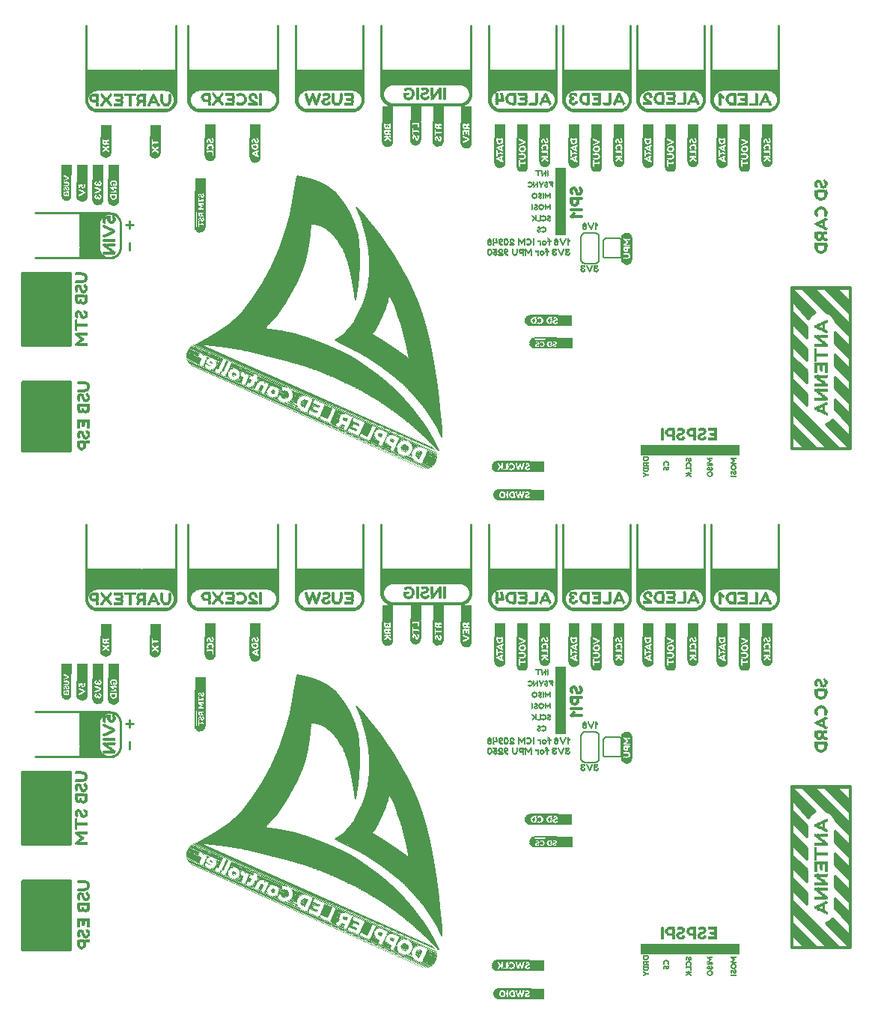
<source format=gbo>
G75*
%MOIN*%
%OFA0B0*%
%FSLAX25Y25*%
%IPPOS*%
%LPD*%
%AMOC8*
5,1,8,0,0,1.08239X$1,22.5*
%
%ADD10C,0.01000*%
%ADD11R,0.05000X0.06500*%
%ADD12R,0.05000X0.06000*%
%ADD13R,0.05000X0.07500*%
%ADD14R,0.05000X0.07000*%
%ADD15R,0.06000X0.05000*%
%ADD16R,0.06500X0.05000*%
%ADD17C,0.00600*%
%ADD18C,0.00900*%
%ADD19R,0.05000X0.08500*%
%ADD20R,0.05000X0.05000*%
%ADD21R,0.44000X0.05000*%
%ADD22R,0.05000X0.30000*%
%ADD23R,0.00630X0.00236*%
%ADD24R,0.00866X0.00236*%
%ADD25R,0.03898X0.00236*%
%ADD26R,0.02638X0.00236*%
%ADD27R,0.01102X0.00197*%
%ADD28R,0.04370X0.00197*%
%ADD29R,0.03268X0.00197*%
%ADD30R,0.01063X0.00197*%
%ADD31R,0.01102X0.00236*%
%ADD32R,0.01299X0.00236*%
%ADD33R,0.04370X0.00236*%
%ADD34R,0.03661X0.00236*%
%ADD35R,0.01535X0.00197*%
%ADD36R,0.01299X0.00197*%
%ADD37R,0.03898X0.00197*%
%ADD38R,0.01732X0.00197*%
%ADD39R,0.01535X0.00236*%
%ADD40R,0.04134X0.00236*%
%ADD41R,0.01969X0.00236*%
%ADD42R,0.01929X0.00197*%
%ADD43R,0.03701X0.00197*%
%ADD44R,0.04331X0.00197*%
%ADD45R,0.02205X0.00197*%
%ADD46R,0.01929X0.00236*%
%ADD47R,0.01693X0.00236*%
%ADD48R,0.02402X0.00236*%
%ADD49R,0.02362X0.00197*%
%ADD50R,0.01260X0.00197*%
%ADD51R,0.02598X0.00197*%
%ADD52R,0.02362X0.00236*%
%ADD53R,0.01260X0.00236*%
%ADD54R,0.02598X0.00236*%
%ADD55R,0.02835X0.00197*%
%ADD56R,0.03268X0.00236*%
%ADD57R,0.00669X0.00236*%
%ADD58R,0.01339X0.00197*%
%ADD59R,0.03504X0.00197*%
%ADD60R,0.01339X0.00236*%
%ADD61R,0.03504X0.00236*%
%ADD62R,0.01496X0.00197*%
%ADD63R,0.04094X0.00236*%
%ADD64R,0.04528X0.00197*%
%ADD65R,0.04528X0.00236*%
%ADD66R,0.01496X0.00236*%
%ADD67R,0.04961X0.00197*%
%ADD68R,0.03661X0.00197*%
%ADD69R,0.04134X0.00197*%
%ADD70R,0.03465X0.00197*%
%ADD71R,0.01063X0.00236*%
%ADD72R,0.03031X0.00236*%
%ADD73R,0.00433X0.00197*%
%ADD74R,0.00394X0.00197*%
%ADD75R,0.03031X0.00197*%
%ADD76R,0.00472X0.00197*%
%ADD77R,0.03465X0.00236*%
%ADD78R,0.02835X0.00236*%
%ADD79R,0.01732X0.00236*%
%ADD80R,0.02126X0.00236*%
%ADD81R,0.01772X0.00236*%
%ADD82R,0.01969X0.00197*%
%ADD83R,0.04724X0.00197*%
%ADD84R,0.03858X0.00197*%
%ADD85R,0.04094X0.00197*%
%ADD86R,0.03858X0.00236*%
%ADD87R,0.04331X0.00236*%
%ADD88R,0.00236X0.00197*%
%ADD89R,0.03228X0.00197*%
%ADD90R,0.00433X0.00236*%
%ADD91R,0.00866X0.00197*%
%ADD92R,0.02126X0.00197*%
%ADD93R,0.04724X0.00236*%
%ADD94R,0.03071X0.00236*%
%ADD95R,0.00669X0.00197*%
%ADD96R,0.02165X0.00236*%
%ADD97R,0.03071X0.00197*%
%ADD98R,0.02638X0.00197*%
%ADD99R,0.00906X0.00197*%
%ADD100R,0.00472X0.00236*%
%ADD101R,0.02165X0.00197*%
%ADD102R,0.02402X0.00197*%
%ADD103R,0.00197X0.00197*%
%ADD104R,0.03701X0.00236*%
%ADD105R,0.00827X0.00236*%
%ADD106R,0.05236X0.00236*%
%ADD107R,0.02992X0.00197*%
%ADD108R,0.05236X0.00197*%
%ADD109R,0.02795X0.00197*%
%ADD110R,0.03228X0.00236*%
%ADD111R,0.04291X0.00197*%
%ADD112R,0.04764X0.00197*%
%ADD113R,0.00906X0.00236*%
%ADD114R,0.02795X0.00236*%
%ADD115R,0.00236X0.00236*%
%ADD116R,0.02205X0.00236*%
%ADD117R,0.01772X0.00197*%
%ADD118R,0.00118X0.10748*%
%ADD119R,0.00118X0.11929*%
%ADD120R,0.00079X0.12638*%
%ADD121R,0.00157X0.12874*%
%ADD122R,0.00118X0.13346*%
%ADD123R,0.00118X0.13583*%
%ADD124R,0.00079X0.13819*%
%ADD125R,0.00118X0.02480*%
%ADD126R,0.00118X0.01890*%
%ADD127R,0.00118X0.01063*%
%ADD128R,0.00118X0.02008*%
%ADD129R,0.00118X0.02126*%
%ADD130R,0.00157X0.02362*%
%ADD131R,0.00157X0.01417*%
%ADD132R,0.00157X0.00591*%
%ADD133R,0.00157X0.01772*%
%ADD134R,0.00157X0.00827*%
%ADD135R,0.00157X0.02126*%
%ADD136R,0.00118X0.02244*%
%ADD137R,0.00118X0.00354*%
%ADD138R,0.00118X0.01654*%
%ADD139R,0.00118X0.00827*%
%ADD140R,0.00118X0.00236*%
%ADD141R,0.00118X0.00709*%
%ADD142R,0.00118X0.02362*%
%ADD143R,0.00118X0.00118*%
%ADD144R,0.00118X0.01535*%
%ADD145R,0.00118X0.00472*%
%ADD146R,0.00157X0.02244*%
%ADD147R,0.00157X0.00709*%
%ADD148R,0.00157X0.00118*%
%ADD149R,0.00157X0.01535*%
%ADD150R,0.00157X0.00354*%
%ADD151R,0.00118X0.00591*%
%ADD152R,0.00118X0.02598*%
%ADD153R,0.00118X0.00945*%
%ADD154R,0.00118X0.02717*%
%ADD155R,0.00157X0.01890*%
%ADD156R,0.00157X0.02835*%
%ADD157R,0.00118X0.01181*%
%ADD158R,0.00118X0.02953*%
%ADD159R,0.00118X0.03071*%
%ADD160R,0.00118X0.03307*%
%ADD161R,0.00157X0.02717*%
%ADD162R,0.00157X0.00236*%
%ADD163R,0.00157X0.02008*%
%ADD164R,0.00157X0.03425*%
%ADD165R,0.00118X0.02835*%
%ADD166R,0.00118X0.03425*%
%ADD167R,0.00118X0.03189*%
%ADD168R,0.00157X0.03661*%
%ADD169R,0.00118X0.01772*%
%ADD170R,0.00157X0.01299*%
%ADD171R,0.00118X0.05433*%
%ADD172R,0.00118X0.12874*%
%ADD173R,0.00118X0.12638*%
%ADD174R,0.00118X0.14291*%
%ADD175R,0.00079X0.14764*%
%ADD176R,0.00157X0.15236*%
%ADD177R,0.00118X0.15472*%
%ADD178R,0.00118X0.15709*%
%ADD179R,0.00079X0.15945*%
%ADD180R,0.00118X0.01417*%
%ADD181R,0.00157X0.01654*%
%ADD182R,0.00157X0.00945*%
%ADD183R,0.00157X0.01063*%
%ADD184R,0.00157X0.01181*%
%ADD185R,0.00157X0.02598*%
%ADD186R,0.00118X0.01299*%
%ADD187R,0.00118X0.03543*%
%ADD188R,0.00157X0.02953*%
%ADD189R,0.00157X0.00472*%
%ADD190R,0.00157X0.03543*%
%ADD191R,0.00157X0.03071*%
%ADD192R,0.00157X0.03189*%
%ADD193R,0.00157X0.03307*%
%ADD194R,0.00118X0.06142*%
%ADD195R,0.00118X0.05906*%
%ADD196R,0.00118X0.15236*%
%ADD197R,0.00118X0.14764*%
%ADD198R,0.00118X0.11220*%
%ADD199R,0.00118X0.12402*%
%ADD200R,0.00079X0.13110*%
%ADD201R,0.00157X0.13346*%
%ADD202R,0.00118X0.13819*%
%ADD203R,0.00118X0.14055*%
%ADD204R,0.00079X0.14291*%
%ADD205R,0.00157X0.02480*%
%ADD206R,0.00118X0.04843*%
%ADD207R,0.00118X0.13110*%
%ADD208R,0.00118X0.08386*%
%ADD209R,0.00118X0.09331*%
%ADD210R,0.00079X0.10039*%
%ADD211R,0.00157X0.10276*%
%ADD212R,0.00118X0.10984*%
%ADD213R,0.00079X0.11220*%
%ADD214R,0.00118X0.03661*%
%ADD215R,0.00118X0.04370*%
%ADD216R,0.00118X0.10276*%
%ADD217R,0.00118X0.10039*%
%ADD218R,0.00118X0.08150*%
%ADD219R,0.00118X0.08031*%
%ADD220R,0.00118X0.09567*%
%ADD221R,0.00079X0.10276*%
%ADD222R,0.00157X0.10512*%
%ADD223R,0.00079X0.11457*%
%ADD224R,0.00118X0.06496*%
%ADD225R,0.00118X0.10512*%
%ADD226R,0.00118X0.09094*%
%ADD227R,0.00079X0.10748*%
%ADD228R,0.00157X0.10984*%
%ADD229R,0.00118X0.11457*%
%ADD230R,0.00118X0.11693*%
%ADD231R,0.00079X0.11929*%
%ADD232R,0.00118X0.03780*%
%ADD233R,0.00157X0.03780*%
%ADD234R,0.00118X0.03898*%
%ADD235R,0.00157X0.03898*%
%ADD236R,0.00118X0.05079*%
%ADD237R,0.00118X0.08858*%
%ADD238R,0.00118X0.04252*%
%ADD239R,0.00118X0.07677*%
%ADD240R,0.00079X0.08386*%
%ADD241R,0.00157X0.08622*%
%ADD242R,0.00079X0.09567*%
%ADD243R,0.00118X0.08622*%
%ADD244R,0.00118X0.06732*%
%ADD245R,0.00118X0.07441*%
%ADD246R,0.00079X0.07913*%
%ADD247R,0.00157X0.08386*%
%ADD248R,0.00079X0.09331*%
%ADD249R,0.00118X0.07913*%
%ADD250R,0.00236X0.02835*%
%ADD251R,0.00236X0.00630*%
%ADD252R,0.00236X0.00669*%
%ADD253R,0.00236X0.00866*%
%ADD254R,0.00197X0.02835*%
%ADD255R,0.00197X0.01063*%
%ADD256R,0.00197X0.01102*%
%ADD257R,0.00236X0.03031*%
%ADD258R,0.00236X0.01299*%
%ADD259R,0.00236X0.01102*%
%ADD260R,0.00236X0.01339*%
%ADD261R,0.00197X0.03031*%
%ADD262R,0.00197X0.01260*%
%ADD263R,0.00197X0.01299*%
%ADD264R,0.00197X0.01339*%
%ADD265R,0.00197X0.01496*%
%ADD266R,0.00236X0.01260*%
%ADD267R,0.00236X0.01732*%
%ADD268R,0.00197X0.01732*%
%ADD269R,0.00236X0.01063*%
%ADD270R,0.00236X0.01929*%
%ADD271R,0.00197X0.02126*%
%ADD272R,0.00236X0.02126*%
%ADD273R,0.00197X0.02165*%
%ADD274R,0.00197X0.02362*%
%ADD275R,0.00236X0.02598*%
%ADD276R,0.00197X0.03268*%
%ADD277R,0.00236X0.03268*%
%ADD278R,0.00197X0.00630*%
%ADD279R,0.00197X0.02638*%
%ADD280R,0.00236X0.02638*%
%ADD281R,0.00197X0.02402*%
%ADD282R,0.00236X0.02362*%
%ADD283R,0.00236X0.02165*%
%ADD284R,0.00197X0.01969*%
%ADD285R,0.00236X0.01969*%
%ADD286R,0.00197X0.03504*%
%ADD287R,0.00197X0.01772*%
%ADD288R,0.00236X0.01535*%
%ADD289R,0.15000X0.00118*%
%ADD290R,0.16181X0.00118*%
%ADD291R,0.16890X0.00079*%
%ADD292R,0.17126X0.00157*%
%ADD293R,0.17598X0.00118*%
%ADD294R,0.17835X0.00118*%
%ADD295R,0.18071X0.00079*%
%ADD296R,0.02480X0.00118*%
%ADD297R,0.00945X0.00118*%
%ADD298R,0.01299X0.00118*%
%ADD299R,0.01181X0.00118*%
%ADD300R,0.01535X0.00118*%
%ADD301R,0.02008X0.00118*%
%ADD302R,0.02126X0.00118*%
%ADD303R,0.02480X0.00157*%
%ADD304R,0.00472X0.00157*%
%ADD305R,0.00945X0.00157*%
%ADD306R,0.01181X0.00157*%
%ADD307R,0.00591X0.00157*%
%ADD308R,0.01772X0.00157*%
%ADD309R,0.00827X0.00157*%
%ADD310R,0.02126X0.00157*%
%ADD311R,0.02244X0.00118*%
%ADD312R,0.00354X0.00118*%
%ADD313R,0.00827X0.00118*%
%ADD314R,0.01654X0.00118*%
%ADD315R,0.00709X0.00118*%
%ADD316R,0.02362X0.00118*%
%ADD317R,0.00591X0.00118*%
%ADD318R,0.00236X0.00118*%
%ADD319R,0.00472X0.00118*%
%ADD320R,0.02362X0.00157*%
%ADD321R,0.00236X0.00157*%
%ADD322R,0.00354X0.00157*%
%ADD323R,0.00118X0.00157*%
%ADD324R,0.01654X0.00157*%
%ADD325R,0.02717X0.00118*%
%ADD326R,0.01535X0.00157*%
%ADD327R,0.02835X0.00157*%
%ADD328R,0.01890X0.00118*%
%ADD329R,0.02953X0.00118*%
%ADD330R,0.03071X0.00118*%
%ADD331R,0.02598X0.00118*%
%ADD332R,0.03307X0.00118*%
%ADD333R,0.02717X0.00157*%
%ADD334R,0.02008X0.00157*%
%ADD335R,0.03543X0.00157*%
%ADD336R,0.02835X0.00118*%
%ADD337R,0.03425X0.00118*%
%ADD338R,0.03189X0.00118*%
%ADD339R,0.03661X0.00157*%
%ADD340R,0.00709X0.00157*%
%ADD341R,0.01890X0.00157*%
%ADD342R,0.02953X0.00157*%
%ADD343R,0.01772X0.00118*%
%ADD344R,0.02244X0.00157*%
%ADD345R,0.01063X0.00157*%
%ADD346R,0.01417X0.00118*%
%ADD347R,0.01063X0.00118*%
%ADD348R,0.06496X0.00118*%
%ADD349R,0.05433X0.00118*%
%ADD350R,0.17126X0.00118*%
%ADD351R,0.16890X0.00118*%
%ADD352R,0.14291X0.00118*%
%ADD353R,0.15472X0.00118*%
%ADD354R,0.16181X0.00079*%
%ADD355R,0.16417X0.00157*%
%ADD356R,0.17362X0.00079*%
%ADD357R,0.01417X0.00157*%
%ADD358R,0.10512X0.00118*%
%ADD359R,0.16417X0.00118*%
%ADD360R,0.00079X0.00866*%
%ADD361R,0.00079X0.00669*%
%ADD362R,0.00079X0.00394*%
%ADD363R,0.00079X0.00315*%
%ADD364R,0.00118X0.00512*%
%ADD365R,0.00079X0.01378*%
%ADD366R,0.00079X0.01457*%
%ADD367R,0.00079X0.00591*%
%ADD368R,0.00079X0.00630*%
%ADD369R,0.00118X0.01496*%
%ADD370R,0.00118X0.00630*%
%ADD371R,0.00118X0.00669*%
%ADD372R,0.00079X0.01890*%
%ADD373R,0.00079X0.00709*%
%ADD374R,0.00118X0.00394*%
%ADD375R,0.00118X0.00984*%
%ADD376R,0.00118X0.00787*%
%ADD377R,0.00079X0.00472*%
%ADD378R,0.00079X0.00984*%
%ADD379R,0.00079X0.01299*%
%ADD380R,0.00118X0.01220*%
%ADD381R,0.00079X0.01260*%
%ADD382R,0.00079X0.01102*%
%ADD383R,0.00118X0.01102*%
%ADD384R,0.00079X0.01063*%
%ADD385R,0.00079X0.01220*%
%ADD386R,0.00079X0.00512*%
%ADD387R,0.00118X0.00315*%
%ADD388R,0.00079X0.00787*%
%ADD389R,0.00079X0.01772*%
%ADD390R,0.00118X0.01575*%
%ADD391R,0.00118X0.01693*%
%ADD392R,0.00079X0.01575*%
%ADD393R,0.00079X0.01693*%
%ADD394R,0.00118X0.01378*%
%ADD395R,0.00118X0.01457*%
%ADD396R,0.00118X0.01260*%
%ADD397R,0.00118X0.00197*%
%ADD398R,0.00118X0.01142*%
%ADD399R,0.00079X0.01496*%
%ADD400R,0.00079X0.01850*%
%ADD401R,0.00079X0.00276*%
%ADD402R,0.00079X0.00118*%
%ADD403R,0.00118X0.00079*%
%ADD404R,0.00118X0.00276*%
%ADD405R,0.00118X0.01850*%
%ADD406R,0.00079X0.01654*%
%ADD407R,0.00079X0.01339*%
%ADD408R,0.00118X0.00906*%
%ADD409R,0.00079X0.00906*%
%ADD410R,0.00079X0.01181*%
%ADD411R,0.00079X0.01969*%
%ADD412R,0.00118X0.00866*%
%ADD413R,0.00079X0.00551*%
%ADD414R,0.00079X0.01024*%
%ADD415R,0.00079X0.00748*%
%ADD416R,0.00118X0.01969*%
%ADD417R,0.02992X0.00236*%
%ADD418R,0.00630X0.00197*%
%ADD419R,0.00197X0.00236*%
%ADD420R,0.00236X0.00709*%
%ADD421R,0.00236X0.05669*%
%ADD422R,0.00236X0.04252*%
%ADD423R,0.00236X0.00945*%
%ADD424R,0.00236X0.01181*%
%ADD425R,0.00236X0.01417*%
%ADD426R,0.00236X0.04724*%
%ADD427R,0.00236X0.01654*%
%ADD428R,0.00236X0.01890*%
%ADD429R,0.00236X0.04016*%
%ADD430R,0.00236X0.03071*%
%ADD431R,0.00236X0.03543*%
%ADD432R,0.00236X0.03780*%
%ADD433R,0.00236X0.04488*%
%ADD434R,0.00236X0.04961*%
%ADD435R,0.00236X0.05197*%
%ADD436R,0.00236X0.00472*%
%ADD437R,0.00236X0.03307*%
%ADD438R,0.00236X0.02402*%
%ADD439R,0.00236X0.00433*%
%ADD440R,0.00197X0.02598*%
%ADD441R,0.00197X0.03228*%
%ADD442R,0.00197X0.00866*%
%ADD443R,0.00236X0.03661*%
%ADD444R,0.00236X0.03465*%
%ADD445R,0.00197X0.03858*%
%ADD446R,0.00197X0.03661*%
%ADD447R,0.00236X0.04094*%
%ADD448R,0.00236X0.03898*%
%ADD449R,0.00236X0.01693*%
%ADD450R,0.00197X0.04331*%
%ADD451R,0.00197X0.01693*%
%ADD452R,0.00197X0.03898*%
%ADD453R,0.00236X0.01496*%
%ADD454R,0.00197X0.01535*%
%ADD455R,0.00197X0.02795*%
%ADD456R,0.00236X0.04331*%
%ADD457R,0.00236X0.04764*%
%ADD458R,0.00197X0.00669*%
%ADD459R,0.00197X0.04764*%
%ADD460R,0.00236X0.01772*%
%ADD461R,0.00197X0.04094*%
%ADD462R,0.00236X0.03228*%
%ADD463R,0.00236X0.03858*%
%ADD464R,0.00197X0.03425*%
%ADD465R,0.00197X0.03071*%
%ADD466R,0.00236X0.00827*%
%ADD467R,0.00236X0.00906*%
%ADD468R,0.00197X0.00394*%
%ADD469R,0.00197X0.00472*%
%ADD470R,0.00197X0.00433*%
%ADD471R,0.00236X0.02795*%
%ADD472R,0.00197X0.04291*%
%ADD473R,0.00236X0.03701*%
%ADD474R,0.00236X0.04291*%
%ADD475R,0.00197X0.03937*%
%ADD476R,0.00236X0.03937*%
%ADD477R,0.00197X0.00906*%
%ADD478R,0.00197X0.00827*%
%ADD479R,0.00236X0.03425*%
%ADD480R,0.00236X0.04134*%
%ADD481R,0.00197X0.03701*%
%ADD482R,0.00197X0.04134*%
%ADD483R,0.00236X0.03504*%
%ADD484R,0.00197X0.05197*%
%ADD485R,0.00236X0.02992*%
%ADD486R,0.00197X0.01929*%
%ADD487R,0.00197X0.02559*%
%ADD488R,0.00315X0.00079*%
%ADD489R,0.00787X0.00079*%
%ADD490R,0.00906X0.00079*%
%ADD491R,0.00591X0.00079*%
%ADD492R,0.01457X0.00079*%
%ADD493R,0.01378X0.00079*%
%ADD494R,0.00472X0.00079*%
%ADD495R,0.00669X0.00118*%
%ADD496R,0.01457X0.00118*%
%ADD497R,0.01969X0.00079*%
%ADD498R,0.01575X0.00079*%
%ADD499R,0.00787X0.00118*%
%ADD500R,0.00906X0.00118*%
%ADD501R,0.00866X0.00118*%
%ADD502R,0.00394X0.00118*%
%ADD503R,0.00866X0.00079*%
%ADD504R,0.00669X0.00079*%
%ADD505R,0.00709X0.00079*%
%ADD506R,0.00984X0.00118*%
%ADD507R,0.00512X0.00118*%
%ADD508R,0.01063X0.00079*%
%ADD509R,0.01181X0.00079*%
%ADD510R,0.00512X0.00079*%
%ADD511R,0.00984X0.00079*%
%ADD512R,0.01260X0.00118*%
%ADD513R,0.00551X0.00079*%
%ADD514R,0.01024X0.00079*%
%ADD515R,0.00394X0.00079*%
%ADD516R,0.00748X0.00079*%
%ADD517R,0.01693X0.00118*%
%ADD518R,0.01378X0.00118*%
%ADD519R,0.00276X0.00079*%
%ADD520R,0.01339X0.00079*%
%ADD521R,0.01496X0.00079*%
%ADD522R,0.01850X0.00079*%
%ADD523R,0.01850X0.00118*%
%ADD524R,0.01693X0.00079*%
%ADD525R,0.01496X0.00118*%
%ADD526R,0.01102X0.00079*%
%ADD527R,0.00630X0.00079*%
%ADD528R,0.00630X0.00118*%
%ADD529R,0.01890X0.00079*%
%ADD530R,0.01299X0.00079*%
%ADD531R,0.01220X0.00118*%
%ADD532R,0.01260X0.00079*%
%ADD533R,0.01102X0.00118*%
%ADD534R,0.01220X0.00079*%
%ADD535R,0.00315X0.00118*%
%ADD536R,0.01772X0.00079*%
%ADD537R,0.01575X0.00118*%
%ADD538R,0.00197X0.00118*%
%ADD539R,0.01142X0.00118*%
%ADD540R,0.00276X0.00118*%
%ADD541R,0.01654X0.00079*%
%ADD542R,0.01732X0.00079*%
%ADD543R,0.01969X0.00118*%
%ADD544R,0.00197X0.00079*%
%ADD545R,0.00551X0.00118*%
%ADD546R,0.02362X0.00079*%
%ADD547R,0.00118X0.16654*%
%ADD548R,0.00079X0.17362*%
%ADD549R,0.00157X0.17598*%
%ADD550R,0.00118X0.09803*%
%ADD551R,0.00118X0.09921*%
%ADD552R,0.00118X0.10157*%
%ADD553R,0.00118X0.19252*%
%ADD554R,0.00118X0.19488*%
%ADD555R,0.00157X0.19488*%
%ADD556R,0.00118X0.08976*%
%ADD557R,0.00118X0.04724*%
%ADD558R,0.00118X0.17598*%
%ADD559R,0.00118X0.17362*%
%ADD560R,0.10276X0.00118*%
%ADD561R,0.11457X0.00118*%
%ADD562R,0.12165X0.00079*%
%ADD563R,0.12402X0.00157*%
%ADD564R,0.06850X0.00118*%
%ADD565R,0.06969X0.00079*%
%ADD566R,0.07087X0.00118*%
%ADD567R,0.07205X0.00157*%
%ADD568R,0.07323X0.00118*%
%ADD569R,0.14055X0.00118*%
%ADD570R,0.14291X0.00157*%
%ADD571R,0.05551X0.00118*%
%ADD572R,0.03543X0.00118*%
%ADD573R,0.02598X0.00157*%
%ADD574R,0.12402X0.00118*%
%ADD575R,0.12165X0.00118*%
%ADD576R,0.12638X0.00118*%
%ADD577R,0.13819X0.00118*%
%ADD578R,0.14528X0.00079*%
%ADD579R,0.14764X0.00157*%
%ADD580R,0.15236X0.00118*%
%ADD581R,0.15709X0.00079*%
%ADD582R,0.03661X0.00118*%
%ADD583R,0.03071X0.00157*%
%ADD584R,0.01299X0.00157*%
%ADD585R,0.06378X0.00118*%
%ADD586R,0.14764X0.00118*%
%ADD587R,0.14528X0.00118*%
%ADD588R,1.13346X0.00236*%
%ADD589R,1.14882X0.00276*%
%ADD590R,1.15945X0.00236*%
%ADD591R,1.16929X0.00276*%
%ADD592R,1.17441X0.00236*%
%ADD593R,1.17992X0.00276*%
%ADD594R,1.00079X0.00236*%
%ADD595R,0.14843X0.00236*%
%ADD596R,0.13543X0.00276*%
%ADD597R,0.57598X0.00276*%
%ADD598R,0.27126X0.00276*%
%ADD599R,0.01024X0.00276*%
%ADD600R,0.14843X0.00276*%
%ADD601R,0.04882X0.00236*%
%ADD602R,0.04606X0.00236*%
%ADD603R,0.02323X0.00236*%
%ADD604R,0.02047X0.00236*%
%ADD605R,0.00787X0.00236*%
%ADD606R,0.00748X0.00236*%
%ADD607R,0.07165X0.00236*%
%ADD608R,0.26102X0.00236*%
%ADD609R,0.01024X0.00236*%
%ADD610R,0.15118X0.00236*%
%ADD611R,0.04606X0.00276*%
%ADD612R,0.03583X0.00276*%
%ADD613R,0.02283X0.00276*%
%ADD614R,0.01535X0.00276*%
%ADD615R,0.03858X0.00276*%
%ADD616R,0.00551X0.00276*%
%ADD617R,0.04134X0.00276*%
%ADD618R,0.03819X0.00276*%
%ADD619R,0.00748X0.00276*%
%ADD620R,0.06102X0.00276*%
%ADD621R,0.12795X0.00276*%
%ADD622R,0.11496X0.00276*%
%ADD623R,0.15118X0.00276*%
%ADD624R,0.04843X0.00236*%
%ADD625R,0.00551X0.00236*%
%ADD626R,0.03583X0.00236*%
%ADD627R,0.03819X0.00236*%
%ADD628R,0.05394X0.00236*%
%ADD629R,0.12244X0.00236*%
%ADD630R,0.11496X0.00236*%
%ADD631R,0.15354X0.00236*%
%ADD632R,0.04843X0.00276*%
%ADD633R,0.02598X0.00276*%
%ADD634R,0.01772X0.00276*%
%ADD635R,0.03346X0.00276*%
%ADD636R,0.04882X0.00276*%
%ADD637R,0.12244X0.00276*%
%ADD638R,0.11260X0.00276*%
%ADD639R,0.15354X0.00276*%
%ADD640R,0.05118X0.00236*%
%ADD641R,0.03346X0.00236*%
%ADD642R,0.11260X0.00236*%
%ADD643R,0.15630X0.00236*%
%ADD644R,0.05118X0.00276*%
%ADD645R,0.01496X0.00276*%
%ADD646R,0.01260X0.00276*%
%ADD647R,0.00787X0.00276*%
%ADD648R,0.03071X0.00276*%
%ADD649R,0.15630X0.00276*%
%ADD650R,0.01575X0.00236*%
%ADD651R,0.12520X0.00236*%
%ADD652R,0.05354X0.00276*%
%ADD653R,0.01811X0.00276*%
%ADD654R,0.00512X0.00276*%
%ADD655R,0.02047X0.00276*%
%ADD656R,0.04331X0.00276*%
%ADD657R,0.03307X0.00276*%
%ADD658R,0.02323X0.00276*%
%ADD659R,0.05394X0.00276*%
%ADD660R,0.05354X0.00236*%
%ADD661R,0.02559X0.00236*%
%ADD662R,0.00512X0.00236*%
%ADD663R,0.02283X0.00236*%
%ADD664R,0.03307X0.00236*%
%ADD665R,0.00276X0.00236*%
%ADD666R,0.04055X0.00276*%
%ADD667R,0.02559X0.00276*%
%ADD668R,0.02795X0.00276*%
%ADD669R,0.00472X0.00276*%
%ADD670R,0.01811X0.00236*%
%ADD671R,0.01575X0.00276*%
%ADD672R,0.05157X0.00276*%
%ADD673R,0.06890X0.00276*%
%ADD674R,0.01299X0.00276*%
%ADD675R,0.07165X0.00276*%
%ADD676R,0.06929X0.00236*%
%ADD677R,0.00984X0.00276*%
%ADD678R,0.04094X0.00276*%
%ADD679R,0.06929X0.00276*%
%ADD680R,0.00984X0.00236*%
%ADD681R,0.00236X0.00276*%
%ADD682R,0.06654X0.00276*%
%ADD683R,0.06654X0.00236*%
%ADD684R,0.02835X0.00276*%
%ADD685R,0.05630X0.00276*%
%ADD686R,0.06417X0.00276*%
%ADD687R,0.06378X0.00236*%
%ADD688R,0.06693X0.00236*%
%ADD689R,0.03031X0.00276*%
%ADD690R,0.07677X0.00276*%
%ADD691R,1.18504X0.00236*%
%ADD692R,0.00079X0.10157*%
%ADD693R,0.00118X0.10945*%
%ADD694R,0.00079X0.11339*%
%ADD695R,0.00118X0.11732*%
%ADD696R,0.00079X0.11890*%
%ADD697R,0.00118X0.12126*%
%ADD698R,0.00079X0.12283*%
%ADD699R,0.00118X0.02283*%
%ADD700R,0.00079X0.02047*%
%ADD701R,0.00118X0.02087*%
%ADD702R,0.00079X0.00079*%
%ADD703R,0.00079X0.00197*%
%ADD704R,0.00079X0.02087*%
%ADD705R,0.00079X0.02165*%
%ADD706R,0.00118X0.02047*%
%ADD707R,0.00079X0.02362*%
%ADD708R,0.00118X0.02165*%
%ADD709R,0.00079X0.02441*%
%ADD710R,0.00118X0.02441*%
%ADD711R,0.00079X0.02559*%
%ADD712R,0.00118X0.02559*%
%ADD713R,0.00118X0.01024*%
%ADD714R,0.00079X0.02677*%
%ADD715R,0.00118X0.02677*%
%ADD716R,0.00079X0.02638*%
%ADD717R,0.00118X0.02638*%
%ADD718R,0.00079X0.05197*%
%ADD719R,0.00079X0.04606*%
%ADD720R,0.00118X0.06260*%
%ADD721R,0.00118X0.07205*%
%ADD722R,0.00079X0.07677*%
%ADD723R,0.00157X0.08150*%
%ADD724R,0.00079X0.08858*%
%ADD725R,0.00118X0.06024*%
%ADD726R,0.00079X0.10512*%
%ADD727R,0.00079X0.11693*%
%ADD728R,0.00118X0.05551*%
%ADD729R,0.00157X0.11693*%
%ADD730R,0.00118X0.12165*%
%ADD731R,0.00079X0.12402*%
%ADD732R,0.00236X0.02205*%
%ADD733R,0.00236X0.00079*%
%ADD734R,0.00157X0.12165*%
%ADD735R,0.00079X0.12874*%
%ADD736R,0.00118X0.09449*%
D10*
X0044250Y0053000D02*
X0044250Y0083500D01*
X0044274Y0083655D01*
X0044345Y0083794D01*
X0044456Y0083905D01*
X0044595Y0083976D01*
X0044750Y0084000D01*
X0065750Y0084000D01*
X0065750Y0053000D01*
X0044250Y0053000D01*
X0044250Y0053463D02*
X0065750Y0053463D01*
X0065750Y0054461D02*
X0044250Y0054461D01*
X0044250Y0055460D02*
X0065750Y0055460D01*
X0065750Y0056458D02*
X0044250Y0056458D01*
X0044250Y0057457D02*
X0065750Y0057457D01*
X0065750Y0058455D02*
X0044250Y0058455D01*
X0044250Y0059454D02*
X0065750Y0059454D01*
X0065750Y0060452D02*
X0044250Y0060452D01*
X0044250Y0061451D02*
X0065750Y0061451D01*
X0065750Y0062449D02*
X0044250Y0062449D01*
X0044250Y0063448D02*
X0065750Y0063448D01*
X0065750Y0064446D02*
X0044250Y0064446D01*
X0044250Y0065445D02*
X0065750Y0065445D01*
X0065750Y0066443D02*
X0044250Y0066443D01*
X0044250Y0067442D02*
X0065750Y0067442D01*
X0065750Y0068440D02*
X0044250Y0068440D01*
X0044250Y0069439D02*
X0065750Y0069439D01*
X0065750Y0070437D02*
X0044250Y0070437D01*
X0044250Y0071436D02*
X0065750Y0071436D01*
X0065750Y0072434D02*
X0044250Y0072434D01*
X0044250Y0073433D02*
X0065750Y0073433D01*
X0065750Y0074432D02*
X0044250Y0074432D01*
X0044250Y0075430D02*
X0065750Y0075430D01*
X0065750Y0076429D02*
X0044250Y0076429D01*
X0044250Y0077427D02*
X0065750Y0077427D01*
X0065750Y0078426D02*
X0044250Y0078426D01*
X0044250Y0079424D02*
X0065750Y0079424D01*
X0065750Y0080423D02*
X0044250Y0080423D01*
X0044250Y0081421D02*
X0065750Y0081421D01*
X0065750Y0082420D02*
X0044250Y0082420D01*
X0044250Y0083418D02*
X0065750Y0083418D01*
X0065750Y0100000D02*
X0044250Y0100000D01*
X0044250Y0132500D01*
X0065750Y0132500D01*
X0065750Y0100000D01*
X0065750Y0100393D02*
X0044250Y0100393D01*
X0044250Y0101391D02*
X0065750Y0101391D01*
X0065750Y0102390D02*
X0044250Y0102390D01*
X0044250Y0103388D02*
X0065750Y0103388D01*
X0065750Y0104387D02*
X0044250Y0104387D01*
X0044250Y0105385D02*
X0065750Y0105385D01*
X0065750Y0106384D02*
X0044250Y0106384D01*
X0044250Y0107382D02*
X0065750Y0107382D01*
X0065750Y0108381D02*
X0044250Y0108381D01*
X0044250Y0109379D02*
X0065750Y0109379D01*
X0065750Y0110378D02*
X0044250Y0110378D01*
X0044250Y0111376D02*
X0065750Y0111376D01*
X0065750Y0112375D02*
X0044250Y0112375D01*
X0044250Y0113373D02*
X0065750Y0113373D01*
X0065750Y0114372D02*
X0044250Y0114372D01*
X0044250Y0115370D02*
X0065750Y0115370D01*
X0065750Y0116369D02*
X0044250Y0116369D01*
X0044250Y0117368D02*
X0065750Y0117368D01*
X0065750Y0118366D02*
X0044250Y0118366D01*
X0044250Y0119365D02*
X0065750Y0119365D01*
X0065750Y0120363D02*
X0044250Y0120363D01*
X0044250Y0121362D02*
X0065750Y0121362D01*
X0065750Y0122360D02*
X0044250Y0122360D01*
X0044250Y0123359D02*
X0065750Y0123359D01*
X0065750Y0124357D02*
X0044250Y0124357D01*
X0044250Y0125356D02*
X0065750Y0125356D01*
X0065750Y0126354D02*
X0044250Y0126354D01*
X0044250Y0127353D02*
X0065750Y0127353D01*
X0065750Y0128351D02*
X0044250Y0128351D01*
X0044250Y0129350D02*
X0065750Y0129350D01*
X0065750Y0130348D02*
X0044250Y0130348D01*
X0044250Y0131347D02*
X0065750Y0131347D01*
X0065750Y0132345D02*
X0044250Y0132345D01*
X0050250Y0139000D02*
X0070250Y0139000D01*
X0083250Y0139000D01*
X0084118Y0139076D01*
X0084960Y0139302D01*
X0085750Y0139670D01*
X0086464Y0140170D01*
X0087080Y0140786D01*
X0087580Y0141500D01*
X0087948Y0142290D01*
X0088174Y0143132D01*
X0088250Y0144000D01*
X0088250Y0154000D01*
X0088174Y0154868D01*
X0087948Y0155710D01*
X0087580Y0156500D01*
X0087080Y0157214D01*
X0086464Y0157830D01*
X0085750Y0158330D01*
X0084960Y0158698D01*
X0084118Y0158924D01*
X0083250Y0159000D01*
X0070250Y0159000D01*
X0050250Y0159000D01*
X0070250Y0159000D02*
X0070250Y0144000D01*
X0078350Y0143524D01*
X0070250Y0143524D01*
X0070250Y0139000D01*
X0070250Y0139335D02*
X0081555Y0139335D01*
X0081641Y0139300D02*
X0080887Y0139605D01*
X0080198Y0140038D01*
X0079594Y0140583D01*
X0079094Y0141225D01*
X0078713Y0141943D01*
X0078462Y0142718D01*
X0078350Y0143524D01*
X0078350Y0153900D01*
X0078426Y0154768D01*
X0078652Y0155610D01*
X0079020Y0156400D01*
X0079520Y0157114D01*
X0080136Y0157730D01*
X0080850Y0158230D01*
X0081640Y0158598D01*
X0082482Y0158824D01*
X0083350Y0158900D01*
X0084184Y0158827D01*
X0084992Y0158611D01*
X0085750Y0158257D01*
X0086435Y0157777D01*
X0087027Y0157185D01*
X0087507Y0156500D01*
X0087861Y0155742D01*
X0088077Y0154934D01*
X0088150Y0154100D01*
X0088150Y0144000D01*
X0088076Y0143149D01*
X0087854Y0142324D01*
X0087494Y0141550D01*
X0087004Y0140850D01*
X0086400Y0140246D01*
X0085700Y0139756D01*
X0084926Y0139396D01*
X0084101Y0139174D01*
X0083250Y0139100D01*
X0082437Y0139129D01*
X0081641Y0139300D01*
X0079870Y0140333D02*
X0070250Y0140333D01*
X0070250Y0141332D02*
X0079037Y0141332D01*
X0078588Y0142330D02*
X0070250Y0142330D01*
X0070250Y0143329D02*
X0078377Y0143329D01*
X0078350Y0144327D02*
X0070250Y0144327D01*
X0070250Y0145326D02*
X0078350Y0145326D01*
X0078350Y0146324D02*
X0070250Y0146324D01*
X0070250Y0147323D02*
X0078350Y0147323D01*
X0078350Y0148321D02*
X0070250Y0148321D01*
X0070250Y0149320D02*
X0078350Y0149320D01*
X0078350Y0150318D02*
X0070250Y0150318D01*
X0070250Y0151317D02*
X0078350Y0151317D01*
X0078350Y0152315D02*
X0070250Y0152315D01*
X0070250Y0153314D02*
X0078350Y0153314D01*
X0078386Y0154312D02*
X0070250Y0154312D01*
X0070250Y0155311D02*
X0078571Y0155311D01*
X0078978Y0156309D02*
X0070250Y0156309D01*
X0070250Y0157308D02*
X0079714Y0157308D01*
X0081014Y0158306D02*
X0070250Y0158306D01*
X0085644Y0158306D02*
X0085784Y0158306D01*
X0086904Y0157308D02*
X0086986Y0157308D01*
X0087596Y0156309D02*
X0087669Y0156309D01*
X0087976Y0155311D02*
X0088055Y0155311D01*
X0088131Y0154312D02*
X0088223Y0154312D01*
X0088250Y0153314D02*
X0088150Y0153314D01*
X0088150Y0152315D02*
X0088250Y0152315D01*
X0088250Y0151317D02*
X0088150Y0151317D01*
X0088150Y0150318D02*
X0088250Y0150318D01*
X0088250Y0149320D02*
X0088150Y0149320D01*
X0088150Y0148321D02*
X0088250Y0148321D01*
X0088250Y0147323D02*
X0088150Y0147323D01*
X0088150Y0146324D02*
X0088250Y0146324D01*
X0088250Y0145326D02*
X0088150Y0145326D01*
X0088150Y0144327D02*
X0088250Y0144327D01*
X0088191Y0143329D02*
X0088091Y0143329D01*
X0087959Y0142330D02*
X0087856Y0142330D01*
X0087462Y0141332D02*
X0087341Y0141332D01*
X0086627Y0140333D02*
X0086487Y0140333D01*
X0085031Y0139335D02*
X0084699Y0139335D01*
X0077750Y0204500D02*
X0107750Y0204500D01*
X0108618Y0204576D01*
X0109460Y0204802D01*
X0110250Y0205170D01*
X0110964Y0205670D01*
X0111580Y0206286D01*
X0112080Y0207000D01*
X0112448Y0207790D01*
X0112674Y0208632D01*
X0112750Y0209500D01*
X0112750Y0222500D01*
X0112750Y0242500D01*
X0118250Y0242500D02*
X0118250Y0222500D01*
X0118250Y0209500D01*
X0118326Y0208632D01*
X0118552Y0207790D01*
X0118920Y0207000D01*
X0119420Y0206286D01*
X0120036Y0205670D01*
X0120750Y0205170D01*
X0121540Y0204802D01*
X0122382Y0204576D01*
X0123250Y0204500D01*
X0153250Y0204500D01*
X0154118Y0204576D01*
X0154960Y0204802D01*
X0155750Y0205170D01*
X0156464Y0205670D01*
X0157080Y0206286D01*
X0157580Y0207000D01*
X0157948Y0207790D01*
X0158174Y0208632D01*
X0158250Y0209500D01*
X0158250Y0222500D01*
X0158250Y0242500D01*
X0166250Y0242500D02*
X0166250Y0222500D01*
X0166250Y0209500D01*
X0166326Y0208632D01*
X0166552Y0207790D01*
X0166920Y0207000D01*
X0167420Y0206286D01*
X0168036Y0205670D01*
X0168750Y0205170D01*
X0169540Y0204802D01*
X0170382Y0204576D01*
X0171250Y0204500D01*
X0191250Y0204500D01*
X0192118Y0204576D01*
X0192960Y0204802D01*
X0193750Y0205170D01*
X0194464Y0205670D01*
X0195080Y0206286D01*
X0195580Y0207000D01*
X0195948Y0207790D01*
X0196174Y0208632D01*
X0196250Y0209500D01*
X0196250Y0222500D01*
X0196250Y0242500D01*
X0204250Y0242500D02*
X0204250Y0222500D01*
X0204250Y0212000D01*
X0204326Y0211132D01*
X0204552Y0210290D01*
X0204920Y0209500D01*
X0205420Y0208786D01*
X0206036Y0208170D01*
X0206750Y0207670D01*
X0207540Y0207302D01*
X0208382Y0207076D01*
X0209250Y0207000D01*
X0239250Y0207000D01*
X0240118Y0207076D01*
X0240960Y0207302D01*
X0241750Y0207670D01*
X0242464Y0208170D01*
X0243080Y0208786D01*
X0243580Y0209500D01*
X0243948Y0210290D01*
X0244174Y0211132D01*
X0244250Y0212000D01*
X0244250Y0222500D01*
X0244250Y0242500D01*
X0252250Y0242500D02*
X0252250Y0222500D01*
X0252250Y0209500D01*
X0252326Y0208632D01*
X0252552Y0207790D01*
X0252920Y0207000D01*
X0253420Y0206286D01*
X0254036Y0205670D01*
X0254750Y0205170D01*
X0255540Y0204802D01*
X0256382Y0204576D01*
X0257250Y0204500D01*
X0277250Y0204500D01*
X0278118Y0204576D01*
X0278960Y0204802D01*
X0279750Y0205170D01*
X0280464Y0205670D01*
X0281080Y0206286D01*
X0281580Y0207000D01*
X0281948Y0207790D01*
X0282174Y0208632D01*
X0282250Y0209500D01*
X0282250Y0222500D01*
X0282250Y0242500D01*
X0285250Y0242500D02*
X0285250Y0222500D01*
X0285250Y0209500D01*
X0285326Y0208632D01*
X0285552Y0207790D01*
X0285920Y0207000D01*
X0286420Y0206286D01*
X0287036Y0205670D01*
X0287750Y0205170D01*
X0288540Y0204802D01*
X0289382Y0204576D01*
X0290250Y0204500D01*
X0310250Y0204500D01*
X0311118Y0204576D01*
X0311960Y0204802D01*
X0312750Y0205170D01*
X0313464Y0205670D01*
X0314080Y0206286D01*
X0314580Y0207000D01*
X0314948Y0207790D01*
X0315174Y0208632D01*
X0315250Y0209500D01*
X0315250Y0222500D01*
X0315250Y0242500D01*
X0318250Y0242500D02*
X0318250Y0222500D01*
X0318250Y0209500D01*
X0318326Y0208632D01*
X0318552Y0207790D01*
X0318920Y0207000D01*
X0319420Y0206286D01*
X0320036Y0205670D01*
X0320750Y0205170D01*
X0321540Y0204802D01*
X0322382Y0204576D01*
X0323250Y0204500D01*
X0343250Y0204500D01*
X0344118Y0204576D01*
X0344960Y0204802D01*
X0345750Y0205170D01*
X0346464Y0205670D01*
X0347080Y0206286D01*
X0347580Y0207000D01*
X0347948Y0207790D01*
X0348174Y0208632D01*
X0348250Y0209500D01*
X0348250Y0222500D01*
X0348250Y0242500D01*
X0351250Y0242500D02*
X0351250Y0222500D01*
X0351250Y0209500D01*
X0351326Y0208632D01*
X0351552Y0207790D01*
X0351920Y0207000D01*
X0352420Y0206286D01*
X0353036Y0205670D01*
X0353750Y0205170D01*
X0354540Y0204802D01*
X0355382Y0204576D01*
X0356250Y0204500D01*
X0376250Y0204500D01*
X0377118Y0204576D01*
X0377960Y0204802D01*
X0378750Y0205170D01*
X0379464Y0205670D01*
X0380080Y0206286D01*
X0380580Y0207000D01*
X0380948Y0207790D01*
X0381174Y0208632D01*
X0381250Y0209500D01*
X0381250Y0222500D01*
X0381250Y0242500D01*
X0381250Y0222500D02*
X0366250Y0222500D01*
X0366250Y0214000D01*
X0376250Y0214000D01*
X0377031Y0213932D01*
X0377789Y0213729D01*
X0378500Y0213397D01*
X0379143Y0212947D01*
X0379697Y0212393D01*
X0380147Y0211750D01*
X0380479Y0211039D01*
X0380682Y0210281D01*
X0380750Y0209500D01*
X0380682Y0208719D01*
X0380479Y0207961D01*
X0380147Y0207250D01*
X0379697Y0206607D01*
X0379143Y0206053D01*
X0378500Y0205603D01*
X0377789Y0205271D01*
X0377031Y0205068D01*
X0376250Y0205000D01*
X0356250Y0205000D01*
X0355469Y0205068D01*
X0354711Y0205271D01*
X0354000Y0205603D01*
X0353357Y0206053D01*
X0352803Y0206607D01*
X0352353Y0207250D01*
X0352021Y0207961D01*
X0351818Y0208719D01*
X0351750Y0209500D01*
X0351818Y0210281D01*
X0352021Y0211039D01*
X0352353Y0211750D01*
X0352803Y0212393D01*
X0353357Y0212947D01*
X0354000Y0213397D01*
X0354711Y0213729D01*
X0355469Y0213932D01*
X0356250Y0214000D01*
X0365750Y0214000D01*
X0365750Y0222500D01*
X0351250Y0222500D01*
X0351250Y0222211D02*
X0365750Y0222211D01*
X0366250Y0222211D02*
X0381250Y0222211D01*
X0381250Y0221213D02*
X0366250Y0221213D01*
X0365750Y0221213D02*
X0351250Y0221213D01*
X0351250Y0220214D02*
X0365750Y0220214D01*
X0366250Y0220214D02*
X0381250Y0220214D01*
X0381250Y0219216D02*
X0366250Y0219216D01*
X0365750Y0219216D02*
X0351250Y0219216D01*
X0351250Y0218217D02*
X0365750Y0218217D01*
X0366250Y0218217D02*
X0381250Y0218217D01*
X0381250Y0217219D02*
X0366250Y0217219D01*
X0365750Y0217219D02*
X0351250Y0217219D01*
X0351250Y0216220D02*
X0365750Y0216220D01*
X0366250Y0216220D02*
X0381250Y0216220D01*
X0381250Y0215222D02*
X0366250Y0215222D01*
X0365750Y0215222D02*
X0351250Y0215222D01*
X0351250Y0214223D02*
X0365750Y0214223D01*
X0366250Y0214223D02*
X0381250Y0214223D01*
X0381250Y0213225D02*
X0378746Y0213225D01*
X0379814Y0212226D02*
X0381250Y0212226D01*
X0381250Y0211228D02*
X0380391Y0211228D01*
X0380686Y0210229D02*
X0381250Y0210229D01*
X0381226Y0209231D02*
X0380726Y0209231D01*
X0380551Y0208232D02*
X0381067Y0208232D01*
X0380689Y0207234D02*
X0380136Y0207234D01*
X0380029Y0206235D02*
X0379325Y0206235D01*
X0378845Y0205237D02*
X0377659Y0205237D01*
X0354841Y0205237D02*
X0353655Y0205237D01*
X0353175Y0206235D02*
X0352471Y0206235D01*
X0352364Y0207234D02*
X0351811Y0207234D01*
X0351949Y0208232D02*
X0351433Y0208232D01*
X0351274Y0209231D02*
X0351774Y0209231D01*
X0351814Y0210229D02*
X0351250Y0210229D01*
X0351250Y0211228D02*
X0352109Y0211228D01*
X0352686Y0212226D02*
X0351250Y0212226D01*
X0351250Y0213225D02*
X0353754Y0213225D01*
X0348250Y0213225D02*
X0345746Y0213225D01*
X0345500Y0213397D02*
X0346143Y0212947D01*
X0346697Y0212393D01*
X0347147Y0211750D01*
X0347479Y0211039D01*
X0347682Y0210281D01*
X0347750Y0209500D01*
X0347682Y0208719D01*
X0347479Y0207961D01*
X0347147Y0207250D01*
X0346697Y0206607D01*
X0346143Y0206053D01*
X0345500Y0205603D01*
X0344789Y0205271D01*
X0344031Y0205068D01*
X0343250Y0205000D01*
X0323250Y0205000D01*
X0322469Y0205068D01*
X0321711Y0205271D01*
X0321000Y0205603D01*
X0320357Y0206053D01*
X0319803Y0206607D01*
X0319353Y0207250D01*
X0319021Y0207961D01*
X0318818Y0208719D01*
X0318750Y0209500D01*
X0318818Y0210281D01*
X0319021Y0211039D01*
X0319353Y0211750D01*
X0319803Y0212393D01*
X0320357Y0212947D01*
X0321000Y0213397D01*
X0321711Y0213729D01*
X0322469Y0213932D01*
X0323250Y0214000D01*
X0332750Y0214000D01*
X0332750Y0222500D01*
X0318250Y0222500D01*
X0318250Y0222211D02*
X0332750Y0222211D01*
X0333250Y0222211D02*
X0348250Y0222211D01*
X0348250Y0222500D02*
X0333250Y0222500D01*
X0333250Y0214000D01*
X0343250Y0214000D01*
X0344031Y0213932D01*
X0344789Y0213729D01*
X0345500Y0213397D01*
X0346814Y0212226D02*
X0348250Y0212226D01*
X0348250Y0211228D02*
X0347391Y0211228D01*
X0347686Y0210229D02*
X0348250Y0210229D01*
X0348226Y0209231D02*
X0347726Y0209231D01*
X0347551Y0208232D02*
X0348067Y0208232D01*
X0347689Y0207234D02*
X0347136Y0207234D01*
X0347029Y0206235D02*
X0346325Y0206235D01*
X0345845Y0205237D02*
X0344659Y0205237D01*
X0348250Y0214223D02*
X0333250Y0214223D01*
X0332750Y0214223D02*
X0318250Y0214223D01*
X0318250Y0213225D02*
X0320754Y0213225D01*
X0319686Y0212226D02*
X0318250Y0212226D01*
X0318250Y0211228D02*
X0319109Y0211228D01*
X0318814Y0210229D02*
X0318250Y0210229D01*
X0318274Y0209231D02*
X0318774Y0209231D01*
X0318949Y0208232D02*
X0318433Y0208232D01*
X0318811Y0207234D02*
X0319364Y0207234D01*
X0319471Y0206235D02*
X0320175Y0206235D01*
X0320655Y0205237D02*
X0321841Y0205237D01*
X0315067Y0208232D02*
X0314551Y0208232D01*
X0314479Y0207961D02*
X0314147Y0207250D01*
X0313697Y0206607D01*
X0313143Y0206053D01*
X0312500Y0205603D01*
X0311789Y0205271D01*
X0311031Y0205068D01*
X0310250Y0205000D01*
X0290250Y0205000D01*
X0289469Y0205068D01*
X0288711Y0205271D01*
X0288000Y0205603D01*
X0287357Y0206053D01*
X0286803Y0206607D01*
X0286353Y0207250D01*
X0286021Y0207961D01*
X0285818Y0208719D01*
X0285750Y0209500D01*
X0285818Y0210281D01*
X0286021Y0211039D01*
X0286353Y0211750D01*
X0286803Y0212393D01*
X0287357Y0212947D01*
X0288000Y0213397D01*
X0288711Y0213729D01*
X0289469Y0213932D01*
X0290250Y0214000D01*
X0299750Y0214000D01*
X0299750Y0222500D01*
X0285250Y0222500D01*
X0285250Y0222211D02*
X0299750Y0222211D01*
X0300250Y0222211D02*
X0315250Y0222211D01*
X0315250Y0222500D02*
X0300250Y0222500D01*
X0300250Y0214000D01*
X0310250Y0214000D01*
X0311031Y0213932D01*
X0311789Y0213729D01*
X0312500Y0213397D01*
X0313143Y0212947D01*
X0313697Y0212393D01*
X0314147Y0211750D01*
X0314479Y0211039D01*
X0314682Y0210281D01*
X0314750Y0209500D01*
X0314682Y0208719D01*
X0314479Y0207961D01*
X0314689Y0207234D02*
X0314136Y0207234D01*
X0314029Y0206235D02*
X0313325Y0206235D01*
X0312845Y0205237D02*
X0311659Y0205237D01*
X0314726Y0209231D02*
X0315226Y0209231D01*
X0315250Y0210229D02*
X0314686Y0210229D01*
X0314391Y0211228D02*
X0315250Y0211228D01*
X0315250Y0212226D02*
X0313814Y0212226D01*
X0312746Y0213225D02*
X0315250Y0213225D01*
X0315250Y0214223D02*
X0300250Y0214223D01*
X0299750Y0214223D02*
X0285250Y0214223D01*
X0285250Y0213225D02*
X0287754Y0213225D01*
X0286686Y0212226D02*
X0285250Y0212226D01*
X0285250Y0211228D02*
X0286109Y0211228D01*
X0285814Y0210229D02*
X0285250Y0210229D01*
X0285274Y0209231D02*
X0285774Y0209231D01*
X0285949Y0208232D02*
X0285433Y0208232D01*
X0285811Y0207234D02*
X0286364Y0207234D01*
X0286471Y0206235D02*
X0287175Y0206235D01*
X0287655Y0205237D02*
X0288841Y0205237D01*
X0282067Y0208232D02*
X0281551Y0208232D01*
X0281479Y0207961D02*
X0281147Y0207250D01*
X0280697Y0206607D01*
X0280143Y0206053D01*
X0279500Y0205603D01*
X0278789Y0205271D01*
X0278031Y0205068D01*
X0277250Y0205000D01*
X0257250Y0205000D01*
X0256469Y0205068D01*
X0255711Y0205271D01*
X0255000Y0205603D01*
X0254357Y0206053D01*
X0253803Y0206607D01*
X0253353Y0207250D01*
X0253021Y0207961D01*
X0252818Y0208719D01*
X0252750Y0209500D01*
X0252818Y0210281D01*
X0253021Y0211039D01*
X0253353Y0211750D01*
X0253803Y0212393D01*
X0254357Y0212947D01*
X0255000Y0213397D01*
X0255711Y0213729D01*
X0256469Y0213932D01*
X0257250Y0214000D01*
X0266750Y0214000D01*
X0266750Y0222500D01*
X0252250Y0222500D01*
X0252250Y0222211D02*
X0266750Y0222211D01*
X0267250Y0222211D02*
X0282250Y0222211D01*
X0282250Y0222500D02*
X0267250Y0222500D01*
X0267250Y0214000D01*
X0277250Y0214000D01*
X0278031Y0213932D01*
X0278789Y0213729D01*
X0279500Y0213397D01*
X0280143Y0212947D01*
X0280697Y0212393D01*
X0281147Y0211750D01*
X0281479Y0211039D01*
X0281682Y0210281D01*
X0281750Y0209500D01*
X0281682Y0208719D01*
X0281479Y0207961D01*
X0281689Y0207234D02*
X0281136Y0207234D01*
X0281029Y0206235D02*
X0280325Y0206235D01*
X0279845Y0205237D02*
X0278659Y0205237D01*
X0281726Y0209231D02*
X0282226Y0209231D01*
X0282250Y0210229D02*
X0281686Y0210229D01*
X0281391Y0211228D02*
X0282250Y0211228D01*
X0282250Y0212226D02*
X0280814Y0212226D01*
X0279746Y0213225D02*
X0282250Y0213225D01*
X0282250Y0214223D02*
X0267250Y0214223D01*
X0266750Y0214223D02*
X0252250Y0214223D01*
X0252250Y0213225D02*
X0254754Y0213225D01*
X0253686Y0212226D02*
X0252250Y0212226D01*
X0252250Y0211228D02*
X0253109Y0211228D01*
X0252814Y0210229D02*
X0252250Y0210229D01*
X0252274Y0209231D02*
X0252774Y0209231D01*
X0252949Y0208232D02*
X0252433Y0208232D01*
X0252811Y0207234D02*
X0253364Y0207234D01*
X0253471Y0206235D02*
X0254175Y0206235D01*
X0254655Y0205237D02*
X0255841Y0205237D01*
X0252250Y0215222D02*
X0266750Y0215222D01*
X0267250Y0215222D02*
X0282250Y0215222D01*
X0282250Y0216220D02*
X0267250Y0216220D01*
X0266750Y0216220D02*
X0252250Y0216220D01*
X0252250Y0217219D02*
X0266750Y0217219D01*
X0267250Y0217219D02*
X0282250Y0217219D01*
X0282250Y0218217D02*
X0267250Y0218217D01*
X0266750Y0218217D02*
X0252250Y0218217D01*
X0252250Y0219216D02*
X0266750Y0219216D01*
X0267250Y0219216D02*
X0282250Y0219216D01*
X0282250Y0220214D02*
X0267250Y0220214D01*
X0266750Y0220214D02*
X0252250Y0220214D01*
X0252250Y0221213D02*
X0266750Y0221213D01*
X0267250Y0221213D02*
X0282250Y0221213D01*
X0285250Y0221213D02*
X0299750Y0221213D01*
X0300250Y0221213D02*
X0315250Y0221213D01*
X0315250Y0220214D02*
X0300250Y0220214D01*
X0299750Y0220214D02*
X0285250Y0220214D01*
X0285250Y0219216D02*
X0299750Y0219216D01*
X0300250Y0219216D02*
X0315250Y0219216D01*
X0315250Y0218217D02*
X0300250Y0218217D01*
X0299750Y0218217D02*
X0285250Y0218217D01*
X0285250Y0217219D02*
X0299750Y0217219D01*
X0300250Y0217219D02*
X0315250Y0217219D01*
X0315250Y0216220D02*
X0300250Y0216220D01*
X0299750Y0216220D02*
X0285250Y0216220D01*
X0285250Y0215222D02*
X0299750Y0215222D01*
X0300250Y0215222D02*
X0315250Y0215222D01*
X0318250Y0215222D02*
X0332750Y0215222D01*
X0333250Y0215222D02*
X0348250Y0215222D01*
X0348250Y0216220D02*
X0333250Y0216220D01*
X0332750Y0216220D02*
X0318250Y0216220D01*
X0318250Y0217219D02*
X0332750Y0217219D01*
X0333250Y0217219D02*
X0348250Y0217219D01*
X0348250Y0218217D02*
X0333250Y0218217D01*
X0332750Y0218217D02*
X0318250Y0218217D01*
X0318250Y0219216D02*
X0332750Y0219216D01*
X0333250Y0219216D02*
X0348250Y0219216D01*
X0348250Y0220214D02*
X0333250Y0220214D01*
X0332750Y0220214D02*
X0318250Y0220214D01*
X0318250Y0221213D02*
X0332750Y0221213D01*
X0333250Y0221213D02*
X0348250Y0221213D01*
X0386750Y0276000D02*
X0386750Y0312000D01*
X0393750Y0310500D01*
X0393750Y0305500D01*
X0387750Y0311500D01*
X0387250Y0311500D01*
X0387250Y0307000D01*
X0393750Y0300500D01*
X0393750Y0295500D01*
X0387250Y0302000D01*
X0387250Y0297000D01*
X0393750Y0290500D01*
X0398750Y0285500D01*
X0407750Y0276500D01*
X0412750Y0276500D01*
X0403750Y0285500D01*
X0405750Y0285500D01*
X0405750Y0288500D01*
X0405250Y0289000D01*
X0404250Y0287500D01*
X0402250Y0287000D01*
X0403750Y0285500D01*
X0405750Y0285500D01*
X0405750Y0288500D01*
X0412750Y0281500D01*
X0412750Y0286500D01*
X0406750Y0293000D01*
X0406250Y0293500D01*
X0406250Y0298000D01*
X0412750Y0291500D01*
X0412750Y0296500D01*
X0406250Y0303000D01*
X0406250Y0308000D01*
X0412750Y0301500D01*
X0412750Y0306500D01*
X0406250Y0313000D01*
X0406250Y0318000D01*
X0412750Y0311500D01*
X0412750Y0316500D01*
X0406250Y0323000D01*
X0406250Y0328000D01*
X0412750Y0321500D01*
X0412750Y0326500D01*
X0406250Y0333000D01*
X0406174Y0333868D01*
X0405948Y0334710D01*
X0405580Y0335500D01*
X0405080Y0336214D01*
X0404464Y0336830D01*
X0403750Y0337330D01*
X0402960Y0337698D01*
X0402118Y0337924D01*
X0401250Y0338000D01*
X0391750Y0347500D01*
X0396750Y0347500D01*
X0412750Y0331500D01*
X0412750Y0336500D01*
X0401750Y0347500D01*
X0406750Y0347500D01*
X0412750Y0341500D01*
X0412750Y0347500D01*
X0387250Y0347500D01*
X0387250Y0347000D01*
X0396750Y0337500D01*
X0397450Y0336800D01*
X0396750Y0337500D02*
X0395250Y0336000D01*
X0394250Y0334000D01*
X0387250Y0342000D01*
X0387250Y0337000D01*
X0393750Y0330500D01*
X0393750Y0325500D01*
X0387250Y0332000D01*
X0387250Y0327000D01*
X0393750Y0320500D01*
X0393750Y0315500D01*
X0387250Y0322000D01*
X0387250Y0317000D01*
X0393750Y0311000D01*
X0386750Y0312500D01*
X0386750Y0348000D01*
X0413250Y0348000D01*
X0413250Y0276000D01*
X0386750Y0276000D01*
X0386750Y0276131D02*
X0413250Y0276131D01*
X0413250Y0277129D02*
X0412121Y0277129D01*
X0411122Y0278128D02*
X0413250Y0278128D01*
X0413250Y0279126D02*
X0410124Y0279126D01*
X0409125Y0280125D02*
X0413250Y0280125D01*
X0413250Y0281123D02*
X0408127Y0281123D01*
X0407128Y0282122D02*
X0412128Y0282122D01*
X0412750Y0282122D02*
X0413250Y0282122D01*
X0413250Y0283120D02*
X0412750Y0283120D01*
X0412750Y0284119D02*
X0413250Y0284119D01*
X0413250Y0285117D02*
X0412750Y0285117D01*
X0412750Y0286116D02*
X0413250Y0286116D01*
X0413250Y0287114D02*
X0412183Y0287114D01*
X0411261Y0288113D02*
X0413250Y0288113D01*
X0413250Y0289111D02*
X0410339Y0289111D01*
X0409418Y0290110D02*
X0413250Y0290110D01*
X0413250Y0291108D02*
X0408496Y0291108D01*
X0407574Y0292107D02*
X0412143Y0292107D01*
X0412750Y0292107D02*
X0413250Y0292107D01*
X0413250Y0293105D02*
X0412750Y0293105D01*
X0412750Y0294104D02*
X0413250Y0294104D01*
X0413250Y0295103D02*
X0412750Y0295103D01*
X0412750Y0296101D02*
X0413250Y0296101D01*
X0413250Y0297100D02*
X0412150Y0297100D01*
X0411152Y0298098D02*
X0413250Y0298098D01*
X0413250Y0299097D02*
X0410153Y0299097D01*
X0409155Y0300095D02*
X0413250Y0300095D01*
X0413250Y0301094D02*
X0408156Y0301094D01*
X0407158Y0302092D02*
X0412158Y0302092D01*
X0412750Y0302092D02*
X0413250Y0302092D01*
X0413250Y0303091D02*
X0412750Y0303091D01*
X0412750Y0304089D02*
X0413250Y0304089D01*
X0413250Y0305088D02*
X0412750Y0305088D01*
X0412750Y0306086D02*
X0413250Y0306086D01*
X0413250Y0307085D02*
X0412165Y0307085D01*
X0411167Y0308083D02*
X0413250Y0308083D01*
X0413250Y0309082D02*
X0410168Y0309082D01*
X0409170Y0310080D02*
X0413250Y0310080D01*
X0413250Y0311079D02*
X0408171Y0311079D01*
X0407173Y0312077D02*
X0412173Y0312077D01*
X0412750Y0312077D02*
X0413250Y0312077D01*
X0413250Y0313076D02*
X0412750Y0313076D01*
X0412750Y0314074D02*
X0413250Y0314074D01*
X0413250Y0315073D02*
X0412750Y0315073D01*
X0412750Y0316071D02*
X0413250Y0316071D01*
X0413250Y0317070D02*
X0412180Y0317070D01*
X0411182Y0318068D02*
X0413250Y0318068D01*
X0413250Y0319067D02*
X0410183Y0319067D01*
X0409185Y0320065D02*
X0413250Y0320065D01*
X0413250Y0321064D02*
X0408186Y0321064D01*
X0407188Y0322062D02*
X0412188Y0322062D01*
X0412750Y0322062D02*
X0413250Y0322062D01*
X0413250Y0323061D02*
X0412750Y0323061D01*
X0412750Y0324059D02*
X0413250Y0324059D01*
X0413250Y0325058D02*
X0412750Y0325058D01*
X0412750Y0326056D02*
X0413250Y0326056D01*
X0413250Y0327055D02*
X0412195Y0327055D01*
X0411197Y0328053D02*
X0413250Y0328053D01*
X0413250Y0329052D02*
X0410198Y0329052D01*
X0409200Y0330050D02*
X0413250Y0330050D01*
X0413250Y0331049D02*
X0408201Y0331049D01*
X0407203Y0332047D02*
X0412203Y0332047D01*
X0412750Y0332047D02*
X0413250Y0332047D01*
X0413250Y0333046D02*
X0412750Y0333046D01*
X0412750Y0334044D02*
X0413250Y0334044D01*
X0413250Y0335043D02*
X0412750Y0335043D01*
X0412750Y0336041D02*
X0413250Y0336041D01*
X0413250Y0337040D02*
X0412210Y0337040D01*
X0411211Y0338039D02*
X0413250Y0338039D01*
X0413250Y0339037D02*
X0410213Y0339037D01*
X0409214Y0340036D02*
X0413250Y0340036D01*
X0413250Y0341034D02*
X0408216Y0341034D01*
X0407217Y0342033D02*
X0412217Y0342033D01*
X0412750Y0342033D02*
X0413250Y0342033D01*
X0413250Y0343031D02*
X0412750Y0343031D01*
X0412750Y0344030D02*
X0413250Y0344030D01*
X0413250Y0345028D02*
X0412750Y0345028D01*
X0412750Y0346027D02*
X0413250Y0346027D01*
X0413250Y0347025D02*
X0412750Y0347025D01*
X0410220Y0344030D02*
X0405220Y0344030D01*
X0404222Y0345028D02*
X0409222Y0345028D01*
X0408223Y0346027D02*
X0403223Y0346027D01*
X0402225Y0347025D02*
X0407225Y0347025D01*
X0406219Y0343031D02*
X0411219Y0343031D01*
X0406211Y0338039D02*
X0401211Y0338039D01*
X0401250Y0338000D02*
X0406250Y0338000D01*
X0401250Y0338000D01*
X0402250Y0337000D02*
X0399250Y0340000D01*
X0399214Y0340036D02*
X0404214Y0340036D01*
X0403216Y0341034D02*
X0398216Y0341034D01*
X0397217Y0342033D02*
X0402217Y0342033D01*
X0401219Y0343031D02*
X0396219Y0343031D01*
X0395220Y0344030D02*
X0400220Y0344030D01*
X0399222Y0345028D02*
X0394222Y0345028D01*
X0393223Y0346027D02*
X0398223Y0346027D01*
X0397225Y0347025D02*
X0392225Y0347025D01*
X0390220Y0344030D02*
X0386750Y0344030D01*
X0386750Y0345028D02*
X0389222Y0345028D01*
X0388223Y0346027D02*
X0386750Y0346027D01*
X0386750Y0347025D02*
X0387250Y0347025D01*
X0386750Y0343031D02*
X0391219Y0343031D01*
X0392217Y0342033D02*
X0386750Y0342033D01*
X0386750Y0341034D02*
X0387250Y0341034D01*
X0388095Y0341034D02*
X0393216Y0341034D01*
X0394214Y0340036D02*
X0388969Y0340036D01*
X0389843Y0339037D02*
X0395213Y0339037D01*
X0396211Y0338039D02*
X0390716Y0338039D01*
X0391590Y0337040D02*
X0396290Y0337040D01*
X0395291Y0336041D02*
X0392464Y0336041D01*
X0393337Y0335043D02*
X0394771Y0335043D01*
X0394272Y0334044D02*
X0394211Y0334044D01*
X0392203Y0332047D02*
X0386750Y0332047D01*
X0386750Y0331049D02*
X0387250Y0331049D01*
X0388201Y0331049D02*
X0393201Y0331049D01*
X0393750Y0330050D02*
X0389200Y0330050D01*
X0390198Y0329052D02*
X0393750Y0329052D01*
X0393750Y0328053D02*
X0391197Y0328053D01*
X0392195Y0327055D02*
X0393750Y0327055D01*
X0393750Y0326056D02*
X0393194Y0326056D01*
X0391189Y0323061D02*
X0386750Y0323061D01*
X0386750Y0324059D02*
X0390191Y0324059D01*
X0389192Y0325058D02*
X0386750Y0325058D01*
X0386750Y0326056D02*
X0388194Y0326056D01*
X0387250Y0327055D02*
X0386750Y0327055D01*
X0386750Y0328053D02*
X0387250Y0328053D01*
X0387250Y0329052D02*
X0386750Y0329052D01*
X0386750Y0330050D02*
X0387250Y0330050D01*
X0386750Y0333046D02*
X0391204Y0333046D01*
X0390206Y0334044D02*
X0386750Y0334044D01*
X0386750Y0335043D02*
X0389207Y0335043D01*
X0388209Y0336041D02*
X0386750Y0336041D01*
X0386750Y0337040D02*
X0387250Y0337040D01*
X0387250Y0338039D02*
X0386750Y0338039D01*
X0386750Y0339037D02*
X0387250Y0339037D01*
X0387250Y0340036D02*
X0386750Y0340036D01*
X0400213Y0339037D02*
X0405213Y0339037D01*
X0404164Y0337040D02*
X0407210Y0337040D01*
X0408209Y0336041D02*
X0405201Y0336041D01*
X0405793Y0335043D02*
X0409207Y0335043D01*
X0410206Y0334044D02*
X0406127Y0334044D01*
X0406246Y0333046D02*
X0411204Y0333046D01*
X0407195Y0327055D02*
X0406250Y0327055D01*
X0406250Y0326056D02*
X0408194Y0326056D01*
X0409192Y0325058D02*
X0406250Y0325058D01*
X0406250Y0324059D02*
X0410191Y0324059D01*
X0411189Y0323061D02*
X0406250Y0323061D01*
X0406250Y0317070D02*
X0407180Y0317070D01*
X0406250Y0316071D02*
X0408179Y0316071D01*
X0409177Y0315073D02*
X0406250Y0315073D01*
X0406250Y0314074D02*
X0410176Y0314074D01*
X0411174Y0313076D02*
X0406250Y0313076D01*
X0406250Y0307085D02*
X0407165Y0307085D01*
X0406250Y0306086D02*
X0408164Y0306086D01*
X0409162Y0305088D02*
X0406250Y0305088D01*
X0406250Y0304089D02*
X0410161Y0304089D01*
X0411159Y0303091D02*
X0406250Y0303091D01*
X0406250Y0298000D02*
X0406750Y0293000D01*
X0406739Y0293105D02*
X0411145Y0293105D01*
X0410146Y0294104D02*
X0406640Y0294104D01*
X0406540Y0295103D02*
X0409147Y0295103D01*
X0408149Y0296101D02*
X0406440Y0296101D01*
X0406340Y0297100D02*
X0407150Y0297100D01*
X0405150Y0289201D02*
X0405049Y0289078D01*
X0404945Y0288959D01*
X0404839Y0288842D01*
X0404729Y0288728D01*
X0404616Y0288616D01*
X0404501Y0288508D01*
X0404383Y0288402D01*
X0404263Y0288299D01*
X0404140Y0288199D01*
X0404015Y0288103D01*
X0403887Y0288009D01*
X0403757Y0287919D01*
X0403625Y0287831D01*
X0403491Y0287748D01*
X0403354Y0287667D01*
X0403216Y0287590D01*
X0403076Y0287516D01*
X0402934Y0287446D01*
X0402790Y0287379D01*
X0402645Y0287316D01*
X0402499Y0287257D01*
X0402350Y0287201D01*
X0402201Y0287149D01*
X0402050Y0287101D01*
X0402708Y0287114D02*
X0405750Y0287114D01*
X0407136Y0287114D01*
X0408134Y0286116D02*
X0405750Y0286116D01*
X0403134Y0286116D01*
X0404133Y0285117D02*
X0409133Y0285117D01*
X0410131Y0284119D02*
X0405131Y0284119D01*
X0406130Y0283120D02*
X0411130Y0283120D01*
X0406137Y0288113D02*
X0405750Y0288113D01*
X0404659Y0288113D01*
X0400131Y0284119D02*
X0395131Y0284119D01*
X0394133Y0285117D02*
X0399133Y0285117D01*
X0398750Y0285500D02*
X0393750Y0285500D01*
X0402750Y0276500D01*
X0387250Y0276500D01*
X0387250Y0282000D01*
X0392750Y0276500D01*
X0397750Y0276500D01*
X0387250Y0287000D01*
X0387250Y0292000D01*
X0393750Y0285500D01*
X0393750Y0290500D01*
X0393750Y0290110D02*
X0389140Y0290110D01*
X0388142Y0291108D02*
X0393142Y0291108D01*
X0392143Y0292107D02*
X0386750Y0292107D01*
X0386750Y0293105D02*
X0391145Y0293105D01*
X0390146Y0294104D02*
X0386750Y0294104D01*
X0386750Y0295103D02*
X0389147Y0295103D01*
X0388149Y0296101D02*
X0386750Y0296101D01*
X0386750Y0297100D02*
X0387250Y0297100D01*
X0387250Y0298098D02*
X0386750Y0298098D01*
X0386750Y0299097D02*
X0387250Y0299097D01*
X0387250Y0300095D02*
X0386750Y0300095D01*
X0386750Y0301094D02*
X0387250Y0301094D01*
X0388156Y0301094D02*
X0393156Y0301094D01*
X0393750Y0300095D02*
X0389155Y0300095D01*
X0390153Y0299097D02*
X0393750Y0299097D01*
X0393750Y0298098D02*
X0391152Y0298098D01*
X0392150Y0297100D02*
X0393750Y0297100D01*
X0393750Y0296101D02*
X0393149Y0296101D01*
X0392158Y0302092D02*
X0386750Y0302092D01*
X0386750Y0303091D02*
X0391159Y0303091D01*
X0390161Y0304089D02*
X0386750Y0304089D01*
X0386750Y0305088D02*
X0389162Y0305088D01*
X0388164Y0306086D02*
X0386750Y0306086D01*
X0386750Y0307085D02*
X0387250Y0307085D01*
X0387250Y0308083D02*
X0386750Y0308083D01*
X0386750Y0309082D02*
X0387250Y0309082D01*
X0387250Y0310080D02*
X0386750Y0310080D01*
X0386750Y0311079D02*
X0387250Y0311079D01*
X0388171Y0311079D02*
X0391049Y0311079D01*
X0392583Y0312077D02*
X0388723Y0312077D01*
X0389170Y0310080D02*
X0393750Y0310080D01*
X0393750Y0309082D02*
X0390168Y0309082D01*
X0391167Y0308083D02*
X0393750Y0308083D01*
X0393750Y0307085D02*
X0392165Y0307085D01*
X0393164Y0306086D02*
X0393750Y0306086D01*
X0393665Y0311079D02*
X0393383Y0311079D01*
X0391501Y0313076D02*
X0386750Y0313076D01*
X0386750Y0314074D02*
X0390420Y0314074D01*
X0389338Y0315073D02*
X0386750Y0315073D01*
X0386750Y0316071D02*
X0388256Y0316071D01*
X0387250Y0317070D02*
X0386750Y0317070D01*
X0386750Y0318068D02*
X0387250Y0318068D01*
X0387250Y0319067D02*
X0386750Y0319067D01*
X0386750Y0320065D02*
X0387250Y0320065D01*
X0387250Y0321064D02*
X0386750Y0321064D01*
X0386750Y0322062D02*
X0392188Y0322062D01*
X0393186Y0321064D02*
X0388186Y0321064D01*
X0389185Y0320065D02*
X0393750Y0320065D01*
X0393750Y0319067D02*
X0390183Y0319067D01*
X0391182Y0318068D02*
X0393750Y0318068D01*
X0393750Y0317070D02*
X0392180Y0317070D01*
X0393179Y0316071D02*
X0393750Y0316071D01*
X0394450Y0333800D02*
X0394523Y0333942D01*
X0394599Y0334083D01*
X0394679Y0334221D01*
X0394762Y0334358D01*
X0394849Y0334492D01*
X0394938Y0334625D01*
X0395031Y0334755D01*
X0395127Y0334883D01*
X0395225Y0335009D01*
X0395327Y0335132D01*
X0395432Y0335253D01*
X0395539Y0335371D01*
X0395650Y0335487D01*
X0395763Y0335600D01*
X0395879Y0335711D01*
X0395997Y0335818D01*
X0396118Y0335923D01*
X0396241Y0336025D01*
X0396367Y0336123D01*
X0396495Y0336219D01*
X0396625Y0336312D01*
X0396758Y0336401D01*
X0396892Y0336488D01*
X0397029Y0336571D01*
X0397167Y0336651D01*
X0397308Y0336727D01*
X0397450Y0336800D01*
X0402250Y0337000D02*
X0402400Y0336948D01*
X0402548Y0336893D01*
X0402695Y0336833D01*
X0402841Y0336770D01*
X0402984Y0336703D01*
X0403126Y0336633D01*
X0403267Y0336559D01*
X0403405Y0336482D01*
X0403541Y0336401D01*
X0403676Y0336317D01*
X0403808Y0336229D01*
X0403938Y0336139D01*
X0404065Y0336045D01*
X0404191Y0335947D01*
X0404313Y0335847D01*
X0404434Y0335744D01*
X0404551Y0335637D01*
X0404666Y0335528D01*
X0404778Y0335416D01*
X0404887Y0335301D01*
X0404994Y0335184D01*
X0405097Y0335063D01*
X0405197Y0334941D01*
X0405295Y0334815D01*
X0405389Y0334688D01*
X0405479Y0334558D01*
X0405567Y0334426D01*
X0405651Y0334291D01*
X0405732Y0334155D01*
X0405809Y0334017D01*
X0405883Y0333876D01*
X0405953Y0333734D01*
X0406020Y0333591D01*
X0406083Y0333445D01*
X0406143Y0333298D01*
X0406198Y0333150D01*
X0406250Y0333000D01*
X0394250Y0290000D02*
X0394250Y0286000D01*
X0398250Y0286000D01*
X0394250Y0290000D01*
X0394250Y0289111D02*
X0395139Y0289111D01*
X0394250Y0288113D02*
X0396137Y0288113D01*
X0397136Y0287114D02*
X0394250Y0287114D01*
X0393750Y0287114D02*
X0392136Y0287114D01*
X0393134Y0286116D02*
X0393750Y0286116D01*
X0394250Y0286116D02*
X0398134Y0286116D01*
X0396130Y0283120D02*
X0401130Y0283120D01*
X0402128Y0282122D02*
X0397128Y0282122D01*
X0398127Y0281123D02*
X0403127Y0281123D01*
X0404125Y0280125D02*
X0399125Y0280125D01*
X0400124Y0279126D02*
X0405124Y0279126D01*
X0406122Y0278128D02*
X0401122Y0278128D01*
X0402121Y0277129D02*
X0407121Y0277129D01*
X0397121Y0277129D02*
X0392121Y0277129D01*
X0391122Y0278128D02*
X0396122Y0278128D01*
X0395124Y0279126D02*
X0390124Y0279126D01*
X0389125Y0280125D02*
X0394125Y0280125D01*
X0393127Y0281123D02*
X0388127Y0281123D01*
X0387250Y0281123D02*
X0386750Y0281123D01*
X0386750Y0280125D02*
X0387250Y0280125D01*
X0387250Y0279126D02*
X0386750Y0279126D01*
X0386750Y0278128D02*
X0387250Y0278128D01*
X0387250Y0277129D02*
X0386750Y0277129D01*
X0386750Y0282122D02*
X0392128Y0282122D01*
X0391130Y0283120D02*
X0386750Y0283120D01*
X0386750Y0284119D02*
X0390131Y0284119D01*
X0389133Y0285117D02*
X0386750Y0285117D01*
X0386750Y0286116D02*
X0388134Y0286116D01*
X0387250Y0287114D02*
X0386750Y0287114D01*
X0386750Y0288113D02*
X0387250Y0288113D01*
X0387250Y0289111D02*
X0386750Y0289111D01*
X0386750Y0290110D02*
X0387250Y0290110D01*
X0387250Y0291108D02*
X0386750Y0291108D01*
X0390139Y0289111D02*
X0393750Y0289111D01*
X0393750Y0288113D02*
X0391137Y0288113D01*
X0377118Y0426576D02*
X0377960Y0426802D01*
X0378750Y0427170D01*
X0379464Y0427670D01*
X0380080Y0428286D01*
X0380580Y0429000D01*
X0380948Y0429790D01*
X0381174Y0430632D01*
X0381250Y0431500D01*
X0381250Y0444500D01*
X0381250Y0464500D01*
X0381250Y0444500D02*
X0366250Y0444500D01*
X0366250Y0436000D01*
X0376250Y0436000D01*
X0377031Y0435932D01*
X0377789Y0435729D01*
X0378500Y0435397D01*
X0379143Y0434947D01*
X0379697Y0434393D01*
X0380147Y0433750D01*
X0380479Y0433039D01*
X0380682Y0432281D01*
X0380750Y0431500D01*
X0380682Y0430719D01*
X0380479Y0429961D01*
X0380147Y0429250D01*
X0379697Y0428607D01*
X0379143Y0428053D01*
X0378500Y0427603D01*
X0377789Y0427271D01*
X0377031Y0427068D01*
X0376250Y0427000D01*
X0356250Y0427000D01*
X0355469Y0427068D01*
X0354711Y0427271D01*
X0354000Y0427603D01*
X0353357Y0428053D01*
X0352803Y0428607D01*
X0352353Y0429250D01*
X0352021Y0429961D01*
X0351818Y0430719D01*
X0351750Y0431500D01*
X0351818Y0432281D01*
X0352021Y0433039D01*
X0352353Y0433750D01*
X0352803Y0434393D01*
X0353357Y0434947D01*
X0354000Y0435397D01*
X0354711Y0435729D01*
X0355469Y0435932D01*
X0356250Y0436000D01*
X0365750Y0436000D01*
X0365750Y0444500D01*
X0351250Y0444500D01*
X0351250Y0464500D01*
X0348250Y0464500D02*
X0348250Y0444500D01*
X0348250Y0431500D01*
X0348174Y0430632D01*
X0347948Y0429790D01*
X0347580Y0429000D01*
X0347080Y0428286D01*
X0346464Y0427670D01*
X0345750Y0427170D01*
X0344960Y0426802D01*
X0344118Y0426576D01*
X0343250Y0426500D01*
X0323250Y0426500D01*
X0322382Y0426576D01*
X0321540Y0426802D01*
X0320750Y0427170D01*
X0320036Y0427670D01*
X0319420Y0428286D01*
X0318920Y0429000D01*
X0318552Y0429790D01*
X0318326Y0430632D01*
X0318250Y0431500D01*
X0318250Y0444500D01*
X0318250Y0464500D01*
X0315250Y0464500D02*
X0315250Y0444500D01*
X0315250Y0431500D01*
X0315174Y0430632D01*
X0314948Y0429790D01*
X0314580Y0429000D01*
X0314080Y0428286D01*
X0313464Y0427670D01*
X0312750Y0427170D01*
X0311960Y0426802D01*
X0311118Y0426576D01*
X0310250Y0426500D01*
X0290250Y0426500D01*
X0289382Y0426576D01*
X0288540Y0426802D01*
X0287750Y0427170D01*
X0287036Y0427670D01*
X0286420Y0428286D01*
X0285920Y0429000D01*
X0285552Y0429790D01*
X0285326Y0430632D01*
X0285250Y0431500D01*
X0285250Y0444500D01*
X0285250Y0464500D01*
X0282250Y0464500D02*
X0282250Y0444500D01*
X0282250Y0431500D01*
X0282174Y0430632D01*
X0281948Y0429790D01*
X0281580Y0429000D01*
X0281080Y0428286D01*
X0280464Y0427670D01*
X0279750Y0427170D01*
X0278960Y0426802D01*
X0278118Y0426576D01*
X0277250Y0426500D01*
X0257250Y0426500D01*
X0256382Y0426576D01*
X0255540Y0426802D01*
X0254750Y0427170D01*
X0254036Y0427670D01*
X0253420Y0428286D01*
X0252920Y0429000D01*
X0252552Y0429790D01*
X0252326Y0430632D01*
X0252250Y0431500D01*
X0252250Y0444500D01*
X0252250Y0464500D01*
X0244250Y0464500D02*
X0244250Y0444500D01*
X0244250Y0434000D01*
X0244174Y0433132D01*
X0243948Y0432290D01*
X0243580Y0431500D01*
X0243080Y0430786D01*
X0242464Y0430170D01*
X0241750Y0429670D01*
X0240960Y0429302D01*
X0240118Y0429076D01*
X0239250Y0429000D01*
X0209250Y0429000D01*
X0208382Y0429076D01*
X0207540Y0429302D01*
X0206750Y0429670D01*
X0206036Y0430170D01*
X0205420Y0430786D01*
X0204920Y0431500D01*
X0204552Y0432290D01*
X0204326Y0433132D01*
X0204250Y0434000D01*
X0204250Y0444500D01*
X0204250Y0464500D01*
X0196250Y0464500D02*
X0196250Y0444500D01*
X0196250Y0431500D01*
X0196174Y0430632D01*
X0195948Y0429790D01*
X0195580Y0429000D01*
X0195080Y0428286D01*
X0194464Y0427670D01*
X0193750Y0427170D01*
X0192960Y0426802D01*
X0192118Y0426576D01*
X0191250Y0426500D01*
X0171250Y0426500D01*
X0170382Y0426576D01*
X0169540Y0426802D01*
X0168750Y0427170D01*
X0168036Y0427670D01*
X0167420Y0428286D01*
X0166920Y0429000D01*
X0166552Y0429790D01*
X0166326Y0430632D01*
X0166250Y0431500D01*
X0166250Y0444500D01*
X0166250Y0464500D01*
X0158250Y0464500D02*
X0158250Y0444500D01*
X0158250Y0431500D01*
X0158174Y0430632D01*
X0157948Y0429790D01*
X0157580Y0429000D01*
X0157080Y0428286D01*
X0156464Y0427670D01*
X0155750Y0427170D01*
X0154960Y0426802D01*
X0154118Y0426576D01*
X0153250Y0426500D01*
X0123250Y0426500D01*
X0122382Y0426576D01*
X0121540Y0426802D01*
X0120750Y0427170D01*
X0120036Y0427670D01*
X0119420Y0428286D01*
X0118920Y0429000D01*
X0118552Y0429790D01*
X0118326Y0430632D01*
X0118250Y0431500D01*
X0118250Y0444500D01*
X0118250Y0464500D01*
X0112750Y0464500D02*
X0112750Y0444500D01*
X0112750Y0431500D01*
X0112674Y0430632D01*
X0112448Y0429790D01*
X0112080Y0429000D01*
X0111580Y0428286D01*
X0110964Y0427670D01*
X0110250Y0427170D01*
X0109460Y0426802D01*
X0108618Y0426576D01*
X0107750Y0426500D01*
X0077750Y0426500D01*
X0076882Y0426576D01*
X0076040Y0426802D01*
X0075250Y0427170D01*
X0074536Y0427670D01*
X0073920Y0428286D01*
X0073420Y0429000D01*
X0073052Y0429790D01*
X0072826Y0430632D01*
X0072750Y0431500D01*
X0072750Y0444500D01*
X0072750Y0464500D01*
X0072750Y0444500D02*
X0097250Y0444500D01*
X0097250Y0436000D01*
X0077750Y0436000D01*
X0076969Y0435932D01*
X0076211Y0435729D01*
X0075500Y0435397D01*
X0074857Y0434947D01*
X0074303Y0434393D01*
X0073853Y0433750D01*
X0073521Y0433039D01*
X0073318Y0432281D01*
X0073250Y0431500D01*
X0073318Y0430719D01*
X0073521Y0429961D01*
X0073853Y0429250D01*
X0074303Y0428607D01*
X0074857Y0428053D01*
X0075500Y0427603D01*
X0076211Y0427271D01*
X0076969Y0427068D01*
X0077750Y0427000D01*
X0107750Y0427000D01*
X0108531Y0427068D01*
X0109289Y0427271D01*
X0110000Y0427603D01*
X0110643Y0428053D01*
X0111197Y0428607D01*
X0111647Y0429250D01*
X0111979Y0429961D01*
X0112182Y0430719D01*
X0112250Y0431500D01*
X0112182Y0432281D01*
X0111979Y0433039D01*
X0111647Y0433750D01*
X0111197Y0434393D01*
X0110643Y0434947D01*
X0110000Y0435397D01*
X0109289Y0435729D01*
X0108531Y0435932D01*
X0107750Y0436000D01*
X0097750Y0436000D01*
X0097750Y0444500D01*
X0112750Y0444500D01*
X0112750Y0443881D02*
X0097750Y0443881D01*
X0097250Y0443881D02*
X0072750Y0443881D01*
X0072750Y0442882D02*
X0097250Y0442882D01*
X0097750Y0442882D02*
X0112750Y0442882D01*
X0112750Y0441884D02*
X0097750Y0441884D01*
X0097250Y0441884D02*
X0072750Y0441884D01*
X0072750Y0440885D02*
X0097250Y0440885D01*
X0097750Y0440885D02*
X0112750Y0440885D01*
X0112750Y0439887D02*
X0097750Y0439887D01*
X0097250Y0439887D02*
X0072750Y0439887D01*
X0072750Y0438888D02*
X0097250Y0438888D01*
X0097750Y0438888D02*
X0112750Y0438888D01*
X0112750Y0437890D02*
X0097750Y0437890D01*
X0097250Y0437890D02*
X0072750Y0437890D01*
X0072750Y0436891D02*
X0097250Y0436891D01*
X0097750Y0436891D02*
X0112750Y0436891D01*
X0112750Y0435893D02*
X0108677Y0435893D01*
X0110696Y0434894D02*
X0112750Y0434894D01*
X0112750Y0433896D02*
X0111545Y0433896D01*
X0112017Y0432897D02*
X0112750Y0432897D01*
X0112750Y0431899D02*
X0112215Y0431899D01*
X0112198Y0430900D02*
X0112698Y0430900D01*
X0112478Y0429902D02*
X0111951Y0429902D01*
X0112012Y0428903D02*
X0111404Y0428903D01*
X0111199Y0427905D02*
X0110431Y0427905D01*
X0109684Y0426906D02*
X0075816Y0426906D01*
X0075069Y0427905D02*
X0074301Y0427905D01*
X0074096Y0428903D02*
X0073488Y0428903D01*
X0073549Y0429902D02*
X0073022Y0429902D01*
X0072802Y0430900D02*
X0073302Y0430900D01*
X0073285Y0431899D02*
X0072750Y0431899D01*
X0072750Y0432897D02*
X0073483Y0432897D01*
X0073955Y0433896D02*
X0072750Y0433896D01*
X0072750Y0434894D02*
X0074804Y0434894D01*
X0076823Y0435893D02*
X0072750Y0435893D01*
X0118250Y0435893D02*
X0122323Y0435893D01*
X0122469Y0435932D02*
X0121711Y0435729D01*
X0121000Y0435397D01*
X0120357Y0434947D01*
X0119803Y0434393D01*
X0119353Y0433750D01*
X0119021Y0433039D01*
X0118818Y0432281D01*
X0118750Y0431500D01*
X0118818Y0430719D01*
X0119021Y0429961D01*
X0119353Y0429250D01*
X0119803Y0428607D01*
X0120357Y0428053D01*
X0121000Y0427603D01*
X0121711Y0427271D01*
X0122469Y0427068D01*
X0123250Y0427000D01*
X0153250Y0427000D01*
X0154031Y0427068D01*
X0154789Y0427271D01*
X0155500Y0427603D01*
X0156143Y0428053D01*
X0156697Y0428607D01*
X0157147Y0429250D01*
X0157479Y0429961D01*
X0157682Y0430719D01*
X0157750Y0431500D01*
X0157682Y0432281D01*
X0157479Y0433039D01*
X0157147Y0433750D01*
X0156697Y0434393D01*
X0156143Y0434947D01*
X0155500Y0435397D01*
X0154789Y0435729D01*
X0154031Y0435932D01*
X0153250Y0436000D01*
X0143250Y0436000D01*
X0143250Y0444500D01*
X0158250Y0444500D01*
X0158250Y0443881D02*
X0143250Y0443881D01*
X0142750Y0443881D02*
X0118250Y0443881D01*
X0118250Y0444500D02*
X0142750Y0444500D01*
X0142750Y0436000D01*
X0123250Y0436000D01*
X0122469Y0435932D01*
X0120304Y0434894D02*
X0118250Y0434894D01*
X0118250Y0433896D02*
X0119455Y0433896D01*
X0118983Y0432897D02*
X0118250Y0432897D01*
X0118250Y0431899D02*
X0118785Y0431899D01*
X0118802Y0430900D02*
X0118302Y0430900D01*
X0118522Y0429902D02*
X0119049Y0429902D01*
X0118988Y0428903D02*
X0119596Y0428903D01*
X0119801Y0427905D02*
X0120569Y0427905D01*
X0121316Y0426906D02*
X0155184Y0426906D01*
X0155931Y0427905D02*
X0156699Y0427905D01*
X0156904Y0428903D02*
X0157512Y0428903D01*
X0157451Y0429902D02*
X0157978Y0429902D01*
X0158198Y0430900D02*
X0157698Y0430900D01*
X0157715Y0431899D02*
X0158250Y0431899D01*
X0158250Y0432897D02*
X0157517Y0432897D01*
X0157045Y0433896D02*
X0158250Y0433896D01*
X0158250Y0434894D02*
X0156196Y0434894D01*
X0154177Y0435893D02*
X0158250Y0435893D01*
X0158250Y0436891D02*
X0143250Y0436891D01*
X0142750Y0436891D02*
X0118250Y0436891D01*
X0118250Y0437890D02*
X0142750Y0437890D01*
X0143250Y0437890D02*
X0158250Y0437890D01*
X0158250Y0438888D02*
X0143250Y0438888D01*
X0142750Y0438888D02*
X0118250Y0438888D01*
X0118250Y0439887D02*
X0142750Y0439887D01*
X0143250Y0439887D02*
X0158250Y0439887D01*
X0158250Y0440885D02*
X0143250Y0440885D01*
X0142750Y0440885D02*
X0118250Y0440885D01*
X0118250Y0441884D02*
X0142750Y0441884D01*
X0143250Y0441884D02*
X0158250Y0441884D01*
X0158250Y0442882D02*
X0143250Y0442882D01*
X0142750Y0442882D02*
X0118250Y0442882D01*
X0166250Y0442882D02*
X0180750Y0442882D01*
X0181250Y0442882D02*
X0196250Y0442882D01*
X0196250Y0441884D02*
X0181250Y0441884D01*
X0180750Y0441884D02*
X0166250Y0441884D01*
X0166250Y0440885D02*
X0180750Y0440885D01*
X0181250Y0440885D02*
X0196250Y0440885D01*
X0196250Y0439887D02*
X0181250Y0439887D01*
X0180750Y0439887D02*
X0166250Y0439887D01*
X0166250Y0438888D02*
X0180750Y0438888D01*
X0181250Y0438888D02*
X0196250Y0438888D01*
X0196250Y0437890D02*
X0181250Y0437890D01*
X0180750Y0437890D02*
X0166250Y0437890D01*
X0166250Y0436891D02*
X0180750Y0436891D01*
X0181250Y0436891D02*
X0196250Y0436891D01*
X0196250Y0435893D02*
X0192177Y0435893D01*
X0192031Y0435932D02*
X0192789Y0435729D01*
X0193500Y0435397D01*
X0194143Y0434947D01*
X0194697Y0434393D01*
X0195147Y0433750D01*
X0195479Y0433039D01*
X0195682Y0432281D01*
X0195750Y0431500D01*
X0195682Y0430719D01*
X0195479Y0429961D01*
X0195147Y0429250D01*
X0194697Y0428607D01*
X0194143Y0428053D01*
X0193500Y0427603D01*
X0192789Y0427271D01*
X0192031Y0427068D01*
X0191250Y0427000D01*
X0171250Y0427000D01*
X0170469Y0427068D01*
X0169711Y0427271D01*
X0169000Y0427603D01*
X0168357Y0428053D01*
X0167803Y0428607D01*
X0167353Y0429250D01*
X0167021Y0429961D01*
X0166818Y0430719D01*
X0166750Y0431500D01*
X0166818Y0432281D01*
X0167021Y0433039D01*
X0167353Y0433750D01*
X0167803Y0434393D01*
X0168357Y0434947D01*
X0169000Y0435397D01*
X0169711Y0435729D01*
X0170469Y0435932D01*
X0171250Y0436000D01*
X0180750Y0436000D01*
X0180750Y0444500D01*
X0166250Y0444500D01*
X0166250Y0443881D02*
X0180750Y0443881D01*
X0181250Y0443881D02*
X0196250Y0443881D01*
X0196250Y0444500D02*
X0181250Y0444500D01*
X0181250Y0436000D01*
X0191250Y0436000D01*
X0192031Y0435932D01*
X0194196Y0434894D02*
X0196250Y0434894D01*
X0196250Y0433896D02*
X0195045Y0433896D01*
X0195517Y0432897D02*
X0196250Y0432897D01*
X0196250Y0431899D02*
X0195715Y0431899D01*
X0195698Y0430900D02*
X0196198Y0430900D01*
X0195978Y0429902D02*
X0195451Y0429902D01*
X0195512Y0428903D02*
X0194904Y0428903D01*
X0194699Y0427905D02*
X0193931Y0427905D01*
X0193184Y0426906D02*
X0169316Y0426906D01*
X0168569Y0427905D02*
X0167801Y0427905D01*
X0167596Y0428903D02*
X0166988Y0428903D01*
X0167049Y0429902D02*
X0166522Y0429902D01*
X0166302Y0430900D02*
X0166802Y0430900D01*
X0166785Y0431899D02*
X0166250Y0431899D01*
X0166250Y0432897D02*
X0166983Y0432897D01*
X0167455Y0433896D02*
X0166250Y0433896D01*
X0166250Y0434894D02*
X0168304Y0434894D01*
X0170323Y0435893D02*
X0166250Y0435893D01*
X0204250Y0435893D02*
X0205186Y0435893D01*
X0205021Y0435539D02*
X0205353Y0436250D01*
X0205803Y0436893D01*
X0206357Y0437447D01*
X0207000Y0437897D01*
X0207711Y0438229D01*
X0208469Y0438432D01*
X0209250Y0438500D01*
X0218750Y0438500D01*
X0218750Y0444500D01*
X0204250Y0444500D01*
X0204250Y0443881D02*
X0218750Y0443881D01*
X0219250Y0443881D02*
X0244250Y0443881D01*
X0244250Y0444500D02*
X0219250Y0444500D01*
X0219250Y0438500D01*
X0239250Y0438500D01*
X0240031Y0438432D01*
X0240789Y0438229D01*
X0241500Y0437897D01*
X0242143Y0437447D01*
X0242697Y0436893D01*
X0243147Y0436250D01*
X0243479Y0435539D01*
X0243682Y0434781D01*
X0243750Y0434000D01*
X0243682Y0433219D01*
X0243479Y0432461D01*
X0243147Y0431750D01*
X0242697Y0431107D01*
X0242143Y0430553D01*
X0241500Y0430103D01*
X0240789Y0429771D01*
X0240031Y0429568D01*
X0239250Y0429500D01*
X0209250Y0429500D01*
X0208469Y0429568D01*
X0207711Y0429771D01*
X0207000Y0430103D01*
X0206357Y0430553D01*
X0205803Y0431107D01*
X0205353Y0431750D01*
X0205021Y0432461D01*
X0204818Y0433219D01*
X0204750Y0434000D01*
X0204818Y0434781D01*
X0205021Y0435539D01*
X0204849Y0434894D02*
X0204250Y0434894D01*
X0204259Y0433896D02*
X0204759Y0433896D01*
X0204905Y0432897D02*
X0204389Y0432897D01*
X0204734Y0431899D02*
X0205284Y0431899D01*
X0205340Y0430900D02*
X0206010Y0430900D01*
X0206419Y0429902D02*
X0207432Y0429902D01*
X0205802Y0436891D02*
X0204250Y0436891D01*
X0204250Y0437890D02*
X0206989Y0437890D01*
X0204250Y0438888D02*
X0218750Y0438888D01*
X0219250Y0438888D02*
X0244250Y0438888D01*
X0244250Y0437890D02*
X0241511Y0437890D01*
X0242698Y0436891D02*
X0244250Y0436891D01*
X0244250Y0435893D02*
X0243314Y0435893D01*
X0243651Y0434894D02*
X0244250Y0434894D01*
X0244241Y0433896D02*
X0243741Y0433896D01*
X0243595Y0432897D02*
X0244111Y0432897D01*
X0243766Y0431899D02*
X0243216Y0431899D01*
X0243160Y0430900D02*
X0242490Y0430900D01*
X0242081Y0429902D02*
X0241068Y0429902D01*
X0244250Y0439887D02*
X0219250Y0439887D01*
X0218750Y0439887D02*
X0204250Y0439887D01*
X0204250Y0440885D02*
X0218750Y0440885D01*
X0219250Y0440885D02*
X0244250Y0440885D01*
X0244250Y0441884D02*
X0219250Y0441884D01*
X0218750Y0441884D02*
X0204250Y0441884D01*
X0204250Y0442882D02*
X0218750Y0442882D01*
X0219250Y0442882D02*
X0244250Y0442882D01*
X0252250Y0442882D02*
X0266750Y0442882D01*
X0267250Y0442882D02*
X0282250Y0442882D01*
X0282250Y0441884D02*
X0267250Y0441884D01*
X0266750Y0441884D02*
X0252250Y0441884D01*
X0252250Y0440885D02*
X0266750Y0440885D01*
X0267250Y0440885D02*
X0282250Y0440885D01*
X0282250Y0439887D02*
X0267250Y0439887D01*
X0266750Y0439887D02*
X0252250Y0439887D01*
X0252250Y0438888D02*
X0266750Y0438888D01*
X0267250Y0438888D02*
X0282250Y0438888D01*
X0282250Y0437890D02*
X0267250Y0437890D01*
X0266750Y0437890D02*
X0252250Y0437890D01*
X0252250Y0436891D02*
X0266750Y0436891D01*
X0267250Y0436891D02*
X0282250Y0436891D01*
X0282250Y0435893D02*
X0278177Y0435893D01*
X0278031Y0435932D02*
X0278789Y0435729D01*
X0279500Y0435397D01*
X0280143Y0434947D01*
X0280697Y0434393D01*
X0281147Y0433750D01*
X0281479Y0433039D01*
X0281682Y0432281D01*
X0281750Y0431500D01*
X0281682Y0430719D01*
X0281479Y0429961D01*
X0281147Y0429250D01*
X0280697Y0428607D01*
X0280143Y0428053D01*
X0279500Y0427603D01*
X0278789Y0427271D01*
X0278031Y0427068D01*
X0277250Y0427000D01*
X0257250Y0427000D01*
X0256469Y0427068D01*
X0255711Y0427271D01*
X0255000Y0427603D01*
X0254357Y0428053D01*
X0253803Y0428607D01*
X0253353Y0429250D01*
X0253021Y0429961D01*
X0252818Y0430719D01*
X0252750Y0431500D01*
X0252818Y0432281D01*
X0253021Y0433039D01*
X0253353Y0433750D01*
X0253803Y0434393D01*
X0254357Y0434947D01*
X0255000Y0435397D01*
X0255711Y0435729D01*
X0256469Y0435932D01*
X0257250Y0436000D01*
X0266750Y0436000D01*
X0266750Y0444500D01*
X0252250Y0444500D01*
X0252250Y0443881D02*
X0266750Y0443881D01*
X0267250Y0443881D02*
X0282250Y0443881D01*
X0282250Y0444500D02*
X0267250Y0444500D01*
X0267250Y0436000D01*
X0277250Y0436000D01*
X0278031Y0435932D01*
X0280196Y0434894D02*
X0282250Y0434894D01*
X0282250Y0433896D02*
X0281045Y0433896D01*
X0281517Y0432897D02*
X0282250Y0432897D01*
X0282250Y0431899D02*
X0281715Y0431899D01*
X0281698Y0430900D02*
X0282198Y0430900D01*
X0281978Y0429902D02*
X0281451Y0429902D01*
X0281512Y0428903D02*
X0280904Y0428903D01*
X0280699Y0427905D02*
X0279931Y0427905D01*
X0279184Y0426906D02*
X0255316Y0426906D01*
X0254569Y0427905D02*
X0253801Y0427905D01*
X0253596Y0428903D02*
X0252988Y0428903D01*
X0253049Y0429902D02*
X0252522Y0429902D01*
X0252302Y0430900D02*
X0252802Y0430900D01*
X0252785Y0431899D02*
X0252250Y0431899D01*
X0252250Y0432897D02*
X0252983Y0432897D01*
X0253455Y0433896D02*
X0252250Y0433896D01*
X0252250Y0434894D02*
X0254304Y0434894D01*
X0256323Y0435893D02*
X0252250Y0435893D01*
X0285250Y0435893D02*
X0289323Y0435893D01*
X0289469Y0435932D02*
X0290250Y0436000D01*
X0299750Y0436000D01*
X0299750Y0444500D01*
X0285250Y0444500D01*
X0285250Y0443881D02*
X0299750Y0443881D01*
X0300250Y0443881D02*
X0315250Y0443881D01*
X0315250Y0444500D02*
X0300250Y0444500D01*
X0300250Y0436000D01*
X0310250Y0436000D01*
X0311031Y0435932D01*
X0311789Y0435729D01*
X0312500Y0435397D01*
X0313143Y0434947D01*
X0313697Y0434393D01*
X0314147Y0433750D01*
X0314479Y0433039D01*
X0314682Y0432281D01*
X0314750Y0431500D01*
X0314682Y0430719D01*
X0314479Y0429961D01*
X0314147Y0429250D01*
X0313697Y0428607D01*
X0313143Y0428053D01*
X0312500Y0427603D01*
X0311789Y0427271D01*
X0311031Y0427068D01*
X0310250Y0427000D01*
X0290250Y0427000D01*
X0289469Y0427068D01*
X0288711Y0427271D01*
X0288000Y0427603D01*
X0287357Y0428053D01*
X0286803Y0428607D01*
X0286353Y0429250D01*
X0286021Y0429961D01*
X0285818Y0430719D01*
X0285750Y0431500D01*
X0285818Y0432281D01*
X0286021Y0433039D01*
X0286353Y0433750D01*
X0286803Y0434393D01*
X0287357Y0434947D01*
X0288000Y0435397D01*
X0288711Y0435729D01*
X0289469Y0435932D01*
X0287304Y0434894D02*
X0285250Y0434894D01*
X0285250Y0433896D02*
X0286455Y0433896D01*
X0285983Y0432897D02*
X0285250Y0432897D01*
X0285250Y0431899D02*
X0285785Y0431899D01*
X0285802Y0430900D02*
X0285302Y0430900D01*
X0285522Y0429902D02*
X0286049Y0429902D01*
X0285988Y0428903D02*
X0286596Y0428903D01*
X0286801Y0427905D02*
X0287569Y0427905D01*
X0288316Y0426906D02*
X0312184Y0426906D01*
X0312931Y0427905D02*
X0313699Y0427905D01*
X0313904Y0428903D02*
X0314512Y0428903D01*
X0314451Y0429902D02*
X0314978Y0429902D01*
X0315198Y0430900D02*
X0314698Y0430900D01*
X0314715Y0431899D02*
X0315250Y0431899D01*
X0315250Y0432897D02*
X0314517Y0432897D01*
X0314045Y0433896D02*
X0315250Y0433896D01*
X0315250Y0434894D02*
X0313196Y0434894D01*
X0311177Y0435893D02*
X0315250Y0435893D01*
X0315250Y0436891D02*
X0300250Y0436891D01*
X0299750Y0436891D02*
X0285250Y0436891D01*
X0285250Y0437890D02*
X0299750Y0437890D01*
X0300250Y0437890D02*
X0315250Y0437890D01*
X0315250Y0438888D02*
X0300250Y0438888D01*
X0299750Y0438888D02*
X0285250Y0438888D01*
X0285250Y0439887D02*
X0299750Y0439887D01*
X0300250Y0439887D02*
X0315250Y0439887D01*
X0315250Y0440885D02*
X0300250Y0440885D01*
X0299750Y0440885D02*
X0285250Y0440885D01*
X0285250Y0441884D02*
X0299750Y0441884D01*
X0300250Y0441884D02*
X0315250Y0441884D01*
X0315250Y0442882D02*
X0300250Y0442882D01*
X0299750Y0442882D02*
X0285250Y0442882D01*
X0318250Y0442882D02*
X0332750Y0442882D01*
X0333250Y0442882D02*
X0348250Y0442882D01*
X0348250Y0441884D02*
X0333250Y0441884D01*
X0332750Y0441884D02*
X0318250Y0441884D01*
X0318250Y0440885D02*
X0332750Y0440885D01*
X0333250Y0440885D02*
X0348250Y0440885D01*
X0348250Y0439887D02*
X0333250Y0439887D01*
X0332750Y0439887D02*
X0318250Y0439887D01*
X0318250Y0438888D02*
X0332750Y0438888D01*
X0333250Y0438888D02*
X0348250Y0438888D01*
X0348250Y0437890D02*
X0333250Y0437890D01*
X0332750Y0437890D02*
X0318250Y0437890D01*
X0318250Y0436891D02*
X0332750Y0436891D01*
X0333250Y0436891D02*
X0348250Y0436891D01*
X0348250Y0435893D02*
X0344177Y0435893D01*
X0344031Y0435932D02*
X0344789Y0435729D01*
X0345500Y0435397D01*
X0346143Y0434947D01*
X0346697Y0434393D01*
X0347147Y0433750D01*
X0347479Y0433039D01*
X0347682Y0432281D01*
X0347750Y0431500D01*
X0347682Y0430719D01*
X0347479Y0429961D01*
X0347147Y0429250D01*
X0346697Y0428607D01*
X0346143Y0428053D01*
X0345500Y0427603D01*
X0344789Y0427271D01*
X0344031Y0427068D01*
X0343250Y0427000D01*
X0323250Y0427000D01*
X0322469Y0427068D01*
X0321711Y0427271D01*
X0321000Y0427603D01*
X0320357Y0428053D01*
X0319803Y0428607D01*
X0319353Y0429250D01*
X0319021Y0429961D01*
X0318818Y0430719D01*
X0318750Y0431500D01*
X0318818Y0432281D01*
X0319021Y0433039D01*
X0319353Y0433750D01*
X0319803Y0434393D01*
X0320357Y0434947D01*
X0321000Y0435397D01*
X0321711Y0435729D01*
X0322469Y0435932D01*
X0323250Y0436000D01*
X0332750Y0436000D01*
X0332750Y0444500D01*
X0318250Y0444500D01*
X0318250Y0443881D02*
X0332750Y0443881D01*
X0333250Y0443881D02*
X0348250Y0443881D01*
X0348250Y0444500D02*
X0333250Y0444500D01*
X0333250Y0436000D01*
X0343250Y0436000D01*
X0344031Y0435932D01*
X0346196Y0434894D02*
X0348250Y0434894D01*
X0348250Y0433896D02*
X0347045Y0433896D01*
X0347517Y0432897D02*
X0348250Y0432897D01*
X0348250Y0431899D02*
X0347715Y0431899D01*
X0347698Y0430900D02*
X0348198Y0430900D01*
X0347978Y0429902D02*
X0347451Y0429902D01*
X0347512Y0428903D02*
X0346904Y0428903D01*
X0346699Y0427905D02*
X0345931Y0427905D01*
X0345184Y0426906D02*
X0321316Y0426906D01*
X0320569Y0427905D02*
X0319801Y0427905D01*
X0319596Y0428903D02*
X0318988Y0428903D01*
X0319049Y0429902D02*
X0318522Y0429902D01*
X0318302Y0430900D02*
X0318802Y0430900D01*
X0318785Y0431899D02*
X0318250Y0431899D01*
X0318250Y0432897D02*
X0318983Y0432897D01*
X0319455Y0433896D02*
X0318250Y0433896D01*
X0318250Y0434894D02*
X0320304Y0434894D01*
X0322323Y0435893D02*
X0318250Y0435893D01*
X0351250Y0435893D02*
X0355323Y0435893D01*
X0353304Y0434894D02*
X0351250Y0434894D01*
X0351250Y0433896D02*
X0352455Y0433896D01*
X0351983Y0432897D02*
X0351250Y0432897D01*
X0351250Y0431899D02*
X0351785Y0431899D01*
X0351250Y0431500D02*
X0351326Y0430632D01*
X0351552Y0429790D01*
X0351920Y0429000D01*
X0352420Y0428286D01*
X0353036Y0427670D01*
X0353750Y0427170D01*
X0354540Y0426802D01*
X0355382Y0426576D01*
X0356250Y0426500D01*
X0376250Y0426500D01*
X0377118Y0426576D01*
X0378184Y0426906D02*
X0354316Y0426906D01*
X0353569Y0427905D02*
X0352801Y0427905D01*
X0352596Y0428903D02*
X0351988Y0428903D01*
X0352049Y0429902D02*
X0351522Y0429902D01*
X0351302Y0430900D02*
X0351802Y0430900D01*
X0351250Y0431500D02*
X0351250Y0444500D01*
X0351250Y0443881D02*
X0365750Y0443881D01*
X0366250Y0443881D02*
X0381250Y0443881D01*
X0381250Y0442882D02*
X0366250Y0442882D01*
X0365750Y0442882D02*
X0351250Y0442882D01*
X0351250Y0441884D02*
X0365750Y0441884D01*
X0366250Y0441884D02*
X0381250Y0441884D01*
X0381250Y0440885D02*
X0366250Y0440885D01*
X0365750Y0440885D02*
X0351250Y0440885D01*
X0351250Y0439887D02*
X0365750Y0439887D01*
X0366250Y0439887D02*
X0381250Y0439887D01*
X0381250Y0438888D02*
X0366250Y0438888D01*
X0365750Y0438888D02*
X0351250Y0438888D01*
X0351250Y0437890D02*
X0365750Y0437890D01*
X0366250Y0437890D02*
X0381250Y0437890D01*
X0381250Y0436891D02*
X0366250Y0436891D01*
X0365750Y0436891D02*
X0351250Y0436891D01*
X0377177Y0435893D02*
X0381250Y0435893D01*
X0381250Y0434894D02*
X0379196Y0434894D01*
X0380045Y0433896D02*
X0381250Y0433896D01*
X0381250Y0432897D02*
X0380517Y0432897D01*
X0380715Y0431899D02*
X0381250Y0431899D01*
X0381198Y0430900D02*
X0380698Y0430900D01*
X0380451Y0429902D02*
X0380978Y0429902D01*
X0380512Y0428903D02*
X0379904Y0428903D01*
X0379699Y0427905D02*
X0378931Y0427905D01*
X0244250Y0222500D02*
X0219250Y0222500D01*
X0219250Y0216500D01*
X0239250Y0216500D01*
X0240031Y0216432D01*
X0240789Y0216229D01*
X0241500Y0215897D01*
X0242143Y0215447D01*
X0242697Y0214893D01*
X0243147Y0214250D01*
X0243479Y0213539D01*
X0243682Y0212781D01*
X0243750Y0212000D01*
X0243682Y0211219D01*
X0243479Y0210461D01*
X0243147Y0209750D01*
X0242697Y0209107D01*
X0242143Y0208553D01*
X0241500Y0208103D01*
X0240789Y0207771D01*
X0240031Y0207568D01*
X0239250Y0207500D01*
X0209250Y0207500D01*
X0208469Y0207568D01*
X0207711Y0207771D01*
X0207000Y0208103D01*
X0206357Y0208553D01*
X0205803Y0209107D01*
X0205353Y0209750D01*
X0205021Y0210461D01*
X0204818Y0211219D01*
X0204750Y0212000D01*
X0204818Y0212781D01*
X0205021Y0213539D01*
X0205353Y0214250D01*
X0205803Y0214893D01*
X0206357Y0215447D01*
X0207000Y0215897D01*
X0207711Y0216229D01*
X0208469Y0216432D01*
X0209250Y0216500D01*
X0218750Y0216500D01*
X0218750Y0222500D01*
X0204250Y0222500D01*
X0204250Y0222211D02*
X0218750Y0222211D01*
X0219250Y0222211D02*
X0244250Y0222211D01*
X0244250Y0221213D02*
X0219250Y0221213D01*
X0218750Y0221213D02*
X0204250Y0221213D01*
X0204250Y0220214D02*
X0218750Y0220214D01*
X0219250Y0220214D02*
X0244250Y0220214D01*
X0244250Y0219216D02*
X0219250Y0219216D01*
X0218750Y0219216D02*
X0204250Y0219216D01*
X0204250Y0218217D02*
X0218750Y0218217D01*
X0219250Y0218217D02*
X0244250Y0218217D01*
X0244250Y0217219D02*
X0219250Y0217219D01*
X0218750Y0217219D02*
X0204250Y0217219D01*
X0204250Y0216220D02*
X0207693Y0216220D01*
X0206132Y0215222D02*
X0204250Y0215222D01*
X0204250Y0214223D02*
X0205340Y0214223D01*
X0204937Y0213225D02*
X0204250Y0213225D01*
X0204250Y0212226D02*
X0204770Y0212226D01*
X0204818Y0211228D02*
X0204318Y0211228D01*
X0204580Y0210229D02*
X0205130Y0210229D01*
X0205109Y0209231D02*
X0205717Y0209231D01*
X0205974Y0208232D02*
X0206816Y0208232D01*
X0207794Y0207234D02*
X0240706Y0207234D01*
X0241684Y0208232D02*
X0242526Y0208232D01*
X0242783Y0209231D02*
X0243391Y0209231D01*
X0243371Y0210229D02*
X0243920Y0210229D01*
X0243682Y0211228D02*
X0244182Y0211228D01*
X0244250Y0212226D02*
X0243730Y0212226D01*
X0243563Y0213225D02*
X0244250Y0213225D01*
X0244250Y0214223D02*
X0243160Y0214223D01*
X0242368Y0215222D02*
X0244250Y0215222D01*
X0244250Y0216220D02*
X0240807Y0216220D01*
X0196250Y0216220D02*
X0181250Y0216220D01*
X0180750Y0216220D02*
X0166250Y0216220D01*
X0166250Y0215222D02*
X0180750Y0215222D01*
X0181250Y0215222D02*
X0196250Y0215222D01*
X0196250Y0214223D02*
X0181250Y0214223D01*
X0181250Y0214000D02*
X0191250Y0214000D01*
X0192031Y0213932D01*
X0192789Y0213729D01*
X0193500Y0213397D01*
X0194143Y0212947D01*
X0194697Y0212393D01*
X0195147Y0211750D01*
X0195479Y0211039D01*
X0195682Y0210281D01*
X0195750Y0209500D01*
X0195682Y0208719D01*
X0195479Y0207961D01*
X0195147Y0207250D01*
X0194697Y0206607D01*
X0194143Y0206053D01*
X0193500Y0205603D01*
X0192789Y0205271D01*
X0192031Y0205068D01*
X0191250Y0205000D01*
X0171250Y0205000D01*
X0170469Y0205068D01*
X0169711Y0205271D01*
X0169000Y0205603D01*
X0168357Y0206053D01*
X0167803Y0206607D01*
X0167353Y0207250D01*
X0167021Y0207961D01*
X0166818Y0208719D01*
X0166750Y0209500D01*
X0166818Y0210281D01*
X0167021Y0211039D01*
X0167353Y0211750D01*
X0167803Y0212393D01*
X0168357Y0212947D01*
X0169000Y0213397D01*
X0169711Y0213729D01*
X0170469Y0213932D01*
X0171250Y0214000D01*
X0180750Y0214000D01*
X0180750Y0222500D01*
X0166250Y0222500D01*
X0166250Y0222211D02*
X0180750Y0222211D01*
X0181250Y0222211D02*
X0196250Y0222211D01*
X0196250Y0222500D02*
X0181250Y0222500D01*
X0181250Y0214000D01*
X0180750Y0214223D02*
X0166250Y0214223D01*
X0166250Y0213225D02*
X0168754Y0213225D01*
X0167686Y0212226D02*
X0166250Y0212226D01*
X0166250Y0211228D02*
X0167109Y0211228D01*
X0166814Y0210229D02*
X0166250Y0210229D01*
X0166274Y0209231D02*
X0166774Y0209231D01*
X0166949Y0208232D02*
X0166433Y0208232D01*
X0166811Y0207234D02*
X0167364Y0207234D01*
X0167471Y0206235D02*
X0168175Y0206235D01*
X0168655Y0205237D02*
X0169841Y0205237D01*
X0158067Y0208232D02*
X0157551Y0208232D01*
X0157479Y0207961D02*
X0157147Y0207250D01*
X0156697Y0206607D01*
X0156143Y0206053D01*
X0155500Y0205603D01*
X0154789Y0205271D01*
X0154031Y0205068D01*
X0153250Y0205000D01*
X0123250Y0205000D01*
X0122469Y0205068D01*
X0121711Y0205271D01*
X0121000Y0205603D01*
X0120357Y0206053D01*
X0119803Y0206607D01*
X0119353Y0207250D01*
X0119021Y0207961D01*
X0118818Y0208719D01*
X0118750Y0209500D01*
X0118818Y0210281D01*
X0119021Y0211039D01*
X0119353Y0211750D01*
X0119803Y0212393D01*
X0120357Y0212947D01*
X0121000Y0213397D01*
X0121711Y0213729D01*
X0122469Y0213932D01*
X0123250Y0214000D01*
X0142750Y0214000D01*
X0142750Y0222500D01*
X0118250Y0222500D01*
X0118250Y0222211D02*
X0142750Y0222211D01*
X0143250Y0222211D02*
X0158250Y0222211D01*
X0158250Y0222500D02*
X0143250Y0222500D01*
X0143250Y0214000D01*
X0153250Y0214000D01*
X0154031Y0213932D01*
X0154789Y0213729D01*
X0155500Y0213397D01*
X0156143Y0212947D01*
X0156697Y0212393D01*
X0157147Y0211750D01*
X0157479Y0211039D01*
X0157682Y0210281D01*
X0157750Y0209500D01*
X0157682Y0208719D01*
X0157479Y0207961D01*
X0157689Y0207234D02*
X0157136Y0207234D01*
X0157029Y0206235D02*
X0156325Y0206235D01*
X0155845Y0205237D02*
X0154659Y0205237D01*
X0157726Y0209231D02*
X0158226Y0209231D01*
X0158250Y0210229D02*
X0157686Y0210229D01*
X0157391Y0211228D02*
X0158250Y0211228D01*
X0158250Y0212226D02*
X0156814Y0212226D01*
X0155746Y0213225D02*
X0158250Y0213225D01*
X0158250Y0214223D02*
X0143250Y0214223D01*
X0142750Y0214223D02*
X0118250Y0214223D01*
X0118250Y0213225D02*
X0120754Y0213225D01*
X0119686Y0212226D02*
X0118250Y0212226D01*
X0118250Y0211228D02*
X0119109Y0211228D01*
X0118814Y0210229D02*
X0118250Y0210229D01*
X0118274Y0209231D02*
X0118774Y0209231D01*
X0118949Y0208232D02*
X0118433Y0208232D01*
X0118811Y0207234D02*
X0119364Y0207234D01*
X0119471Y0206235D02*
X0120175Y0206235D01*
X0120655Y0205237D02*
X0121841Y0205237D01*
X0112567Y0208232D02*
X0112051Y0208232D01*
X0111979Y0207961D02*
X0111647Y0207250D01*
X0111197Y0206607D01*
X0110643Y0206053D01*
X0110000Y0205603D01*
X0109289Y0205271D01*
X0108531Y0205068D01*
X0107750Y0205000D01*
X0077750Y0205000D01*
X0076969Y0205068D01*
X0076211Y0205271D01*
X0075500Y0205603D01*
X0074857Y0206053D01*
X0074303Y0206607D01*
X0073853Y0207250D01*
X0073521Y0207961D01*
X0073318Y0208719D01*
X0073250Y0209500D01*
X0073318Y0210281D01*
X0073521Y0211039D01*
X0073853Y0211750D01*
X0074303Y0212393D01*
X0074857Y0212947D01*
X0075500Y0213397D01*
X0076211Y0213729D01*
X0076969Y0213932D01*
X0077750Y0214000D01*
X0097250Y0214000D01*
X0097250Y0222500D01*
X0072750Y0222500D01*
X0072750Y0242500D01*
X0072750Y0222500D02*
X0072750Y0209500D01*
X0072826Y0208632D01*
X0073052Y0207790D01*
X0073420Y0207000D01*
X0073920Y0206286D01*
X0074536Y0205670D01*
X0075250Y0205170D01*
X0076040Y0204802D01*
X0076882Y0204576D01*
X0077750Y0204500D01*
X0076341Y0205237D02*
X0075155Y0205237D01*
X0074675Y0206235D02*
X0073971Y0206235D01*
X0073864Y0207234D02*
X0073311Y0207234D01*
X0073449Y0208232D02*
X0072933Y0208232D01*
X0072774Y0209231D02*
X0073274Y0209231D01*
X0073314Y0210229D02*
X0072750Y0210229D01*
X0072750Y0211228D02*
X0073609Y0211228D01*
X0074186Y0212226D02*
X0072750Y0212226D01*
X0072750Y0213225D02*
X0075254Y0213225D01*
X0072750Y0214223D02*
X0097250Y0214223D01*
X0097750Y0214223D02*
X0112750Y0214223D01*
X0112750Y0213225D02*
X0110246Y0213225D01*
X0110000Y0213397D02*
X0110643Y0212947D01*
X0111197Y0212393D01*
X0111647Y0211750D01*
X0111979Y0211039D01*
X0112182Y0210281D01*
X0112250Y0209500D01*
X0112182Y0208719D01*
X0111979Y0207961D01*
X0112189Y0207234D02*
X0111636Y0207234D01*
X0111529Y0206235D02*
X0110825Y0206235D01*
X0110345Y0205237D02*
X0109159Y0205237D01*
X0112226Y0209231D02*
X0112726Y0209231D01*
X0112750Y0210229D02*
X0112186Y0210229D01*
X0111891Y0211228D02*
X0112750Y0211228D01*
X0112750Y0212226D02*
X0111314Y0212226D01*
X0110000Y0213397D02*
X0109289Y0213729D01*
X0108531Y0213932D01*
X0107750Y0214000D01*
X0097750Y0214000D01*
X0097750Y0222500D01*
X0112750Y0222500D01*
X0112750Y0222211D02*
X0097750Y0222211D01*
X0097250Y0222211D02*
X0072750Y0222211D01*
X0072750Y0221213D02*
X0097250Y0221213D01*
X0097750Y0221213D02*
X0112750Y0221213D01*
X0112750Y0220214D02*
X0097750Y0220214D01*
X0097250Y0220214D02*
X0072750Y0220214D01*
X0072750Y0219216D02*
X0097250Y0219216D01*
X0097750Y0219216D02*
X0112750Y0219216D01*
X0112750Y0218217D02*
X0097750Y0218217D01*
X0097250Y0218217D02*
X0072750Y0218217D01*
X0072750Y0217219D02*
X0097250Y0217219D01*
X0097750Y0217219D02*
X0112750Y0217219D01*
X0112750Y0216220D02*
X0097750Y0216220D01*
X0097250Y0216220D02*
X0072750Y0216220D01*
X0072750Y0215222D02*
X0097250Y0215222D01*
X0097750Y0215222D02*
X0112750Y0215222D01*
X0118250Y0215222D02*
X0142750Y0215222D01*
X0143250Y0215222D02*
X0158250Y0215222D01*
X0158250Y0216220D02*
X0143250Y0216220D01*
X0142750Y0216220D02*
X0118250Y0216220D01*
X0118250Y0217219D02*
X0142750Y0217219D01*
X0143250Y0217219D02*
X0158250Y0217219D01*
X0158250Y0218217D02*
X0143250Y0218217D01*
X0142750Y0218217D02*
X0118250Y0218217D01*
X0118250Y0219216D02*
X0142750Y0219216D01*
X0143250Y0219216D02*
X0158250Y0219216D01*
X0158250Y0220214D02*
X0143250Y0220214D01*
X0142750Y0220214D02*
X0118250Y0220214D01*
X0118250Y0221213D02*
X0142750Y0221213D01*
X0143250Y0221213D02*
X0158250Y0221213D01*
X0166250Y0221213D02*
X0180750Y0221213D01*
X0181250Y0221213D02*
X0196250Y0221213D01*
X0196250Y0220214D02*
X0181250Y0220214D01*
X0180750Y0220214D02*
X0166250Y0220214D01*
X0166250Y0219216D02*
X0180750Y0219216D01*
X0181250Y0219216D02*
X0196250Y0219216D01*
X0196250Y0218217D02*
X0181250Y0218217D01*
X0180750Y0218217D02*
X0166250Y0218217D01*
X0166250Y0217219D02*
X0180750Y0217219D01*
X0181250Y0217219D02*
X0196250Y0217219D01*
X0196250Y0213225D02*
X0193746Y0213225D01*
X0194814Y0212226D02*
X0196250Y0212226D01*
X0196250Y0211228D02*
X0195391Y0211228D01*
X0195686Y0210229D02*
X0196250Y0210229D01*
X0196226Y0209231D02*
X0195726Y0209231D01*
X0195551Y0208232D02*
X0196067Y0208232D01*
X0195689Y0207234D02*
X0195136Y0207234D01*
X0195029Y0206235D02*
X0194325Y0206235D01*
X0193845Y0205237D02*
X0192659Y0205237D01*
X0065750Y0275000D02*
X0065750Y0306000D01*
X0044750Y0306000D01*
X0044595Y0305976D01*
X0044456Y0305905D01*
X0044345Y0305794D01*
X0044274Y0305655D01*
X0044250Y0305500D01*
X0044250Y0275000D01*
X0065750Y0275000D01*
X0065750Y0275132D02*
X0044250Y0275132D01*
X0044250Y0276131D02*
X0065750Y0276131D01*
X0065750Y0277129D02*
X0044250Y0277129D01*
X0044250Y0278128D02*
X0065750Y0278128D01*
X0065750Y0279126D02*
X0044250Y0279126D01*
X0044250Y0280125D02*
X0065750Y0280125D01*
X0065750Y0281123D02*
X0044250Y0281123D01*
X0044250Y0282122D02*
X0065750Y0282122D01*
X0065750Y0283120D02*
X0044250Y0283120D01*
X0044250Y0284119D02*
X0065750Y0284119D01*
X0065750Y0285117D02*
X0044250Y0285117D01*
X0044250Y0286116D02*
X0065750Y0286116D01*
X0065750Y0287114D02*
X0044250Y0287114D01*
X0044250Y0288113D02*
X0065750Y0288113D01*
X0065750Y0289111D02*
X0044250Y0289111D01*
X0044250Y0290110D02*
X0065750Y0290110D01*
X0065750Y0291108D02*
X0044250Y0291108D01*
X0044250Y0292107D02*
X0065750Y0292107D01*
X0065750Y0293105D02*
X0044250Y0293105D01*
X0044250Y0294104D02*
X0065750Y0294104D01*
X0065750Y0295103D02*
X0044250Y0295103D01*
X0044250Y0296101D02*
X0065750Y0296101D01*
X0065750Y0297100D02*
X0044250Y0297100D01*
X0044250Y0298098D02*
X0065750Y0298098D01*
X0065750Y0299097D02*
X0044250Y0299097D01*
X0044250Y0300095D02*
X0065750Y0300095D01*
X0065750Y0301094D02*
X0044250Y0301094D01*
X0044250Y0302092D02*
X0065750Y0302092D01*
X0065750Y0303091D02*
X0044250Y0303091D01*
X0044250Y0304089D02*
X0065750Y0304089D01*
X0065750Y0305088D02*
X0044250Y0305088D01*
X0044250Y0322000D02*
X0065750Y0322000D01*
X0065750Y0354500D01*
X0044250Y0354500D01*
X0044250Y0322000D01*
X0044250Y0322062D02*
X0065750Y0322062D01*
X0065750Y0323061D02*
X0044250Y0323061D01*
X0044250Y0324059D02*
X0065750Y0324059D01*
X0065750Y0325058D02*
X0044250Y0325058D01*
X0044250Y0326056D02*
X0065750Y0326056D01*
X0065750Y0327055D02*
X0044250Y0327055D01*
X0044250Y0328053D02*
X0065750Y0328053D01*
X0065750Y0329052D02*
X0044250Y0329052D01*
X0044250Y0330050D02*
X0065750Y0330050D01*
X0065750Y0331049D02*
X0044250Y0331049D01*
X0044250Y0332047D02*
X0065750Y0332047D01*
X0065750Y0333046D02*
X0044250Y0333046D01*
X0044250Y0334044D02*
X0065750Y0334044D01*
X0065750Y0335043D02*
X0044250Y0335043D01*
X0044250Y0336041D02*
X0065750Y0336041D01*
X0065750Y0337040D02*
X0044250Y0337040D01*
X0044250Y0338039D02*
X0065750Y0338039D01*
X0065750Y0339037D02*
X0044250Y0339037D01*
X0044250Y0340036D02*
X0065750Y0340036D01*
X0065750Y0341034D02*
X0044250Y0341034D01*
X0044250Y0342033D02*
X0065750Y0342033D01*
X0065750Y0343031D02*
X0044250Y0343031D01*
X0044250Y0344030D02*
X0065750Y0344030D01*
X0065750Y0345028D02*
X0044250Y0345028D01*
X0044250Y0346027D02*
X0065750Y0346027D01*
X0065750Y0347025D02*
X0044250Y0347025D01*
X0044250Y0348024D02*
X0065750Y0348024D01*
X0065750Y0349022D02*
X0044250Y0349022D01*
X0044250Y0350021D02*
X0065750Y0350021D01*
X0065750Y0351019D02*
X0044250Y0351019D01*
X0044250Y0352018D02*
X0065750Y0352018D01*
X0065750Y0353016D02*
X0044250Y0353016D01*
X0044250Y0354015D02*
X0065750Y0354015D01*
X0070250Y0361000D02*
X0050250Y0361000D01*
X0050250Y0381000D02*
X0070250Y0381000D01*
X0083250Y0381000D01*
X0084118Y0380924D01*
X0084960Y0380698D01*
X0085750Y0380330D01*
X0086464Y0379830D01*
X0087080Y0379214D01*
X0087580Y0378500D01*
X0087948Y0377710D01*
X0088174Y0376868D01*
X0088250Y0376000D01*
X0088250Y0366000D01*
X0088174Y0365132D01*
X0087948Y0364290D01*
X0087580Y0363500D01*
X0087080Y0362786D01*
X0086464Y0362170D01*
X0085750Y0361670D01*
X0084960Y0361302D01*
X0084118Y0361076D01*
X0083250Y0361000D01*
X0070250Y0361000D01*
X0070250Y0365524D01*
X0078350Y0365524D01*
X0078462Y0364718D01*
X0078713Y0363943D01*
X0079094Y0363225D01*
X0079594Y0362583D01*
X0080198Y0362038D01*
X0080887Y0361605D01*
X0081641Y0361300D01*
X0082437Y0361129D01*
X0083250Y0361100D01*
X0084101Y0361174D01*
X0084926Y0361396D01*
X0085700Y0361756D01*
X0086400Y0362246D01*
X0087004Y0362850D01*
X0087494Y0363550D01*
X0087854Y0364324D01*
X0088076Y0365149D01*
X0088150Y0366000D01*
X0088150Y0376100D01*
X0088077Y0376934D01*
X0087861Y0377742D01*
X0087507Y0378500D01*
X0087027Y0379185D01*
X0086435Y0379777D01*
X0085750Y0380257D01*
X0084992Y0380611D01*
X0084184Y0380827D01*
X0083350Y0380900D01*
X0082482Y0380824D01*
X0081640Y0380598D01*
X0080850Y0380230D01*
X0080136Y0379730D01*
X0079520Y0379114D01*
X0079020Y0378400D01*
X0078652Y0377610D01*
X0078426Y0376768D01*
X0078350Y0375900D01*
X0078350Y0365524D01*
X0070250Y0366000D01*
X0070250Y0381000D01*
X0070250Y0380974D02*
X0083542Y0380974D01*
X0086151Y0379976D02*
X0086256Y0379976D01*
X0087173Y0378977D02*
X0087246Y0378977D01*
X0087750Y0377979D02*
X0087823Y0377979D01*
X0088064Y0376980D02*
X0088144Y0376980D01*
X0088150Y0375982D02*
X0088250Y0375982D01*
X0088250Y0374983D02*
X0088150Y0374983D01*
X0088150Y0373985D02*
X0088250Y0373985D01*
X0088250Y0372986D02*
X0088150Y0372986D01*
X0088150Y0371988D02*
X0088250Y0371988D01*
X0088250Y0370989D02*
X0088150Y0370989D01*
X0088150Y0369991D02*
X0088250Y0369991D01*
X0088250Y0368992D02*
X0088150Y0368992D01*
X0088150Y0367994D02*
X0088250Y0367994D01*
X0088250Y0366995D02*
X0088150Y0366995D01*
X0088150Y0365997D02*
X0088250Y0365997D01*
X0088138Y0364998D02*
X0088035Y0364998D01*
X0087813Y0364000D02*
X0087703Y0364000D01*
X0087231Y0363001D02*
X0087109Y0363001D01*
X0086225Y0362003D02*
X0086052Y0362003D01*
X0083299Y0361004D02*
X0070250Y0361004D01*
X0070250Y0362003D02*
X0080253Y0362003D01*
X0079268Y0363001D02*
X0070250Y0363001D01*
X0070250Y0364000D02*
X0078694Y0364000D01*
X0078423Y0364998D02*
X0070250Y0364998D01*
X0070304Y0365997D02*
X0078350Y0365997D01*
X0078350Y0366995D02*
X0070250Y0366995D01*
X0070250Y0367994D02*
X0078350Y0367994D01*
X0078350Y0368992D02*
X0070250Y0368992D01*
X0070250Y0369991D02*
X0078350Y0369991D01*
X0078350Y0370989D02*
X0070250Y0370989D01*
X0070250Y0371988D02*
X0078350Y0371988D01*
X0078350Y0372986D02*
X0070250Y0372986D01*
X0070250Y0373985D02*
X0078350Y0373985D01*
X0078350Y0374983D02*
X0070250Y0374983D01*
X0070250Y0375982D02*
X0078357Y0375982D01*
X0078483Y0376980D02*
X0070250Y0376980D01*
X0070250Y0377979D02*
X0078824Y0377979D01*
X0079424Y0378977D02*
X0070250Y0378977D01*
X0070250Y0379976D02*
X0080487Y0379976D01*
X0386750Y0126000D02*
X0386750Y0090500D01*
X0393750Y0089000D01*
X0387250Y0095000D01*
X0387250Y0100000D01*
X0393750Y0093500D01*
X0393750Y0098500D01*
X0387250Y0105000D01*
X0387250Y0110000D01*
X0393750Y0103500D01*
X0393750Y0108500D01*
X0387250Y0115000D01*
X0387250Y0120000D01*
X0394250Y0112000D01*
X0395250Y0114000D01*
X0396750Y0115500D01*
X0397450Y0114800D01*
X0396750Y0115500D02*
X0387250Y0125000D01*
X0387250Y0125500D01*
X0412750Y0125500D01*
X0412750Y0119500D01*
X0406750Y0125500D01*
X0401750Y0125500D01*
X0412750Y0114500D01*
X0412750Y0109500D01*
X0396750Y0125500D01*
X0391750Y0125500D01*
X0401250Y0116000D01*
X0406250Y0116000D01*
X0401250Y0116000D01*
X0402118Y0115924D01*
X0402960Y0115698D01*
X0403750Y0115330D01*
X0404464Y0114830D01*
X0405080Y0114214D01*
X0405580Y0113500D01*
X0405948Y0112710D01*
X0406174Y0111868D01*
X0406250Y0111000D01*
X0412750Y0104500D01*
X0412750Y0099500D01*
X0406250Y0106000D01*
X0406250Y0101000D01*
X0412750Y0094500D01*
X0412750Y0089500D01*
X0406250Y0096000D01*
X0406250Y0091000D01*
X0412750Y0084500D01*
X0412750Y0079500D01*
X0406250Y0086000D01*
X0406250Y0081000D01*
X0412750Y0074500D01*
X0412750Y0069500D01*
X0406250Y0076000D01*
X0406250Y0071500D01*
X0406750Y0071000D01*
X0406250Y0076000D01*
X0406307Y0075430D02*
X0406820Y0075430D01*
X0406407Y0074432D02*
X0407818Y0074432D01*
X0408817Y0073433D02*
X0406507Y0073433D01*
X0406607Y0072434D02*
X0409816Y0072434D01*
X0410814Y0071436D02*
X0406706Y0071436D01*
X0406750Y0071000D02*
X0412750Y0064500D01*
X0412750Y0059500D01*
X0405750Y0066500D01*
X0405750Y0063500D01*
X0403750Y0063500D01*
X0402250Y0065000D01*
X0404250Y0065500D01*
X0405250Y0067000D01*
X0405750Y0066500D01*
X0405750Y0063500D01*
X0403750Y0063500D01*
X0412750Y0054500D01*
X0407750Y0054500D01*
X0398750Y0063500D01*
X0393750Y0068500D01*
X0393750Y0063500D01*
X0398750Y0063500D01*
X0398802Y0063448D02*
X0393802Y0063448D01*
X0393750Y0063500D02*
X0402750Y0054500D01*
X0387250Y0054500D01*
X0387250Y0060000D01*
X0392750Y0054500D01*
X0397750Y0054500D01*
X0387250Y0065000D01*
X0387250Y0070000D01*
X0393750Y0063500D01*
X0394250Y0064000D02*
X0398250Y0064000D01*
X0394250Y0068000D01*
X0394250Y0064000D01*
X0394250Y0064446D02*
X0397804Y0064446D01*
X0396805Y0065445D02*
X0394250Y0065445D01*
X0393750Y0065445D02*
X0391805Y0065445D01*
X0390807Y0066443D02*
X0393750Y0066443D01*
X0394250Y0066443D02*
X0395807Y0066443D01*
X0394808Y0067442D02*
X0394250Y0067442D01*
X0393750Y0067442D02*
X0389808Y0067442D01*
X0388810Y0068440D02*
X0393750Y0068440D01*
X0393750Y0068500D02*
X0387250Y0075000D01*
X0387250Y0080000D01*
X0393750Y0073500D01*
X0393750Y0078500D01*
X0387250Y0085000D01*
X0387250Y0089500D01*
X0387750Y0089500D01*
X0393750Y0083500D01*
X0393750Y0088500D01*
X0386750Y0090000D01*
X0386750Y0054000D01*
X0413250Y0054000D01*
X0413250Y0126000D01*
X0386750Y0126000D01*
X0386750Y0125356D02*
X0387250Y0125356D01*
X0386750Y0124357D02*
X0387893Y0124357D01*
X0388891Y0123359D02*
X0386750Y0123359D01*
X0386750Y0122360D02*
X0389890Y0122360D01*
X0390888Y0121362D02*
X0386750Y0121362D01*
X0386750Y0120363D02*
X0391887Y0120363D01*
X0392885Y0119365D02*
X0387806Y0119365D01*
X0387250Y0119365D02*
X0386750Y0119365D01*
X0386750Y0118366D02*
X0387250Y0118366D01*
X0387250Y0117368D02*
X0386750Y0117368D01*
X0386750Y0116369D02*
X0387250Y0116369D01*
X0387250Y0115370D02*
X0386750Y0115370D01*
X0386750Y0114372D02*
X0387878Y0114372D01*
X0388877Y0113373D02*
X0386750Y0113373D01*
X0386750Y0112375D02*
X0389875Y0112375D01*
X0390874Y0111376D02*
X0386750Y0111376D01*
X0386750Y0110378D02*
X0391872Y0110378D01*
X0392871Y0109379D02*
X0387871Y0109379D01*
X0387250Y0109379D02*
X0386750Y0109379D01*
X0386750Y0108381D02*
X0387250Y0108381D01*
X0387250Y0107382D02*
X0386750Y0107382D01*
X0386750Y0106384D02*
X0387250Y0106384D01*
X0387250Y0105385D02*
X0386750Y0105385D01*
X0386750Y0104387D02*
X0387863Y0104387D01*
X0388862Y0103388D02*
X0386750Y0103388D01*
X0386750Y0102390D02*
X0389860Y0102390D01*
X0390859Y0101391D02*
X0386750Y0101391D01*
X0386750Y0100393D02*
X0391857Y0100393D01*
X0392856Y0099394D02*
X0387856Y0099394D01*
X0387250Y0099394D02*
X0386750Y0099394D01*
X0386750Y0098396D02*
X0387250Y0098396D01*
X0387250Y0097397D02*
X0386750Y0097397D01*
X0386750Y0096399D02*
X0387250Y0096399D01*
X0387250Y0095400D02*
X0386750Y0095400D01*
X0386750Y0094402D02*
X0387898Y0094402D01*
X0388980Y0093403D02*
X0386750Y0093403D01*
X0386750Y0092405D02*
X0390062Y0092405D01*
X0391143Y0091406D02*
X0386750Y0091406D01*
X0387181Y0090408D02*
X0392225Y0090408D01*
X0391840Y0089409D02*
X0393307Y0089409D01*
X0393750Y0088411D02*
X0388839Y0088411D01*
X0389507Y0089409D02*
X0387841Y0089409D01*
X0387250Y0089409D02*
X0386750Y0089409D01*
X0386750Y0088411D02*
X0387250Y0088411D01*
X0387250Y0087412D02*
X0386750Y0087412D01*
X0386750Y0086414D02*
X0387250Y0086414D01*
X0387250Y0085415D02*
X0386750Y0085415D01*
X0386750Y0084417D02*
X0387833Y0084417D01*
X0388832Y0083418D02*
X0386750Y0083418D01*
X0386750Y0082420D02*
X0389830Y0082420D01*
X0390829Y0081421D02*
X0386750Y0081421D01*
X0386750Y0080423D02*
X0391827Y0080423D01*
X0392826Y0079424D02*
X0387826Y0079424D01*
X0387250Y0079424D02*
X0386750Y0079424D01*
X0386750Y0078426D02*
X0387250Y0078426D01*
X0387250Y0077427D02*
X0386750Y0077427D01*
X0386750Y0076429D02*
X0387250Y0076429D01*
X0387250Y0075430D02*
X0386750Y0075430D01*
X0386750Y0074432D02*
X0387818Y0074432D01*
X0388817Y0073433D02*
X0386750Y0073433D01*
X0386750Y0072434D02*
X0389816Y0072434D01*
X0390814Y0071436D02*
X0386750Y0071436D01*
X0386750Y0070437D02*
X0391813Y0070437D01*
X0392811Y0069439D02*
X0387811Y0069439D01*
X0387250Y0069439D02*
X0386750Y0069439D01*
X0386750Y0068440D02*
X0387250Y0068440D01*
X0387250Y0067442D02*
X0386750Y0067442D01*
X0386750Y0066443D02*
X0387250Y0066443D01*
X0387250Y0065445D02*
X0386750Y0065445D01*
X0386750Y0064446D02*
X0387804Y0064446D01*
X0388802Y0063448D02*
X0386750Y0063448D01*
X0386750Y0062449D02*
X0389801Y0062449D01*
X0390799Y0061451D02*
X0386750Y0061451D01*
X0386750Y0060452D02*
X0391798Y0060452D01*
X0392796Y0059454D02*
X0387796Y0059454D01*
X0387250Y0059454D02*
X0386750Y0059454D01*
X0386750Y0058455D02*
X0387250Y0058455D01*
X0387250Y0057457D02*
X0386750Y0057457D01*
X0386750Y0056458D02*
X0387250Y0056458D01*
X0387250Y0055460D02*
X0386750Y0055460D01*
X0386750Y0054461D02*
X0413250Y0054461D01*
X0413250Y0055460D02*
X0411790Y0055460D01*
X0410792Y0056458D02*
X0413250Y0056458D01*
X0413250Y0057457D02*
X0409793Y0057457D01*
X0408795Y0058455D02*
X0413250Y0058455D01*
X0413250Y0059454D02*
X0407796Y0059454D01*
X0406798Y0060452D02*
X0411798Y0060452D01*
X0412750Y0060452D02*
X0413250Y0060452D01*
X0413250Y0061451D02*
X0412750Y0061451D01*
X0412750Y0062449D02*
X0413250Y0062449D01*
X0413250Y0063448D02*
X0412750Y0063448D01*
X0412750Y0064446D02*
X0413250Y0064446D01*
X0413250Y0065445D02*
X0411878Y0065445D01*
X0410956Y0066443D02*
X0413250Y0066443D01*
X0413250Y0067442D02*
X0410034Y0067442D01*
X0409113Y0068440D02*
X0413250Y0068440D01*
X0413250Y0069439D02*
X0408191Y0069439D01*
X0407269Y0070437D02*
X0411813Y0070437D01*
X0412750Y0070437D02*
X0413250Y0070437D01*
X0413250Y0071436D02*
X0412750Y0071436D01*
X0412750Y0072434D02*
X0413250Y0072434D01*
X0413250Y0073433D02*
X0412750Y0073433D01*
X0412750Y0074432D02*
X0413250Y0074432D01*
X0413250Y0075430D02*
X0411820Y0075430D01*
X0410821Y0076429D02*
X0413250Y0076429D01*
X0413250Y0077427D02*
X0409823Y0077427D01*
X0408824Y0078426D02*
X0413250Y0078426D01*
X0413250Y0079424D02*
X0407826Y0079424D01*
X0406827Y0080423D02*
X0411827Y0080423D01*
X0412750Y0080423D02*
X0413250Y0080423D01*
X0413250Y0081421D02*
X0412750Y0081421D01*
X0412750Y0082420D02*
X0413250Y0082420D01*
X0413250Y0083418D02*
X0412750Y0083418D01*
X0412750Y0084417D02*
X0413250Y0084417D01*
X0413250Y0085415D02*
X0411835Y0085415D01*
X0410836Y0086414D02*
X0413250Y0086414D01*
X0413250Y0087412D02*
X0409838Y0087412D01*
X0408839Y0088411D02*
X0413250Y0088411D01*
X0413250Y0089409D02*
X0407841Y0089409D01*
X0406842Y0090408D02*
X0411842Y0090408D01*
X0412750Y0090408D02*
X0413250Y0090408D01*
X0413250Y0091406D02*
X0412750Y0091406D01*
X0412750Y0092405D02*
X0413250Y0092405D01*
X0413250Y0093403D02*
X0412750Y0093403D01*
X0412750Y0094402D02*
X0413250Y0094402D01*
X0413250Y0095400D02*
X0411850Y0095400D01*
X0410851Y0096399D02*
X0413250Y0096399D01*
X0413250Y0097397D02*
X0409853Y0097397D01*
X0408854Y0098396D02*
X0413250Y0098396D01*
X0413250Y0099394D02*
X0407856Y0099394D01*
X0406857Y0100393D02*
X0411857Y0100393D01*
X0412750Y0100393D02*
X0413250Y0100393D01*
X0413250Y0101391D02*
X0412750Y0101391D01*
X0412750Y0102390D02*
X0413250Y0102390D01*
X0413250Y0103388D02*
X0412750Y0103388D01*
X0412750Y0104387D02*
X0413250Y0104387D01*
X0413250Y0105385D02*
X0411865Y0105385D01*
X0410866Y0106384D02*
X0413250Y0106384D01*
X0413250Y0107382D02*
X0409868Y0107382D01*
X0408869Y0108381D02*
X0413250Y0108381D01*
X0413250Y0109379D02*
X0407871Y0109379D01*
X0406872Y0110378D02*
X0411872Y0110378D01*
X0412750Y0110378D02*
X0413250Y0110378D01*
X0413250Y0111376D02*
X0412750Y0111376D01*
X0412750Y0112375D02*
X0413250Y0112375D01*
X0413250Y0113373D02*
X0412750Y0113373D01*
X0412750Y0114372D02*
X0413250Y0114372D01*
X0413250Y0115370D02*
X0411880Y0115370D01*
X0410881Y0116369D02*
X0413250Y0116369D01*
X0413250Y0117368D02*
X0409882Y0117368D01*
X0408884Y0118366D02*
X0413250Y0118366D01*
X0413250Y0119365D02*
X0407885Y0119365D01*
X0406887Y0120363D02*
X0411887Y0120363D01*
X0412750Y0120363D02*
X0413250Y0120363D01*
X0413250Y0121362D02*
X0412750Y0121362D01*
X0412750Y0122360D02*
X0413250Y0122360D01*
X0413250Y0123359D02*
X0412750Y0123359D01*
X0412750Y0124357D02*
X0413250Y0124357D01*
X0413250Y0125356D02*
X0412750Y0125356D01*
X0409890Y0122360D02*
X0404890Y0122360D01*
X0405888Y0121362D02*
X0410888Y0121362D01*
X0408891Y0123359D02*
X0403891Y0123359D01*
X0402893Y0124357D02*
X0407893Y0124357D01*
X0406894Y0125356D02*
X0401894Y0125356D01*
X0399890Y0122360D02*
X0394890Y0122360D01*
X0395888Y0121362D02*
X0400888Y0121362D01*
X0401887Y0120363D02*
X0396887Y0120363D01*
X0397885Y0119365D02*
X0402885Y0119365D01*
X0403884Y0118366D02*
X0398884Y0118366D01*
X0399250Y0118000D02*
X0402250Y0115000D01*
X0403663Y0115370D02*
X0406880Y0115370D01*
X0407878Y0114372D02*
X0404922Y0114372D01*
X0405639Y0113373D02*
X0408877Y0113373D01*
X0409875Y0112375D02*
X0406038Y0112375D01*
X0406217Y0111376D02*
X0410874Y0111376D01*
X0405881Y0116369D02*
X0400881Y0116369D01*
X0399882Y0117368D02*
X0404882Y0117368D01*
X0398891Y0123359D02*
X0393891Y0123359D01*
X0392893Y0124357D02*
X0397893Y0124357D01*
X0396894Y0125356D02*
X0391894Y0125356D01*
X0393884Y0118366D02*
X0388680Y0118366D01*
X0389553Y0117368D02*
X0394882Y0117368D01*
X0395881Y0116369D02*
X0390427Y0116369D01*
X0391301Y0115370D02*
X0396620Y0115370D01*
X0395622Y0114372D02*
X0392175Y0114372D01*
X0393048Y0113373D02*
X0394937Y0113373D01*
X0394437Y0112375D02*
X0393922Y0112375D01*
X0393750Y0108381D02*
X0388869Y0108381D01*
X0389868Y0107382D02*
X0393750Y0107382D01*
X0393750Y0106384D02*
X0390866Y0106384D01*
X0391865Y0105385D02*
X0393750Y0105385D01*
X0393750Y0104387D02*
X0392863Y0104387D01*
X0393750Y0098396D02*
X0388854Y0098396D01*
X0389853Y0097397D02*
X0393750Y0097397D01*
X0393750Y0096399D02*
X0390851Y0096399D01*
X0391850Y0095400D02*
X0393750Y0095400D01*
X0393750Y0094402D02*
X0392848Y0094402D01*
X0393750Y0087412D02*
X0389838Y0087412D01*
X0390836Y0086414D02*
X0393750Y0086414D01*
X0393750Y0085415D02*
X0391835Y0085415D01*
X0392833Y0084417D02*
X0393750Y0084417D01*
X0393750Y0078426D02*
X0388824Y0078426D01*
X0389823Y0077427D02*
X0393750Y0077427D01*
X0393750Y0076429D02*
X0390821Y0076429D01*
X0391820Y0075430D02*
X0393750Y0075430D01*
X0393750Y0074432D02*
X0392818Y0074432D01*
X0402050Y0065101D02*
X0402201Y0065149D01*
X0402350Y0065201D01*
X0402499Y0065257D01*
X0402645Y0065316D01*
X0402790Y0065379D01*
X0402934Y0065446D01*
X0403076Y0065516D01*
X0403216Y0065590D01*
X0403354Y0065667D01*
X0403491Y0065748D01*
X0403625Y0065831D01*
X0403757Y0065919D01*
X0403887Y0066009D01*
X0404015Y0066103D01*
X0404140Y0066199D01*
X0404263Y0066299D01*
X0404383Y0066402D01*
X0404501Y0066508D01*
X0404616Y0066616D01*
X0404729Y0066728D01*
X0404839Y0066842D01*
X0404945Y0066959D01*
X0405049Y0067078D01*
X0405150Y0067201D01*
X0404879Y0066443D02*
X0405750Y0066443D01*
X0405807Y0066443D01*
X0405750Y0065445D02*
X0404030Y0065445D01*
X0402804Y0064446D02*
X0405750Y0064446D01*
X0407804Y0064446D01*
X0408802Y0063448D02*
X0403802Y0063448D01*
X0404801Y0062449D02*
X0409801Y0062449D01*
X0410799Y0061451D02*
X0405799Y0061451D01*
X0403795Y0058455D02*
X0398795Y0058455D01*
X0399793Y0057457D02*
X0404793Y0057457D01*
X0405792Y0056458D02*
X0400792Y0056458D01*
X0401790Y0055460D02*
X0406790Y0055460D01*
X0402796Y0059454D02*
X0397796Y0059454D01*
X0396798Y0060452D02*
X0401798Y0060452D01*
X0400799Y0061451D02*
X0395799Y0061451D01*
X0394801Y0062449D02*
X0399801Y0062449D01*
X0393750Y0064446D02*
X0392804Y0064446D01*
X0393795Y0058455D02*
X0388795Y0058455D01*
X0389793Y0057457D02*
X0394793Y0057457D01*
X0395792Y0056458D02*
X0390792Y0056458D01*
X0391790Y0055460D02*
X0396790Y0055460D01*
X0405750Y0065445D02*
X0406805Y0065445D01*
X0406250Y0081421D02*
X0410829Y0081421D01*
X0409830Y0082420D02*
X0406250Y0082420D01*
X0406250Y0083418D02*
X0408832Y0083418D01*
X0407833Y0084417D02*
X0406250Y0084417D01*
X0406250Y0085415D02*
X0406835Y0085415D01*
X0406250Y0091406D02*
X0410844Y0091406D01*
X0409845Y0092405D02*
X0406250Y0092405D01*
X0406250Y0093403D02*
X0408847Y0093403D01*
X0407848Y0094402D02*
X0406250Y0094402D01*
X0406250Y0095400D02*
X0406850Y0095400D01*
X0406250Y0101391D02*
X0410859Y0101391D01*
X0409860Y0102390D02*
X0406250Y0102390D01*
X0406250Y0103388D02*
X0408862Y0103388D01*
X0407863Y0104387D02*
X0406250Y0104387D01*
X0406250Y0105385D02*
X0406865Y0105385D01*
X0397450Y0114800D02*
X0397308Y0114727D01*
X0397167Y0114651D01*
X0397029Y0114571D01*
X0396892Y0114488D01*
X0396758Y0114401D01*
X0396625Y0114312D01*
X0396495Y0114219D01*
X0396367Y0114123D01*
X0396241Y0114025D01*
X0396118Y0113923D01*
X0395997Y0113818D01*
X0395879Y0113711D01*
X0395763Y0113600D01*
X0395650Y0113487D01*
X0395539Y0113371D01*
X0395432Y0113253D01*
X0395327Y0113132D01*
X0395225Y0113009D01*
X0395127Y0112883D01*
X0395031Y0112755D01*
X0394938Y0112625D01*
X0394849Y0112492D01*
X0394762Y0112358D01*
X0394679Y0112221D01*
X0394599Y0112083D01*
X0394523Y0111942D01*
X0394450Y0111800D01*
X0402250Y0115000D02*
X0402400Y0114948D01*
X0402548Y0114893D01*
X0402695Y0114833D01*
X0402841Y0114770D01*
X0402984Y0114703D01*
X0403126Y0114633D01*
X0403267Y0114559D01*
X0403405Y0114482D01*
X0403541Y0114401D01*
X0403676Y0114317D01*
X0403808Y0114229D01*
X0403938Y0114139D01*
X0404065Y0114045D01*
X0404191Y0113947D01*
X0404313Y0113847D01*
X0404434Y0113744D01*
X0404551Y0113637D01*
X0404666Y0113528D01*
X0404778Y0113416D01*
X0404887Y0113301D01*
X0404994Y0113184D01*
X0405097Y0113063D01*
X0405197Y0112941D01*
X0405295Y0112815D01*
X0405389Y0112688D01*
X0405479Y0112558D01*
X0405567Y0112426D01*
X0405651Y0112291D01*
X0405732Y0112155D01*
X0405809Y0112017D01*
X0405883Y0111876D01*
X0405953Y0111734D01*
X0406020Y0111591D01*
X0406083Y0111445D01*
X0406143Y0111298D01*
X0406198Y0111150D01*
X0406250Y0111000D01*
D11*
X0366250Y0195250D03*
X0366250Y0417250D03*
X0123750Y0393250D03*
X0085250Y0399250D03*
X0085250Y0177250D03*
X0123750Y0171250D03*
D12*
X0128250Y0195500D03*
X0148250Y0195500D03*
X0103750Y0195000D03*
X0081750Y0195000D03*
X0257250Y0195500D03*
X0267250Y0195500D03*
X0277250Y0195500D03*
X0290250Y0195500D03*
X0300250Y0195500D03*
X0310250Y0195500D03*
X0323250Y0195500D03*
X0333250Y0195500D03*
X0343250Y0195500D03*
X0356250Y0195500D03*
X0376250Y0195500D03*
X0376250Y0417500D03*
X0356250Y0417500D03*
X0343250Y0417500D03*
X0333250Y0417500D03*
X0323250Y0417500D03*
X0310250Y0417500D03*
X0300250Y0417500D03*
X0290250Y0417500D03*
X0277250Y0417500D03*
X0267250Y0417500D03*
X0257250Y0417500D03*
X0148250Y0417500D03*
X0128250Y0417500D03*
X0103750Y0417000D03*
X0081750Y0417000D03*
D13*
X0207250Y0424750D03*
X0229750Y0424750D03*
X0242250Y0424750D03*
X0242250Y0202750D03*
X0229750Y0202750D03*
X0207250Y0202750D03*
D14*
X0219750Y0203000D03*
X0078250Y0177000D03*
X0078250Y0399000D03*
X0219750Y0425000D03*
D15*
X0286250Y0333000D03*
X0273750Y0268000D03*
X0273750Y0255500D03*
X0286250Y0111000D03*
X0273750Y0046000D03*
X0273750Y0033500D03*
D16*
X0286000Y0101000D03*
X0286000Y0323000D03*
D17*
X0295050Y0358600D02*
X0299450Y0358600D01*
X0299533Y0358602D01*
X0299616Y0358608D01*
X0299699Y0358617D01*
X0299781Y0358631D01*
X0299862Y0358648D01*
X0299943Y0358669D01*
X0300022Y0358693D01*
X0300100Y0358722D01*
X0300177Y0358753D01*
X0300252Y0358789D01*
X0300326Y0358827D01*
X0300398Y0358870D01*
X0300467Y0358915D01*
X0300535Y0358964D01*
X0300600Y0359015D01*
X0300663Y0359070D01*
X0300723Y0359127D01*
X0300780Y0359187D01*
X0300835Y0359250D01*
X0300886Y0359315D01*
X0300935Y0359383D01*
X0300980Y0359452D01*
X0301023Y0359524D01*
X0301061Y0359598D01*
X0301097Y0359673D01*
X0301128Y0359750D01*
X0301157Y0359828D01*
X0301181Y0359907D01*
X0301202Y0359988D01*
X0301219Y0360069D01*
X0301233Y0360151D01*
X0301242Y0360234D01*
X0301248Y0360317D01*
X0301250Y0360400D01*
X0301250Y0370400D01*
X0301248Y0370483D01*
X0301242Y0370566D01*
X0301233Y0370649D01*
X0301219Y0370731D01*
X0301202Y0370812D01*
X0301181Y0370893D01*
X0301157Y0370972D01*
X0301128Y0371050D01*
X0301097Y0371127D01*
X0301061Y0371202D01*
X0301023Y0371276D01*
X0300980Y0371348D01*
X0300935Y0371417D01*
X0300886Y0371485D01*
X0300835Y0371550D01*
X0300780Y0371613D01*
X0300723Y0371673D01*
X0300663Y0371730D01*
X0300600Y0371785D01*
X0300535Y0371836D01*
X0300467Y0371885D01*
X0300398Y0371930D01*
X0300326Y0371973D01*
X0300252Y0372011D01*
X0300177Y0372047D01*
X0300100Y0372078D01*
X0300022Y0372107D01*
X0299943Y0372131D01*
X0299862Y0372152D01*
X0299781Y0372169D01*
X0299699Y0372183D01*
X0299616Y0372192D01*
X0299533Y0372198D01*
X0299450Y0372200D01*
X0295050Y0372200D01*
X0294967Y0372198D01*
X0294884Y0372192D01*
X0294801Y0372183D01*
X0294719Y0372169D01*
X0294638Y0372152D01*
X0294557Y0372131D01*
X0294478Y0372107D01*
X0294400Y0372078D01*
X0294323Y0372047D01*
X0294248Y0372011D01*
X0294174Y0371973D01*
X0294102Y0371930D01*
X0294033Y0371885D01*
X0293965Y0371836D01*
X0293900Y0371785D01*
X0293837Y0371730D01*
X0293777Y0371673D01*
X0293720Y0371613D01*
X0293665Y0371550D01*
X0293614Y0371485D01*
X0293565Y0371417D01*
X0293520Y0371348D01*
X0293477Y0371276D01*
X0293439Y0371202D01*
X0293403Y0371127D01*
X0293372Y0371050D01*
X0293343Y0370972D01*
X0293319Y0370893D01*
X0293298Y0370812D01*
X0293281Y0370731D01*
X0293267Y0370649D01*
X0293258Y0370566D01*
X0293252Y0370483D01*
X0293250Y0370400D01*
X0293250Y0360400D01*
X0293252Y0360317D01*
X0293258Y0360234D01*
X0293267Y0360151D01*
X0293281Y0360069D01*
X0293298Y0359988D01*
X0293319Y0359907D01*
X0293343Y0359828D01*
X0293372Y0359750D01*
X0293403Y0359673D01*
X0293439Y0359598D01*
X0293477Y0359524D01*
X0293520Y0359452D01*
X0293565Y0359383D01*
X0293614Y0359315D01*
X0293665Y0359250D01*
X0293720Y0359187D01*
X0293777Y0359127D01*
X0293837Y0359070D01*
X0293900Y0359015D01*
X0293965Y0358964D01*
X0294033Y0358915D01*
X0294102Y0358870D01*
X0294174Y0358827D01*
X0294248Y0358789D01*
X0294323Y0358753D01*
X0294400Y0358722D01*
X0294478Y0358693D01*
X0294557Y0358669D01*
X0294638Y0358648D01*
X0294719Y0358631D01*
X0294801Y0358617D01*
X0294884Y0358608D01*
X0294967Y0358602D01*
X0295050Y0358600D01*
X0303250Y0362000D02*
X0303250Y0368800D01*
X0303252Y0368860D01*
X0303257Y0368921D01*
X0303266Y0368980D01*
X0303279Y0369039D01*
X0303295Y0369098D01*
X0303315Y0369155D01*
X0303338Y0369210D01*
X0303365Y0369265D01*
X0303394Y0369317D01*
X0303427Y0369368D01*
X0303463Y0369417D01*
X0303501Y0369463D01*
X0303543Y0369507D01*
X0303587Y0369549D01*
X0303633Y0369587D01*
X0303682Y0369623D01*
X0303733Y0369656D01*
X0303785Y0369685D01*
X0303840Y0369712D01*
X0303895Y0369735D01*
X0303952Y0369755D01*
X0304011Y0369771D01*
X0304070Y0369784D01*
X0304129Y0369793D01*
X0304190Y0369798D01*
X0304250Y0369800D01*
X0310250Y0369800D01*
X0310310Y0369798D01*
X0310371Y0369793D01*
X0310430Y0369784D01*
X0310489Y0369771D01*
X0310548Y0369755D01*
X0310605Y0369735D01*
X0310660Y0369712D01*
X0310715Y0369685D01*
X0310767Y0369656D01*
X0310818Y0369623D01*
X0310867Y0369587D01*
X0310913Y0369549D01*
X0310957Y0369507D01*
X0310999Y0369463D01*
X0311037Y0369417D01*
X0311073Y0369368D01*
X0311106Y0369317D01*
X0311135Y0369265D01*
X0311162Y0369210D01*
X0311185Y0369155D01*
X0311205Y0369098D01*
X0311221Y0369039D01*
X0311234Y0368980D01*
X0311243Y0368921D01*
X0311248Y0368860D01*
X0311250Y0368800D01*
X0311250Y0362000D01*
X0311248Y0361940D01*
X0311243Y0361879D01*
X0311234Y0361820D01*
X0311221Y0361761D01*
X0311205Y0361702D01*
X0311185Y0361645D01*
X0311162Y0361590D01*
X0311135Y0361535D01*
X0311106Y0361483D01*
X0311073Y0361432D01*
X0311037Y0361383D01*
X0310999Y0361337D01*
X0310957Y0361293D01*
X0310913Y0361251D01*
X0310867Y0361213D01*
X0310818Y0361177D01*
X0310767Y0361144D01*
X0310715Y0361115D01*
X0310660Y0361088D01*
X0310605Y0361065D01*
X0310548Y0361045D01*
X0310489Y0361029D01*
X0310430Y0361016D01*
X0310371Y0361007D01*
X0310310Y0361002D01*
X0310250Y0361000D01*
X0304250Y0361000D01*
X0304190Y0361002D01*
X0304129Y0361007D01*
X0304070Y0361016D01*
X0304011Y0361029D01*
X0303952Y0361045D01*
X0303895Y0361065D01*
X0303840Y0361088D01*
X0303785Y0361115D01*
X0303733Y0361144D01*
X0303682Y0361177D01*
X0303633Y0361213D01*
X0303587Y0361251D01*
X0303543Y0361293D01*
X0303501Y0361337D01*
X0303463Y0361383D01*
X0303427Y0361432D01*
X0303394Y0361483D01*
X0303365Y0361535D01*
X0303338Y0361590D01*
X0303315Y0361645D01*
X0303295Y0361702D01*
X0303279Y0361761D01*
X0303266Y0361820D01*
X0303257Y0361879D01*
X0303252Y0361940D01*
X0303250Y0362000D01*
X0228550Y0308300D02*
X0229550Y0301600D01*
X0230250Y0293900D01*
X0231050Y0285500D01*
X0216750Y0316000D01*
X0215850Y0321300D01*
X0214650Y0326500D01*
X0213450Y0330900D01*
X0211950Y0335300D01*
X0210450Y0339500D01*
X0208950Y0342800D01*
X0207850Y0344400D01*
X0207550Y0344600D01*
X0207250Y0342200D01*
X0205950Y0338100D01*
X0204050Y0334200D01*
X0202150Y0330100D01*
X0200750Y0328000D01*
X0199950Y0327000D01*
X0202250Y0325800D01*
X0205550Y0323800D01*
X0208950Y0321500D01*
X0211950Y0319400D01*
X0215050Y0317000D01*
X0216350Y0315700D01*
X0231050Y0285200D01*
X0231250Y0281500D01*
X0229150Y0285900D01*
X0225950Y0291200D01*
X0222750Y0295600D01*
X0218450Y0300500D01*
X0214050Y0305000D01*
X0209550Y0308900D01*
X0205150Y0312200D01*
X0200750Y0315300D01*
X0196050Y0318100D01*
X0189650Y0321600D01*
X0183750Y0324500D01*
X0187450Y0326800D01*
X0189950Y0329600D01*
X0192150Y0332300D01*
X0193950Y0335700D01*
X0195750Y0339500D01*
X0197150Y0343100D01*
X0198350Y0348000D01*
X0199150Y0353900D01*
X0199250Y0359500D01*
X0198750Y0364700D01*
X0198050Y0368500D01*
X0197150Y0372600D01*
X0195750Y0377500D01*
X0194050Y0381700D01*
X0193250Y0383500D01*
X0196450Y0380100D01*
X0200350Y0375200D01*
X0203350Y0371400D01*
X0206150Y0367400D01*
X0209450Y0362700D01*
X0212050Y0358200D01*
X0213850Y0355100D01*
X0216050Y0351100D01*
X0218250Y0346900D01*
X0220450Y0341600D01*
X0222450Y0335700D01*
X0224050Y0330100D01*
X0225750Y0323600D01*
X0227550Y0314500D01*
X0228550Y0308300D01*
X0228594Y0308005D02*
X0220499Y0308005D01*
X0220059Y0308005D02*
X0210583Y0308005D01*
X0209892Y0308603D02*
X0219770Y0308603D01*
X0220218Y0308603D02*
X0228501Y0308603D01*
X0228405Y0309202D02*
X0219937Y0309202D01*
X0219482Y0309202D02*
X0209148Y0309202D01*
X0208350Y0309800D02*
X0219193Y0309800D01*
X0219657Y0309800D02*
X0228308Y0309800D01*
X0228211Y0310399D02*
X0219376Y0310399D01*
X0218905Y0310399D02*
X0207552Y0310399D01*
X0206754Y0310997D02*
X0218617Y0310997D01*
X0219096Y0310997D02*
X0228115Y0310997D01*
X0228018Y0311596D02*
X0218815Y0311596D01*
X0218328Y0311596D02*
X0205956Y0311596D01*
X0205158Y0312194D02*
X0218040Y0312194D01*
X0218534Y0312194D02*
X0227922Y0312194D01*
X0227825Y0312793D02*
X0218254Y0312793D01*
X0217751Y0312793D02*
X0204309Y0312793D01*
X0203459Y0313391D02*
X0217463Y0313391D01*
X0217973Y0313391D02*
X0227729Y0313391D01*
X0227632Y0313990D02*
X0217692Y0313990D01*
X0217174Y0313990D02*
X0202609Y0313990D01*
X0201760Y0314588D02*
X0216886Y0314588D01*
X0217412Y0314588D02*
X0227533Y0314588D01*
X0227414Y0315187D02*
X0217131Y0315187D01*
X0216597Y0315187D02*
X0200911Y0315187D01*
X0199935Y0315785D02*
X0216265Y0315785D01*
X0216851Y0315785D02*
X0227296Y0315785D01*
X0227177Y0316384D02*
X0216685Y0316384D01*
X0216583Y0316982D02*
X0227059Y0316982D01*
X0226941Y0317581D02*
X0216482Y0317581D01*
X0216380Y0318179D02*
X0226822Y0318179D01*
X0226704Y0318778D02*
X0216278Y0318778D01*
X0216177Y0319377D02*
X0226585Y0319377D01*
X0226467Y0319975D02*
X0216075Y0319975D01*
X0215973Y0320574D02*
X0226349Y0320574D01*
X0226230Y0321172D02*
X0215872Y0321172D01*
X0215741Y0321771D02*
X0226112Y0321771D01*
X0225993Y0322369D02*
X0215603Y0322369D01*
X0215465Y0322968D02*
X0225875Y0322968D01*
X0225757Y0323566D02*
X0215327Y0323566D01*
X0215189Y0324165D02*
X0225602Y0324165D01*
X0225446Y0324763D02*
X0215051Y0324763D01*
X0214913Y0325362D02*
X0225289Y0325362D01*
X0225133Y0325960D02*
X0214775Y0325960D01*
X0214634Y0326559D02*
X0224976Y0326559D01*
X0224820Y0327157D02*
X0214471Y0327157D01*
X0214308Y0327756D02*
X0224663Y0327756D01*
X0224507Y0328354D02*
X0214144Y0328354D01*
X0213981Y0328953D02*
X0224350Y0328953D01*
X0224194Y0329551D02*
X0213818Y0329551D01*
X0213655Y0330150D02*
X0224036Y0330150D01*
X0223865Y0330748D02*
X0213491Y0330748D01*
X0213298Y0331347D02*
X0223694Y0331347D01*
X0223523Y0331945D02*
X0213094Y0331945D01*
X0212890Y0332544D02*
X0223352Y0332544D01*
X0223181Y0333142D02*
X0212686Y0333142D01*
X0212482Y0333741D02*
X0223010Y0333741D01*
X0222839Y0334339D02*
X0212278Y0334339D01*
X0212073Y0334938D02*
X0222668Y0334938D01*
X0222497Y0335536D02*
X0211866Y0335536D01*
X0211652Y0336135D02*
X0222303Y0336135D01*
X0222100Y0336733D02*
X0211438Y0336733D01*
X0211224Y0337332D02*
X0221897Y0337332D01*
X0221694Y0337930D02*
X0211011Y0337930D01*
X0210797Y0338529D02*
X0221491Y0338529D01*
X0221288Y0339127D02*
X0210583Y0339127D01*
X0210347Y0339726D02*
X0221085Y0339726D01*
X0220882Y0340324D02*
X0210075Y0340324D01*
X0209803Y0340923D02*
X0220680Y0340923D01*
X0220477Y0341521D02*
X0209531Y0341521D01*
X0209259Y0342120D02*
X0220234Y0342120D01*
X0219986Y0342718D02*
X0208987Y0342718D01*
X0208595Y0343317D02*
X0219737Y0343317D01*
X0219489Y0343915D02*
X0208183Y0343915D01*
X0207464Y0343915D02*
X0197350Y0343915D01*
X0197203Y0343317D02*
X0207390Y0343317D01*
X0207315Y0342718D02*
X0197002Y0342718D01*
X0196769Y0342120D02*
X0207225Y0342120D01*
X0207035Y0341521D02*
X0196536Y0341521D01*
X0196303Y0340923D02*
X0206845Y0340923D01*
X0206655Y0340324D02*
X0196071Y0340324D01*
X0195838Y0339726D02*
X0206466Y0339726D01*
X0206276Y0339127D02*
X0195573Y0339127D01*
X0195290Y0338529D02*
X0206086Y0338529D01*
X0205867Y0337930D02*
X0195006Y0337930D01*
X0194723Y0337332D02*
X0205576Y0337332D01*
X0205284Y0336733D02*
X0194439Y0336733D01*
X0194156Y0336135D02*
X0204993Y0336135D01*
X0204701Y0335536D02*
X0193863Y0335536D01*
X0193546Y0334938D02*
X0204409Y0334938D01*
X0204118Y0334339D02*
X0193230Y0334339D01*
X0192913Y0333741D02*
X0203837Y0333741D01*
X0203560Y0333142D02*
X0192596Y0333142D01*
X0192279Y0332544D02*
X0203282Y0332544D01*
X0203005Y0331945D02*
X0191861Y0331945D01*
X0191373Y0331347D02*
X0202728Y0331347D01*
X0202450Y0330748D02*
X0190886Y0330748D01*
X0190398Y0330150D02*
X0202173Y0330150D01*
X0201784Y0329551D02*
X0189906Y0329551D01*
X0189372Y0328953D02*
X0201385Y0328953D01*
X0200986Y0328354D02*
X0188838Y0328354D01*
X0188303Y0327756D02*
X0200555Y0327756D01*
X0200076Y0327157D02*
X0187769Y0327157D01*
X0187062Y0326559D02*
X0200796Y0326559D01*
X0201943Y0325960D02*
X0186099Y0325960D01*
X0185136Y0325362D02*
X0202973Y0325362D01*
X0203961Y0324763D02*
X0184173Y0324763D01*
X0184432Y0324165D02*
X0204948Y0324165D01*
X0205896Y0323566D02*
X0185650Y0323566D01*
X0186868Y0322968D02*
X0206781Y0322968D01*
X0207665Y0322369D02*
X0188085Y0322369D01*
X0189303Y0321771D02*
X0208550Y0321771D01*
X0209419Y0321172D02*
X0190433Y0321172D01*
X0191527Y0320574D02*
X0210274Y0320574D01*
X0211129Y0319975D02*
X0192621Y0319975D01*
X0193716Y0319377D02*
X0211980Y0319377D01*
X0212753Y0318778D02*
X0194810Y0318778D01*
X0195905Y0318179D02*
X0213527Y0318179D01*
X0214300Y0317581D02*
X0196921Y0317581D01*
X0197926Y0316982D02*
X0215068Y0316982D01*
X0215666Y0316384D02*
X0198931Y0316384D01*
X0196439Y0313391D02*
X0168919Y0313391D01*
X0170250Y0313000D02*
X0161750Y0315500D01*
X0143250Y0320000D01*
X0134750Y0321500D01*
X0126250Y0322500D01*
X0122250Y0322500D01*
X0126750Y0325000D01*
X0131750Y0328000D01*
X0136750Y0331500D01*
X0142250Y0336500D01*
X0147250Y0343000D01*
X0151250Y0349000D01*
X0155250Y0356500D01*
X0159250Y0365500D01*
X0161750Y0373500D01*
X0163750Y0380500D01*
X0165250Y0388000D01*
X0166750Y0397500D01*
X0171250Y0396500D01*
X0174750Y0395500D01*
X0179750Y0393000D01*
X0183750Y0390000D01*
X0186250Y0387000D01*
X0188250Y0384500D01*
X0190250Y0381000D01*
X0192250Y0376500D01*
X0193750Y0371000D01*
X0194250Y0367500D01*
X0194450Y0362900D01*
X0194450Y0358100D01*
X0194250Y0352600D01*
X0193550Y0346900D01*
X0192750Y0342600D01*
X0192150Y0347200D01*
X0190850Y0354100D01*
X0189350Y0359900D01*
X0187450Y0364700D01*
X0184850Y0369100D01*
X0182550Y0371900D01*
X0179850Y0374200D01*
X0176750Y0375700D01*
X0173350Y0376300D01*
X0172850Y0376300D01*
X0172550Y0372000D01*
X0171950Y0367100D01*
X0171550Y0364900D01*
X0170350Y0360300D01*
X0169150Y0356200D01*
X0166950Y0350900D01*
X0164650Y0346400D01*
X0160550Y0339600D01*
X0157350Y0335300D01*
X0154850Y0332400D01*
X0152050Y0329600D01*
X0159350Y0328600D01*
X0165850Y0327100D01*
X0171250Y0325600D01*
X0179050Y0322500D01*
X0186750Y0319100D01*
X0192350Y0316000D01*
X0198150Y0312300D01*
X0202850Y0308800D01*
X0206550Y0305700D01*
X0209850Y0302700D01*
X0213550Y0299100D01*
X0218050Y0293900D01*
X0220250Y0291100D01*
X0223450Y0286700D01*
X0226050Y0282500D01*
X0228850Y0277600D01*
X0229750Y0275500D01*
X0224750Y0280500D01*
X0218750Y0286000D01*
X0211250Y0292000D01*
X0206583Y0295371D01*
X0201750Y0298500D01*
X0193750Y0303000D01*
X0183250Y0308000D01*
X0176808Y0310650D01*
X0170250Y0313000D01*
X0170828Y0312793D02*
X0197377Y0312793D01*
X0198292Y0312194D02*
X0172498Y0312194D01*
X0174167Y0311596D02*
X0199096Y0311596D01*
X0199899Y0310997D02*
X0175837Y0310997D01*
X0177417Y0310399D02*
X0200703Y0310399D01*
X0201507Y0309800D02*
X0178872Y0309800D01*
X0180328Y0309202D02*
X0202310Y0309202D01*
X0203085Y0308603D02*
X0181783Y0308603D01*
X0183238Y0308005D02*
X0203799Y0308005D01*
X0204513Y0307406D02*
X0184497Y0307406D01*
X0185754Y0306808D02*
X0205228Y0306808D01*
X0205942Y0306209D02*
X0187011Y0306209D01*
X0188267Y0305611D02*
X0206648Y0305611D01*
X0207307Y0305012D02*
X0189524Y0305012D01*
X0190781Y0304414D02*
X0207965Y0304414D01*
X0208623Y0303815D02*
X0192038Y0303815D01*
X0193295Y0303217D02*
X0209282Y0303217D01*
X0209934Y0302618D02*
X0194429Y0302618D01*
X0195493Y0302020D02*
X0210549Y0302020D01*
X0211164Y0301421D02*
X0196557Y0301421D01*
X0197621Y0300823D02*
X0211779Y0300823D01*
X0212395Y0300224D02*
X0198685Y0300224D01*
X0199749Y0299626D02*
X0213010Y0299626D01*
X0213613Y0299027D02*
X0200813Y0299027D01*
X0201860Y0298429D02*
X0214131Y0298429D01*
X0214649Y0297830D02*
X0202785Y0297830D01*
X0203709Y0297232D02*
X0215167Y0297232D01*
X0215685Y0296633D02*
X0204634Y0296633D01*
X0205558Y0296035D02*
X0216203Y0296035D01*
X0216721Y0295436D02*
X0206482Y0295436D01*
X0207321Y0294838D02*
X0217239Y0294838D01*
X0217757Y0294239D02*
X0208150Y0294239D01*
X0208979Y0293641D02*
X0218254Y0293641D01*
X0218724Y0293042D02*
X0209807Y0293042D01*
X0210636Y0292443D02*
X0219194Y0292443D01*
X0219665Y0291845D02*
X0211444Y0291845D01*
X0212192Y0291246D02*
X0220135Y0291246D01*
X0220579Y0290648D02*
X0212940Y0290648D01*
X0213688Y0290049D02*
X0221014Y0290049D01*
X0221449Y0289451D02*
X0214436Y0289451D01*
X0215184Y0288852D02*
X0221885Y0288852D01*
X0222320Y0288254D02*
X0215933Y0288254D01*
X0216681Y0287655D02*
X0222755Y0287655D01*
X0223190Y0287057D02*
X0217429Y0287057D01*
X0218177Y0286458D02*
X0223600Y0286458D01*
X0223970Y0285860D02*
X0218903Y0285860D01*
X0219556Y0285261D02*
X0224341Y0285261D01*
X0224711Y0284663D02*
X0220209Y0284663D01*
X0220862Y0284064D02*
X0225082Y0284064D01*
X0225452Y0283466D02*
X0221515Y0283466D01*
X0222167Y0282867D02*
X0225823Y0282867D01*
X0226182Y0282269D02*
X0222820Y0282269D01*
X0223473Y0281670D02*
X0226524Y0281670D01*
X0226866Y0281072D02*
X0224126Y0281072D01*
X0224777Y0280473D02*
X0227208Y0280473D01*
X0227550Y0279875D02*
X0225375Y0279875D01*
X0225974Y0279276D02*
X0227892Y0279276D01*
X0228234Y0278678D02*
X0226572Y0278678D01*
X0227171Y0278079D02*
X0228576Y0278079D01*
X0228901Y0277481D02*
X0227769Y0277481D01*
X0228368Y0276882D02*
X0229158Y0276882D01*
X0228966Y0276284D02*
X0229414Y0276284D01*
X0229565Y0275685D02*
X0229671Y0275685D01*
X0231169Y0281670D02*
X0231241Y0281670D01*
X0231208Y0282269D02*
X0230883Y0282269D01*
X0230597Y0282867D02*
X0231176Y0282867D01*
X0231144Y0283466D02*
X0230312Y0283466D01*
X0230026Y0284064D02*
X0231111Y0284064D01*
X0231079Y0284663D02*
X0229740Y0284663D01*
X0229455Y0285261D02*
X0231020Y0285261D01*
X0231016Y0285860D02*
X0230881Y0285860D01*
X0230732Y0285860D02*
X0229169Y0285860D01*
X0228813Y0286458D02*
X0230443Y0286458D01*
X0230601Y0286458D02*
X0230959Y0286458D01*
X0230902Y0287057D02*
X0230320Y0287057D01*
X0230155Y0287057D02*
X0228452Y0287057D01*
X0228090Y0287655D02*
X0229867Y0287655D01*
X0230039Y0287655D02*
X0230845Y0287655D01*
X0230788Y0288254D02*
X0229759Y0288254D01*
X0229578Y0288254D02*
X0227729Y0288254D01*
X0227367Y0288852D02*
X0229290Y0288852D01*
X0229478Y0288852D02*
X0230731Y0288852D01*
X0230674Y0289451D02*
X0229198Y0289451D01*
X0229001Y0289451D02*
X0227006Y0289451D01*
X0226645Y0290049D02*
X0228713Y0290049D01*
X0228917Y0290049D02*
X0230617Y0290049D01*
X0230560Y0290648D02*
X0228636Y0290648D01*
X0228424Y0290648D02*
X0226283Y0290648D01*
X0225916Y0291246D02*
X0228136Y0291246D01*
X0228356Y0291246D02*
X0230503Y0291246D01*
X0230446Y0291845D02*
X0228075Y0291845D01*
X0227847Y0291845D02*
X0225481Y0291845D01*
X0225046Y0292443D02*
X0227559Y0292443D01*
X0227795Y0292443D02*
X0230389Y0292443D01*
X0230332Y0293042D02*
X0227514Y0293042D01*
X0227270Y0293042D02*
X0224610Y0293042D01*
X0224175Y0293641D02*
X0226982Y0293641D01*
X0227233Y0293641D02*
X0230275Y0293641D01*
X0230219Y0294239D02*
X0226953Y0294239D01*
X0226693Y0294239D02*
X0223740Y0294239D01*
X0223305Y0294838D02*
X0226405Y0294838D01*
X0226672Y0294838D02*
X0230165Y0294838D01*
X0230110Y0295436D02*
X0226391Y0295436D01*
X0226117Y0295436D02*
X0222869Y0295436D01*
X0222369Y0296035D02*
X0225828Y0296035D01*
X0226111Y0296035D02*
X0230056Y0296035D01*
X0230002Y0296633D02*
X0225830Y0296633D01*
X0225540Y0296633D02*
X0221843Y0296633D01*
X0221318Y0297232D02*
X0225251Y0297232D01*
X0225550Y0297232D02*
X0229947Y0297232D01*
X0229893Y0297830D02*
X0225269Y0297830D01*
X0224963Y0297830D02*
X0220793Y0297830D01*
X0220268Y0298429D02*
X0224674Y0298429D01*
X0224988Y0298429D02*
X0229838Y0298429D01*
X0229784Y0299027D02*
X0224708Y0299027D01*
X0224386Y0299027D02*
X0219743Y0299027D01*
X0219217Y0299626D02*
X0224097Y0299626D01*
X0224427Y0299626D02*
X0229729Y0299626D01*
X0229675Y0300224D02*
X0224147Y0300224D01*
X0223809Y0300224D02*
X0218692Y0300224D01*
X0218135Y0300823D02*
X0223520Y0300823D01*
X0223866Y0300823D02*
X0229621Y0300823D01*
X0229566Y0301421D02*
X0223585Y0301421D01*
X0223232Y0301421D02*
X0217549Y0301421D01*
X0216964Y0302020D02*
X0222943Y0302020D01*
X0223305Y0302020D02*
X0229487Y0302020D01*
X0229398Y0302618D02*
X0223024Y0302618D01*
X0222655Y0302618D02*
X0216379Y0302618D01*
X0215794Y0303217D02*
X0222367Y0303217D01*
X0222743Y0303217D02*
X0229309Y0303217D01*
X0229219Y0303815D02*
X0222463Y0303815D01*
X0222078Y0303815D02*
X0215208Y0303815D01*
X0214623Y0304414D02*
X0221790Y0304414D01*
X0222182Y0304414D02*
X0229130Y0304414D01*
X0229041Y0305012D02*
X0221902Y0305012D01*
X0221501Y0305012D02*
X0214036Y0305012D01*
X0213345Y0305611D02*
X0221213Y0305611D01*
X0221621Y0305611D02*
X0228951Y0305611D01*
X0228862Y0306209D02*
X0221340Y0306209D01*
X0220924Y0306209D02*
X0212655Y0306209D01*
X0211964Y0306808D02*
X0220636Y0306808D01*
X0221060Y0306808D02*
X0228773Y0306808D01*
X0228683Y0307406D02*
X0220779Y0307406D01*
X0220347Y0307406D02*
X0211274Y0307406D01*
X0195501Y0313990D02*
X0166884Y0313990D01*
X0164849Y0314588D02*
X0194563Y0314588D01*
X0193625Y0315187D02*
X0162814Y0315187D01*
X0160577Y0315785D02*
X0192686Y0315785D01*
X0191656Y0316384D02*
X0158116Y0316384D01*
X0155655Y0316982D02*
X0190575Y0316982D01*
X0189494Y0317581D02*
X0153195Y0317581D01*
X0150734Y0318179D02*
X0188413Y0318179D01*
X0187332Y0318778D02*
X0148274Y0318778D01*
X0145813Y0319377D02*
X0186124Y0319377D01*
X0184768Y0319975D02*
X0143353Y0319975D01*
X0140000Y0320574D02*
X0183413Y0320574D01*
X0182057Y0321172D02*
X0136608Y0321172D01*
X0132450Y0321771D02*
X0180702Y0321771D01*
X0179347Y0322369D02*
X0127363Y0322369D01*
X0126324Y0324763D02*
X0173356Y0324763D01*
X0174862Y0324165D02*
X0125246Y0324165D01*
X0124169Y0323566D02*
X0176368Y0323566D01*
X0177874Y0322968D02*
X0123092Y0322968D01*
X0127353Y0325362D02*
X0171850Y0325362D01*
X0169954Y0325960D02*
X0128350Y0325960D01*
X0129348Y0326559D02*
X0167799Y0326559D01*
X0165602Y0327157D02*
X0130345Y0327157D01*
X0131343Y0327756D02*
X0163009Y0327756D01*
X0160415Y0328354D02*
X0132256Y0328354D01*
X0133111Y0328953D02*
X0156775Y0328953D01*
X0153797Y0331347D02*
X0136531Y0331347D01*
X0137240Y0331945D02*
X0154395Y0331945D01*
X0154974Y0332544D02*
X0137898Y0332544D01*
X0138556Y0333142D02*
X0155490Y0333142D01*
X0156006Y0333741D02*
X0139215Y0333741D01*
X0139873Y0334339D02*
X0156522Y0334339D01*
X0157038Y0334938D02*
X0140532Y0334938D01*
X0141190Y0335536D02*
X0157526Y0335536D01*
X0157971Y0336135D02*
X0141848Y0336135D01*
X0142429Y0336733D02*
X0158417Y0336733D01*
X0158862Y0337332D02*
X0142890Y0337332D01*
X0143350Y0337930D02*
X0159307Y0337930D01*
X0159753Y0338529D02*
X0143811Y0338529D01*
X0144271Y0339127D02*
X0160198Y0339127D01*
X0160626Y0339726D02*
X0144731Y0339726D01*
X0145192Y0340324D02*
X0160987Y0340324D01*
X0161348Y0340923D02*
X0145652Y0340923D01*
X0146113Y0341521D02*
X0161709Y0341521D01*
X0162069Y0342120D02*
X0146573Y0342120D01*
X0147033Y0342718D02*
X0162430Y0342718D01*
X0162791Y0343317D02*
X0147461Y0343317D01*
X0147860Y0343915D02*
X0163152Y0343915D01*
X0163513Y0344514D02*
X0148259Y0344514D01*
X0148658Y0345112D02*
X0163874Y0345112D01*
X0164235Y0345711D02*
X0149057Y0345711D01*
X0149456Y0346310D02*
X0164595Y0346310D01*
X0164910Y0346908D02*
X0149855Y0346908D01*
X0150254Y0347507D02*
X0165216Y0347507D01*
X0165521Y0348105D02*
X0150653Y0348105D01*
X0151052Y0348704D02*
X0165827Y0348704D01*
X0166133Y0349302D02*
X0151411Y0349302D01*
X0151730Y0349901D02*
X0166439Y0349901D01*
X0166745Y0350499D02*
X0152050Y0350499D01*
X0152369Y0351098D02*
X0167032Y0351098D01*
X0167280Y0351696D02*
X0152688Y0351696D01*
X0153007Y0352295D02*
X0167529Y0352295D01*
X0167777Y0352893D02*
X0153326Y0352893D01*
X0153646Y0353492D02*
X0168026Y0353492D01*
X0168274Y0354090D02*
X0153965Y0354090D01*
X0154284Y0354689D02*
X0168523Y0354689D01*
X0168771Y0355287D02*
X0154603Y0355287D01*
X0154922Y0355886D02*
X0169020Y0355886D01*
X0169233Y0356484D02*
X0155242Y0356484D01*
X0155509Y0357083D02*
X0169408Y0357083D01*
X0169584Y0357681D02*
X0155775Y0357681D01*
X0156041Y0358280D02*
X0169759Y0358280D01*
X0169934Y0358878D02*
X0156307Y0358878D01*
X0156573Y0359477D02*
X0170109Y0359477D01*
X0170284Y0360075D02*
X0156839Y0360075D01*
X0157105Y0360674D02*
X0170448Y0360674D01*
X0170604Y0361272D02*
X0157371Y0361272D01*
X0157637Y0361871D02*
X0170760Y0361871D01*
X0170916Y0362469D02*
X0157903Y0362469D01*
X0158169Y0363068D02*
X0171072Y0363068D01*
X0171228Y0363666D02*
X0158435Y0363666D01*
X0158701Y0364265D02*
X0171384Y0364265D01*
X0171540Y0364863D02*
X0158967Y0364863D01*
X0159233Y0365462D02*
X0171652Y0365462D01*
X0171761Y0366060D02*
X0159425Y0366060D01*
X0159612Y0366659D02*
X0171870Y0366659D01*
X0171969Y0367257D02*
X0159799Y0367257D01*
X0159986Y0367856D02*
X0172043Y0367856D01*
X0172116Y0368454D02*
X0160173Y0368454D01*
X0160360Y0369053D02*
X0172189Y0369053D01*
X0172262Y0369651D02*
X0160547Y0369651D01*
X0160734Y0370250D02*
X0172336Y0370250D01*
X0172409Y0370848D02*
X0160921Y0370848D01*
X0161108Y0371447D02*
X0172482Y0371447D01*
X0172553Y0372045D02*
X0161295Y0372045D01*
X0161482Y0372644D02*
X0172595Y0372644D01*
X0172637Y0373243D02*
X0161670Y0373243D01*
X0161847Y0373841D02*
X0172678Y0373841D01*
X0172720Y0374440D02*
X0162018Y0374440D01*
X0162189Y0375038D02*
X0172762Y0375038D01*
X0172804Y0375637D02*
X0162360Y0375637D01*
X0162531Y0376235D02*
X0172845Y0376235D01*
X0173718Y0376235D02*
X0192322Y0376235D01*
X0192485Y0375637D02*
X0176881Y0375637D01*
X0178118Y0375038D02*
X0192649Y0375038D01*
X0192812Y0374440D02*
X0179355Y0374440D01*
X0180271Y0373841D02*
X0192975Y0373841D01*
X0193138Y0373243D02*
X0180974Y0373243D01*
X0181677Y0372644D02*
X0193302Y0372644D01*
X0193465Y0372045D02*
X0182379Y0372045D01*
X0182922Y0371447D02*
X0193628Y0371447D01*
X0193772Y0370848D02*
X0183414Y0370848D01*
X0183905Y0370250D02*
X0193857Y0370250D01*
X0193943Y0369651D02*
X0184397Y0369651D01*
X0184878Y0369053D02*
X0194028Y0369053D01*
X0194114Y0368454D02*
X0185231Y0368454D01*
X0185585Y0367856D02*
X0194199Y0367856D01*
X0194261Y0367257D02*
X0185939Y0367257D01*
X0186292Y0366659D02*
X0194287Y0366659D01*
X0194313Y0366060D02*
X0186646Y0366060D01*
X0187000Y0365462D02*
X0194339Y0365462D01*
X0194365Y0364863D02*
X0187353Y0364863D01*
X0187622Y0364265D02*
X0194391Y0364265D01*
X0194417Y0363666D02*
X0187859Y0363666D01*
X0188096Y0363068D02*
X0194443Y0363068D01*
X0194450Y0362469D02*
X0188333Y0362469D01*
X0188570Y0361871D02*
X0194450Y0361871D01*
X0194450Y0361272D02*
X0188807Y0361272D01*
X0189044Y0360674D02*
X0194450Y0360674D01*
X0194450Y0360075D02*
X0189281Y0360075D01*
X0189459Y0359477D02*
X0194450Y0359477D01*
X0194450Y0358878D02*
X0189614Y0358878D01*
X0189769Y0358280D02*
X0194450Y0358280D01*
X0194435Y0357681D02*
X0189924Y0357681D01*
X0190079Y0357083D02*
X0194413Y0357083D01*
X0194391Y0356484D02*
X0190233Y0356484D01*
X0190388Y0355886D02*
X0194369Y0355886D01*
X0194348Y0355287D02*
X0190543Y0355287D01*
X0190698Y0354689D02*
X0194326Y0354689D01*
X0194304Y0354090D02*
X0190852Y0354090D01*
X0190965Y0353492D02*
X0194282Y0353492D01*
X0194261Y0352893D02*
X0191077Y0352893D01*
X0191190Y0352295D02*
X0194212Y0352295D01*
X0194139Y0351696D02*
X0191303Y0351696D01*
X0191416Y0351098D02*
X0194066Y0351098D01*
X0193992Y0350499D02*
X0191528Y0350499D01*
X0191641Y0349901D02*
X0193919Y0349901D01*
X0193845Y0349302D02*
X0191754Y0349302D01*
X0191867Y0348704D02*
X0193771Y0348704D01*
X0193698Y0348105D02*
X0191979Y0348105D01*
X0192092Y0347507D02*
X0193624Y0347507D01*
X0193551Y0346908D02*
X0192188Y0346908D01*
X0192266Y0346310D02*
X0193440Y0346310D01*
X0193329Y0345711D02*
X0192344Y0345711D01*
X0192422Y0345112D02*
X0193217Y0345112D01*
X0193106Y0344514D02*
X0192500Y0344514D01*
X0192578Y0343915D02*
X0192995Y0343915D01*
X0192883Y0343317D02*
X0192656Y0343317D01*
X0192735Y0342718D02*
X0192772Y0342718D01*
X0197496Y0344514D02*
X0207539Y0344514D01*
X0207679Y0344514D02*
X0219240Y0344514D01*
X0218992Y0345112D02*
X0197643Y0345112D01*
X0197789Y0345711D02*
X0218744Y0345711D01*
X0218495Y0346310D02*
X0197936Y0346310D01*
X0198083Y0346908D02*
X0218246Y0346908D01*
X0217932Y0347507D02*
X0198229Y0347507D01*
X0198364Y0348105D02*
X0217619Y0348105D01*
X0217305Y0348704D02*
X0198445Y0348704D01*
X0198527Y0349302D02*
X0216992Y0349302D01*
X0216678Y0349901D02*
X0198608Y0349901D01*
X0198689Y0350499D02*
X0216365Y0350499D01*
X0216051Y0351098D02*
X0198770Y0351098D01*
X0198851Y0351696D02*
X0215722Y0351696D01*
X0215393Y0352295D02*
X0198932Y0352295D01*
X0199013Y0352893D02*
X0215064Y0352893D01*
X0214735Y0353492D02*
X0199095Y0353492D01*
X0199153Y0354090D02*
X0214405Y0354090D01*
X0214076Y0354689D02*
X0199164Y0354689D01*
X0199175Y0355287D02*
X0213741Y0355287D01*
X0213394Y0355886D02*
X0199185Y0355886D01*
X0199196Y0356484D02*
X0213046Y0356484D01*
X0212699Y0357083D02*
X0199207Y0357083D01*
X0199218Y0357681D02*
X0212351Y0357681D01*
X0212004Y0358280D02*
X0199228Y0358280D01*
X0199239Y0358878D02*
X0211658Y0358878D01*
X0211312Y0359477D02*
X0199250Y0359477D01*
X0199195Y0360075D02*
X0210966Y0360075D01*
X0210621Y0360674D02*
X0199137Y0360674D01*
X0199080Y0361272D02*
X0210275Y0361272D01*
X0209929Y0361871D02*
X0199022Y0361871D01*
X0198964Y0362469D02*
X0209583Y0362469D01*
X0209192Y0363068D02*
X0198907Y0363068D01*
X0198849Y0363666D02*
X0208772Y0363666D01*
X0208351Y0364265D02*
X0198792Y0364265D01*
X0198720Y0364863D02*
X0207931Y0364863D01*
X0207511Y0365462D02*
X0198610Y0365462D01*
X0198499Y0366060D02*
X0207091Y0366060D01*
X0206670Y0366659D02*
X0198389Y0366659D01*
X0198279Y0367257D02*
X0206250Y0367257D01*
X0205831Y0367856D02*
X0198169Y0367856D01*
X0198058Y0368454D02*
X0205412Y0368454D01*
X0204993Y0369053D02*
X0197929Y0369053D01*
X0197797Y0369651D02*
X0204574Y0369651D01*
X0204155Y0370250D02*
X0197666Y0370250D01*
X0197534Y0370848D02*
X0203736Y0370848D01*
X0203313Y0371447D02*
X0197403Y0371447D01*
X0197272Y0372045D02*
X0202840Y0372045D01*
X0202368Y0372644D02*
X0197137Y0372644D01*
X0196966Y0373243D02*
X0201895Y0373243D01*
X0201423Y0373841D02*
X0196795Y0373841D01*
X0196624Y0374440D02*
X0200950Y0374440D01*
X0200478Y0375038D02*
X0196453Y0375038D01*
X0196282Y0375637D02*
X0200003Y0375637D01*
X0199526Y0376235D02*
X0196111Y0376235D01*
X0195940Y0376834D02*
X0199050Y0376834D01*
X0198573Y0377432D02*
X0195769Y0377432D01*
X0195535Y0378031D02*
X0198097Y0378031D01*
X0197621Y0378629D02*
X0195293Y0378629D01*
X0195051Y0379228D02*
X0197144Y0379228D01*
X0196668Y0379826D02*
X0194808Y0379826D01*
X0194566Y0380425D02*
X0196144Y0380425D01*
X0195581Y0381023D02*
X0194324Y0381023D01*
X0194082Y0381622D02*
X0195018Y0381622D01*
X0194455Y0382220D02*
X0193819Y0382220D01*
X0193891Y0382819D02*
X0193553Y0382819D01*
X0193328Y0383417D02*
X0193287Y0383417D01*
X0189895Y0381622D02*
X0163974Y0381622D01*
X0164094Y0382220D02*
X0189553Y0382220D01*
X0189211Y0382819D02*
X0164214Y0382819D01*
X0164333Y0383417D02*
X0188869Y0383417D01*
X0188527Y0384016D02*
X0164453Y0384016D01*
X0164573Y0384614D02*
X0188159Y0384614D01*
X0187680Y0385213D02*
X0164693Y0385213D01*
X0164812Y0385811D02*
X0187201Y0385811D01*
X0186722Y0386410D02*
X0164932Y0386410D01*
X0165052Y0387008D02*
X0186243Y0387008D01*
X0185744Y0387607D02*
X0165171Y0387607D01*
X0165282Y0388205D02*
X0185246Y0388205D01*
X0184747Y0388804D02*
X0165377Y0388804D01*
X0165471Y0389402D02*
X0184248Y0389402D01*
X0183749Y0390001D02*
X0165566Y0390001D01*
X0165660Y0390599D02*
X0182951Y0390599D01*
X0182153Y0391198D02*
X0165755Y0391198D01*
X0165849Y0391796D02*
X0181355Y0391796D01*
X0180557Y0392395D02*
X0165944Y0392395D01*
X0166038Y0392993D02*
X0179759Y0392993D01*
X0178566Y0393592D02*
X0166133Y0393592D01*
X0166227Y0394190D02*
X0177369Y0394190D01*
X0176172Y0394789D02*
X0166322Y0394789D01*
X0166416Y0395387D02*
X0174975Y0395387D01*
X0173049Y0395986D02*
X0166511Y0395986D01*
X0166605Y0396584D02*
X0170870Y0396584D01*
X0168177Y0397183D02*
X0166700Y0397183D01*
X0163855Y0381023D02*
X0190237Y0381023D01*
X0190506Y0380425D02*
X0163728Y0380425D01*
X0163557Y0379826D02*
X0190772Y0379826D01*
X0191038Y0379228D02*
X0163386Y0379228D01*
X0163215Y0378629D02*
X0191304Y0378629D01*
X0191570Y0378031D02*
X0163044Y0378031D01*
X0162873Y0377432D02*
X0191836Y0377432D01*
X0192102Y0376834D02*
X0162702Y0376834D01*
X0153198Y0330748D02*
X0135676Y0330748D01*
X0134821Y0330150D02*
X0152600Y0330150D01*
X0152406Y0329551D02*
X0133966Y0329551D01*
X0166750Y0175500D02*
X0171250Y0174500D01*
X0174750Y0173500D01*
X0179750Y0171000D01*
X0183750Y0168000D01*
X0186250Y0165000D01*
X0188250Y0162500D01*
X0190250Y0159000D01*
X0192250Y0154500D01*
X0193750Y0149000D01*
X0194250Y0145500D01*
X0194450Y0140900D01*
X0194450Y0136100D01*
X0194250Y0130600D01*
X0193550Y0124900D01*
X0192750Y0120600D01*
X0192150Y0125200D01*
X0190850Y0132100D01*
X0189350Y0137900D01*
X0187450Y0142700D01*
X0184850Y0147100D01*
X0182550Y0149900D01*
X0179850Y0152200D01*
X0176750Y0153700D01*
X0173350Y0154300D01*
X0172850Y0154300D01*
X0172550Y0150000D01*
X0171950Y0145100D01*
X0171550Y0142900D01*
X0170350Y0138300D01*
X0169150Y0134200D01*
X0166950Y0128900D01*
X0164650Y0124400D01*
X0160550Y0117600D01*
X0157350Y0113300D01*
X0154850Y0110400D01*
X0152050Y0107600D01*
X0159350Y0106600D01*
X0165850Y0105100D01*
X0171250Y0103600D01*
X0179050Y0100500D01*
X0186750Y0097100D01*
X0192350Y0094000D01*
X0198150Y0090300D01*
X0202850Y0086800D01*
X0206550Y0083700D01*
X0209850Y0080700D01*
X0213550Y0077100D01*
X0218050Y0071900D01*
X0220250Y0069100D01*
X0223450Y0064700D01*
X0226050Y0060500D01*
X0228850Y0055600D01*
X0229750Y0053500D01*
X0224750Y0058500D01*
X0218750Y0064000D01*
X0211250Y0070000D01*
X0206583Y0073371D01*
X0201750Y0076500D01*
X0193750Y0081000D01*
X0183250Y0086000D01*
X0176808Y0088650D01*
X0170250Y0091000D01*
X0161750Y0093500D01*
X0143250Y0098000D01*
X0134750Y0099500D01*
X0126250Y0100500D01*
X0122250Y0100500D01*
X0126750Y0103000D01*
X0131750Y0106000D01*
X0136750Y0109500D01*
X0142250Y0114500D01*
X0147250Y0121000D01*
X0151250Y0127000D01*
X0155250Y0134500D01*
X0159250Y0143500D01*
X0161750Y0151500D01*
X0163750Y0158500D01*
X0165250Y0166000D01*
X0166750Y0175500D01*
X0166692Y0175135D02*
X0168391Y0175135D01*
X0166598Y0174537D02*
X0171085Y0174537D01*
X0173216Y0173938D02*
X0166503Y0173938D01*
X0166409Y0173340D02*
X0175071Y0173340D01*
X0176268Y0172741D02*
X0166314Y0172741D01*
X0166220Y0172143D02*
X0177465Y0172143D01*
X0178662Y0171544D02*
X0166125Y0171544D01*
X0166031Y0170946D02*
X0179822Y0170946D01*
X0180620Y0170347D02*
X0165936Y0170347D01*
X0165842Y0169749D02*
X0181418Y0169749D01*
X0182216Y0169150D02*
X0165747Y0169150D01*
X0165653Y0168552D02*
X0183014Y0168552D01*
X0183789Y0167953D02*
X0165558Y0167953D01*
X0165464Y0167355D02*
X0184288Y0167355D01*
X0184787Y0166756D02*
X0165369Y0166756D01*
X0165275Y0166158D02*
X0185285Y0166158D01*
X0185784Y0165559D02*
X0165162Y0165559D01*
X0165042Y0164961D02*
X0186282Y0164961D01*
X0186760Y0164362D02*
X0164922Y0164362D01*
X0164803Y0163764D02*
X0187239Y0163764D01*
X0187718Y0163165D02*
X0164683Y0163165D01*
X0164563Y0162567D02*
X0188197Y0162567D01*
X0188554Y0161968D02*
X0164444Y0161968D01*
X0164324Y0161370D02*
X0188896Y0161370D01*
X0189238Y0160771D02*
X0164204Y0160771D01*
X0164084Y0160172D02*
X0189580Y0160172D01*
X0189922Y0159574D02*
X0163965Y0159574D01*
X0163845Y0158975D02*
X0190261Y0158975D01*
X0190527Y0158377D02*
X0163715Y0158377D01*
X0163544Y0157778D02*
X0190793Y0157778D01*
X0191059Y0157180D02*
X0163373Y0157180D01*
X0163202Y0156581D02*
X0191325Y0156581D01*
X0191591Y0155983D02*
X0163031Y0155983D01*
X0162860Y0155384D02*
X0191857Y0155384D01*
X0192123Y0154786D02*
X0162689Y0154786D01*
X0162518Y0154187D02*
X0172842Y0154187D01*
X0172800Y0153589D02*
X0162347Y0153589D01*
X0162176Y0152990D02*
X0172759Y0152990D01*
X0172717Y0152392D02*
X0162005Y0152392D01*
X0161834Y0151793D02*
X0172675Y0151793D01*
X0172633Y0151195D02*
X0161655Y0151195D01*
X0161468Y0150596D02*
X0172592Y0150596D01*
X0172550Y0149998D02*
X0161281Y0149998D01*
X0161094Y0149399D02*
X0172476Y0149399D01*
X0172403Y0148801D02*
X0160906Y0148801D01*
X0160719Y0148202D02*
X0172330Y0148202D01*
X0172257Y0147604D02*
X0160532Y0147604D01*
X0160345Y0147005D02*
X0172183Y0147005D01*
X0172110Y0146407D02*
X0160158Y0146407D01*
X0159971Y0145808D02*
X0172037Y0145808D01*
X0171963Y0145210D02*
X0159784Y0145210D01*
X0159597Y0144611D02*
X0171861Y0144611D01*
X0171752Y0144013D02*
X0159410Y0144013D01*
X0159212Y0143414D02*
X0171643Y0143414D01*
X0171528Y0142816D02*
X0158946Y0142816D01*
X0158680Y0142217D02*
X0171372Y0142217D01*
X0171216Y0141619D02*
X0158414Y0141619D01*
X0158148Y0141020D02*
X0171060Y0141020D01*
X0170903Y0140422D02*
X0157882Y0140422D01*
X0157616Y0139823D02*
X0170747Y0139823D01*
X0170591Y0139225D02*
X0157350Y0139225D01*
X0157084Y0138626D02*
X0170435Y0138626D01*
X0170270Y0138028D02*
X0156818Y0138028D01*
X0156552Y0137429D02*
X0170095Y0137429D01*
X0169920Y0136831D02*
X0156286Y0136831D01*
X0156020Y0136232D02*
X0169745Y0136232D01*
X0169570Y0135634D02*
X0155754Y0135634D01*
X0155488Y0135035D02*
X0169394Y0135035D01*
X0169219Y0134437D02*
X0155216Y0134437D01*
X0154897Y0133838D02*
X0169000Y0133838D01*
X0168751Y0133239D02*
X0154578Y0133239D01*
X0154259Y0132641D02*
X0168503Y0132641D01*
X0168254Y0132042D02*
X0153939Y0132042D01*
X0153620Y0131444D02*
X0168006Y0131444D01*
X0167758Y0130845D02*
X0153301Y0130845D01*
X0152982Y0130247D02*
X0167509Y0130247D01*
X0167261Y0129648D02*
X0152662Y0129648D01*
X0152343Y0129050D02*
X0167012Y0129050D01*
X0166721Y0128451D02*
X0152024Y0128451D01*
X0151705Y0127853D02*
X0166415Y0127853D01*
X0166109Y0127254D02*
X0151386Y0127254D01*
X0151021Y0126656D02*
X0165803Y0126656D01*
X0165497Y0126057D02*
X0150622Y0126057D01*
X0150223Y0125459D02*
X0165191Y0125459D01*
X0164885Y0124860D02*
X0149824Y0124860D01*
X0149425Y0124262D02*
X0164567Y0124262D01*
X0164206Y0123663D02*
X0149026Y0123663D01*
X0148627Y0123065D02*
X0163845Y0123065D01*
X0163484Y0122466D02*
X0148228Y0122466D01*
X0147829Y0121868D02*
X0163123Y0121868D01*
X0162762Y0121269D02*
X0147430Y0121269D01*
X0146997Y0120671D02*
X0162401Y0120671D01*
X0162041Y0120072D02*
X0146536Y0120072D01*
X0146076Y0119474D02*
X0161680Y0119474D01*
X0161319Y0118875D02*
X0145616Y0118875D01*
X0145155Y0118277D02*
X0160958Y0118277D01*
X0160597Y0117678D02*
X0144695Y0117678D01*
X0144234Y0117080D02*
X0160163Y0117080D01*
X0159717Y0116481D02*
X0143774Y0116481D01*
X0143314Y0115883D02*
X0159272Y0115883D01*
X0158827Y0115284D02*
X0142853Y0115284D01*
X0142393Y0114686D02*
X0158381Y0114686D01*
X0157936Y0114087D02*
X0141796Y0114087D01*
X0141137Y0113489D02*
X0157490Y0113489D01*
X0156997Y0112890D02*
X0140479Y0112890D01*
X0139821Y0112292D02*
X0156481Y0112292D01*
X0155965Y0111693D02*
X0139162Y0111693D01*
X0138504Y0111095D02*
X0155449Y0111095D01*
X0154933Y0110496D02*
X0137846Y0110496D01*
X0137187Y0109898D02*
X0154348Y0109898D01*
X0153749Y0109299D02*
X0136463Y0109299D01*
X0135608Y0108701D02*
X0153151Y0108701D01*
X0152552Y0108102D02*
X0134753Y0108102D01*
X0133898Y0107503D02*
X0152754Y0107503D01*
X0157124Y0106905D02*
X0133043Y0106905D01*
X0132188Y0106306D02*
X0160622Y0106306D01*
X0163216Y0105708D02*
X0131263Y0105708D01*
X0130266Y0105109D02*
X0165809Y0105109D01*
X0167971Y0104511D02*
X0129268Y0104511D01*
X0128271Y0103912D02*
X0170125Y0103912D01*
X0171970Y0103314D02*
X0127273Y0103314D01*
X0126238Y0102715D02*
X0173476Y0102715D01*
X0174982Y0102117D02*
X0125160Y0102117D01*
X0124083Y0101518D02*
X0176488Y0101518D01*
X0177994Y0100920D02*
X0123006Y0100920D01*
X0127768Y0100321D02*
X0179455Y0100321D01*
X0180810Y0099723D02*
X0132856Y0099723D01*
X0136879Y0099124D02*
X0182165Y0099124D01*
X0183521Y0098526D02*
X0140270Y0098526D01*
X0143549Y0097927D02*
X0184876Y0097927D01*
X0186232Y0097329D02*
X0146009Y0097329D01*
X0148470Y0096730D02*
X0187418Y0096730D01*
X0188499Y0096132D02*
X0150930Y0096132D01*
X0153391Y0095533D02*
X0189580Y0095533D01*
X0190661Y0094935D02*
X0155852Y0094935D01*
X0158312Y0094336D02*
X0191743Y0094336D01*
X0192761Y0093738D02*
X0160773Y0093738D01*
X0162977Y0093139D02*
X0193699Y0093139D01*
X0194638Y0092541D02*
X0165012Y0092541D01*
X0167047Y0091942D02*
X0195576Y0091942D01*
X0196514Y0091344D02*
X0169081Y0091344D01*
X0170961Y0090745D02*
X0197452Y0090745D01*
X0198356Y0090147D02*
X0172631Y0090147D01*
X0174300Y0089548D02*
X0199160Y0089548D01*
X0199963Y0088950D02*
X0175970Y0088950D01*
X0177533Y0088351D02*
X0200767Y0088351D01*
X0201571Y0087753D02*
X0178988Y0087753D01*
X0180444Y0087154D02*
X0202374Y0087154D01*
X0203142Y0086556D02*
X0181899Y0086556D01*
X0183340Y0085957D02*
X0203856Y0085957D01*
X0204570Y0085359D02*
X0184597Y0085359D01*
X0185854Y0084760D02*
X0205285Y0084760D01*
X0205999Y0084162D02*
X0187111Y0084162D01*
X0188368Y0083563D02*
X0206701Y0083563D01*
X0207359Y0082965D02*
X0189624Y0082965D01*
X0190881Y0082366D02*
X0208017Y0082366D01*
X0208676Y0081768D02*
X0192138Y0081768D01*
X0193395Y0081169D02*
X0209334Y0081169D01*
X0209983Y0080570D02*
X0194514Y0080570D01*
X0195578Y0079972D02*
X0210598Y0079972D01*
X0211213Y0079373D02*
X0196642Y0079373D01*
X0197706Y0078775D02*
X0211829Y0078775D01*
X0212444Y0078176D02*
X0198770Y0078176D01*
X0199834Y0077578D02*
X0213059Y0077578D01*
X0213654Y0076979D02*
X0200898Y0076979D01*
X0201934Y0076381D02*
X0214172Y0076381D01*
X0214690Y0075782D02*
X0202858Y0075782D01*
X0203783Y0075184D02*
X0215208Y0075184D01*
X0215726Y0074585D02*
X0204707Y0074585D01*
X0205632Y0073987D02*
X0216244Y0073987D01*
X0216762Y0073388D02*
X0206556Y0073388D01*
X0207387Y0072790D02*
X0217280Y0072790D01*
X0217798Y0072191D02*
X0208216Y0072191D01*
X0209045Y0071593D02*
X0218291Y0071593D01*
X0218762Y0070994D02*
X0209873Y0070994D01*
X0210702Y0070396D02*
X0219232Y0070396D01*
X0219702Y0069797D02*
X0211503Y0069797D01*
X0212252Y0069199D02*
X0220172Y0069199D01*
X0220613Y0068600D02*
X0213000Y0068600D01*
X0213748Y0068002D02*
X0221049Y0068002D01*
X0221484Y0067403D02*
X0214496Y0067403D01*
X0215244Y0066805D02*
X0221919Y0066805D01*
X0222355Y0066206D02*
X0215992Y0066206D01*
X0216740Y0065608D02*
X0222790Y0065608D01*
X0223225Y0065009D02*
X0217489Y0065009D01*
X0218237Y0064411D02*
X0223629Y0064411D01*
X0224000Y0063812D02*
X0218955Y0063812D01*
X0219608Y0063214D02*
X0224370Y0063214D01*
X0224741Y0062615D02*
X0220261Y0062615D01*
X0220914Y0062017D02*
X0225111Y0062017D01*
X0225482Y0061418D02*
X0221567Y0061418D01*
X0222220Y0060820D02*
X0225852Y0060820D01*
X0226209Y0060221D02*
X0222872Y0060221D01*
X0223525Y0059623D02*
X0226551Y0059623D01*
X0226893Y0059024D02*
X0224178Y0059024D01*
X0224824Y0058426D02*
X0227235Y0058426D01*
X0227577Y0057827D02*
X0225423Y0057827D01*
X0226021Y0057229D02*
X0227919Y0057229D01*
X0228261Y0056630D02*
X0226620Y0056630D01*
X0227218Y0056032D02*
X0228603Y0056032D01*
X0228922Y0055433D02*
X0227817Y0055433D01*
X0228416Y0054834D02*
X0229178Y0054834D01*
X0229014Y0054236D02*
X0229435Y0054236D01*
X0229613Y0053637D02*
X0229691Y0053637D01*
X0231250Y0059500D02*
X0231050Y0063200D01*
X0216350Y0093700D01*
X0215050Y0095000D01*
X0211950Y0097400D01*
X0208950Y0099500D01*
X0205550Y0101800D01*
X0202250Y0103800D01*
X0199950Y0105000D01*
X0200750Y0106000D01*
X0202150Y0108100D01*
X0204050Y0112200D01*
X0205950Y0116100D01*
X0207250Y0120200D01*
X0207550Y0122600D01*
X0207850Y0122400D01*
X0208950Y0120800D01*
X0210450Y0117500D01*
X0211950Y0113300D01*
X0213450Y0108900D01*
X0214650Y0104500D01*
X0215850Y0099300D01*
X0216750Y0094000D01*
X0231050Y0063500D01*
X0230250Y0071900D01*
X0229550Y0079600D01*
X0228550Y0086300D01*
X0227550Y0092500D01*
X0225750Y0101600D01*
X0224050Y0108100D01*
X0222450Y0113700D01*
X0220450Y0119600D01*
X0218250Y0124900D01*
X0216050Y0129100D01*
X0213850Y0133100D01*
X0212050Y0136200D01*
X0209450Y0140700D01*
X0206150Y0145400D01*
X0203350Y0149400D01*
X0200350Y0153200D01*
X0196450Y0158100D01*
X0193250Y0161500D01*
X0194050Y0159700D01*
X0195750Y0155500D01*
X0197150Y0150600D01*
X0198050Y0146500D01*
X0198750Y0142700D01*
X0199250Y0137500D01*
X0199150Y0131900D01*
X0198350Y0126000D01*
X0197150Y0121100D01*
X0195750Y0117500D01*
X0193950Y0113700D01*
X0192150Y0110300D01*
X0189950Y0107600D01*
X0187450Y0104800D01*
X0183750Y0102500D01*
X0189650Y0099600D01*
X0196050Y0096100D01*
X0200750Y0093300D01*
X0205150Y0090200D01*
X0209550Y0086900D01*
X0214050Y0083000D01*
X0218450Y0078500D01*
X0222750Y0073600D01*
X0225950Y0069200D01*
X0229150Y0063900D01*
X0231250Y0059500D01*
X0231243Y0059623D02*
X0231191Y0059623D01*
X0231211Y0060221D02*
X0230906Y0060221D01*
X0231179Y0060820D02*
X0230620Y0060820D01*
X0230335Y0061418D02*
X0231146Y0061418D01*
X0231114Y0062017D02*
X0230049Y0062017D01*
X0229763Y0062615D02*
X0231082Y0062615D01*
X0231043Y0063214D02*
X0229478Y0063214D01*
X0229192Y0063812D02*
X0230755Y0063812D01*
X0230904Y0063812D02*
X0231020Y0063812D01*
X0230963Y0064411D02*
X0230623Y0064411D01*
X0230466Y0064411D02*
X0228842Y0064411D01*
X0228480Y0065009D02*
X0230178Y0065009D01*
X0230342Y0065009D02*
X0230906Y0065009D01*
X0230849Y0065608D02*
X0230062Y0065608D01*
X0229890Y0065608D02*
X0228119Y0065608D01*
X0227758Y0066206D02*
X0229601Y0066206D01*
X0229781Y0066206D02*
X0230792Y0066206D01*
X0230735Y0066805D02*
X0229501Y0066805D01*
X0229313Y0066805D02*
X0227396Y0066805D01*
X0227035Y0067403D02*
X0229024Y0067403D01*
X0229220Y0067403D02*
X0230678Y0067403D01*
X0230621Y0068002D02*
X0228939Y0068002D01*
X0228736Y0068002D02*
X0226673Y0068002D01*
X0226312Y0068600D02*
X0228447Y0068600D01*
X0228659Y0068600D02*
X0230564Y0068600D01*
X0230507Y0069199D02*
X0228378Y0069199D01*
X0228159Y0069199D02*
X0225951Y0069199D01*
X0225516Y0069797D02*
X0227870Y0069797D01*
X0228098Y0069797D02*
X0230450Y0069797D01*
X0230393Y0070396D02*
X0227817Y0070396D01*
X0227582Y0070396D02*
X0225080Y0070396D01*
X0224645Y0070994D02*
X0227293Y0070994D01*
X0227536Y0070994D02*
X0230336Y0070994D01*
X0230279Y0071593D02*
X0227256Y0071593D01*
X0227005Y0071593D02*
X0224210Y0071593D01*
X0223774Y0072191D02*
X0226716Y0072191D01*
X0226975Y0072191D02*
X0230224Y0072191D01*
X0230169Y0072790D02*
X0226694Y0072790D01*
X0226428Y0072790D02*
X0223339Y0072790D01*
X0222904Y0073388D02*
X0226140Y0073388D01*
X0226414Y0073388D02*
X0230115Y0073388D01*
X0230060Y0073987D02*
X0226133Y0073987D01*
X0225851Y0073987D02*
X0222411Y0073987D01*
X0221885Y0074585D02*
X0225563Y0074585D01*
X0225853Y0074585D02*
X0230006Y0074585D01*
X0229951Y0075184D02*
X0225572Y0075184D01*
X0225274Y0075184D02*
X0221360Y0075184D01*
X0220835Y0075782D02*
X0224986Y0075782D01*
X0225291Y0075782D02*
X0229897Y0075782D01*
X0229843Y0076381D02*
X0225011Y0076381D01*
X0224697Y0076381D02*
X0220310Y0076381D01*
X0219784Y0076979D02*
X0224409Y0076979D01*
X0224730Y0076979D02*
X0229788Y0076979D01*
X0229734Y0077578D02*
X0224450Y0077578D01*
X0224120Y0077578D02*
X0219259Y0077578D01*
X0218734Y0078176D02*
X0223832Y0078176D01*
X0224169Y0078176D02*
X0229679Y0078176D01*
X0229625Y0078775D02*
X0223888Y0078775D01*
X0223543Y0078775D02*
X0218181Y0078775D01*
X0217596Y0079373D02*
X0223255Y0079373D01*
X0223608Y0079373D02*
X0229571Y0079373D01*
X0229494Y0079972D02*
X0223327Y0079972D01*
X0222966Y0079972D02*
X0217011Y0079972D01*
X0216426Y0080570D02*
X0222678Y0080570D01*
X0223046Y0080570D02*
X0229405Y0080570D01*
X0229316Y0081169D02*
X0222766Y0081169D01*
X0222390Y0081169D02*
X0215840Y0081169D01*
X0215255Y0081768D02*
X0222101Y0081768D01*
X0222485Y0081768D02*
X0229226Y0081768D01*
X0229137Y0082366D02*
X0222205Y0082366D01*
X0221813Y0082366D02*
X0214670Y0082366D01*
X0214085Y0082965D02*
X0221524Y0082965D01*
X0221924Y0082965D02*
X0229048Y0082965D01*
X0228958Y0083563D02*
X0221643Y0083563D01*
X0221236Y0083563D02*
X0213400Y0083563D01*
X0212710Y0084162D02*
X0220947Y0084162D01*
X0221363Y0084162D02*
X0228869Y0084162D01*
X0228780Y0084760D02*
X0221082Y0084760D01*
X0220659Y0084760D02*
X0212019Y0084760D01*
X0211329Y0085359D02*
X0220370Y0085359D01*
X0220802Y0085359D02*
X0228691Y0085359D01*
X0228601Y0085957D02*
X0220521Y0085957D01*
X0220082Y0085957D02*
X0210638Y0085957D01*
X0209947Y0086556D02*
X0219793Y0086556D01*
X0220240Y0086556D02*
X0228509Y0086556D01*
X0228412Y0087154D02*
X0219960Y0087154D01*
X0219505Y0087154D02*
X0209211Y0087154D01*
X0208413Y0087753D02*
X0219216Y0087753D01*
X0219679Y0087753D02*
X0228316Y0087753D01*
X0228219Y0088351D02*
X0219398Y0088351D01*
X0218928Y0088351D02*
X0207615Y0088351D01*
X0206817Y0088950D02*
X0218640Y0088950D01*
X0219118Y0088950D02*
X0228123Y0088950D01*
X0228026Y0089548D02*
X0218837Y0089548D01*
X0218351Y0089548D02*
X0206019Y0089548D01*
X0205221Y0090147D02*
X0218063Y0090147D01*
X0218557Y0090147D02*
X0227930Y0090147D01*
X0227833Y0090745D02*
X0218276Y0090745D01*
X0217774Y0090745D02*
X0204376Y0090745D01*
X0203527Y0091344D02*
X0217486Y0091344D01*
X0217995Y0091344D02*
X0227736Y0091344D01*
X0227640Y0091942D02*
X0217715Y0091942D01*
X0217197Y0091942D02*
X0202677Y0091942D01*
X0201828Y0092541D02*
X0216909Y0092541D01*
X0217434Y0092541D02*
X0227542Y0092541D01*
X0227424Y0093139D02*
X0217154Y0093139D01*
X0216620Y0093139D02*
X0200978Y0093139D01*
X0200015Y0093738D02*
X0216312Y0093738D01*
X0216873Y0093738D02*
X0227305Y0093738D01*
X0227187Y0094336D02*
X0216693Y0094336D01*
X0216591Y0094935D02*
X0227068Y0094935D01*
X0226950Y0095533D02*
X0216490Y0095533D01*
X0216388Y0096132D02*
X0226832Y0096132D01*
X0226713Y0096730D02*
X0216286Y0096730D01*
X0216185Y0097329D02*
X0226595Y0097329D01*
X0226476Y0097927D02*
X0216083Y0097927D01*
X0215981Y0098526D02*
X0226358Y0098526D01*
X0226240Y0099124D02*
X0215880Y0099124D01*
X0215752Y0099723D02*
X0226121Y0099723D01*
X0226003Y0100321D02*
X0215614Y0100321D01*
X0215476Y0100920D02*
X0225885Y0100920D01*
X0225766Y0101518D02*
X0215338Y0101518D01*
X0215200Y0102117D02*
X0225615Y0102117D01*
X0225458Y0102715D02*
X0215062Y0102715D01*
X0214924Y0103314D02*
X0225302Y0103314D01*
X0225145Y0103912D02*
X0214786Y0103912D01*
X0214647Y0104511D02*
X0224989Y0104511D01*
X0224832Y0105109D02*
X0214484Y0105109D01*
X0214321Y0105708D02*
X0224676Y0105708D01*
X0224519Y0106306D02*
X0214157Y0106306D01*
X0213994Y0106905D02*
X0224363Y0106905D01*
X0224206Y0107503D02*
X0213831Y0107503D01*
X0213668Y0108102D02*
X0224049Y0108102D01*
X0223878Y0108701D02*
X0213504Y0108701D01*
X0213314Y0109299D02*
X0223707Y0109299D01*
X0223536Y0109898D02*
X0213110Y0109898D01*
X0212906Y0110496D02*
X0223365Y0110496D01*
X0223194Y0111095D02*
X0212702Y0111095D01*
X0212498Y0111693D02*
X0223023Y0111693D01*
X0222852Y0112292D02*
X0212294Y0112292D01*
X0212090Y0112890D02*
X0222681Y0112890D01*
X0222510Y0113489D02*
X0211883Y0113489D01*
X0211669Y0114087D02*
X0222319Y0114087D01*
X0222116Y0114686D02*
X0211455Y0114686D01*
X0211241Y0115284D02*
X0221913Y0115284D01*
X0221710Y0115883D02*
X0211028Y0115883D01*
X0210814Y0116481D02*
X0221507Y0116481D01*
X0221304Y0117080D02*
X0210600Y0117080D01*
X0210369Y0117678D02*
X0221101Y0117678D01*
X0220899Y0118277D02*
X0210097Y0118277D01*
X0209825Y0118875D02*
X0220696Y0118875D01*
X0220493Y0119474D02*
X0209553Y0119474D01*
X0209281Y0120072D02*
X0220254Y0120072D01*
X0220006Y0120671D02*
X0209009Y0120671D01*
X0208627Y0121269D02*
X0219757Y0121269D01*
X0219509Y0121868D02*
X0208216Y0121868D01*
X0207458Y0121868D02*
X0197338Y0121868D01*
X0197485Y0122466D02*
X0207533Y0122466D01*
X0207751Y0122466D02*
X0219260Y0122466D01*
X0219012Y0123065D02*
X0197631Y0123065D01*
X0197778Y0123663D02*
X0218763Y0123663D01*
X0218515Y0124262D02*
X0197924Y0124262D01*
X0198071Y0124860D02*
X0218266Y0124860D01*
X0217957Y0125459D02*
X0198217Y0125459D01*
X0198358Y0126057D02*
X0217644Y0126057D01*
X0217330Y0126656D02*
X0198439Y0126656D01*
X0198520Y0127254D02*
X0217017Y0127254D01*
X0216703Y0127853D02*
X0198601Y0127853D01*
X0198682Y0128451D02*
X0216390Y0128451D01*
X0216076Y0129050D02*
X0198764Y0129050D01*
X0198845Y0129648D02*
X0215748Y0129648D01*
X0215419Y0130247D02*
X0198926Y0130247D01*
X0199007Y0130845D02*
X0215090Y0130845D01*
X0214761Y0131444D02*
X0199088Y0131444D01*
X0199153Y0132042D02*
X0214432Y0132042D01*
X0214102Y0132641D02*
X0199163Y0132641D01*
X0199174Y0133239D02*
X0213769Y0133239D01*
X0213421Y0133838D02*
X0199185Y0133838D01*
X0199195Y0134437D02*
X0213074Y0134437D01*
X0212726Y0135035D02*
X0199206Y0135035D01*
X0199217Y0135634D02*
X0212379Y0135634D01*
X0212031Y0136232D02*
X0199227Y0136232D01*
X0199238Y0136831D02*
X0211686Y0136831D01*
X0211340Y0137429D02*
X0199249Y0137429D01*
X0199199Y0138028D02*
X0210994Y0138028D01*
X0210648Y0138626D02*
X0199142Y0138626D01*
X0199084Y0139225D02*
X0210302Y0139225D01*
X0209957Y0139823D02*
X0199027Y0139823D01*
X0198969Y0140422D02*
X0209611Y0140422D01*
X0209225Y0141020D02*
X0198912Y0141020D01*
X0198854Y0141619D02*
X0208805Y0141619D01*
X0208385Y0142217D02*
X0198796Y0142217D01*
X0198729Y0142816D02*
X0207965Y0142816D01*
X0207544Y0143414D02*
X0198618Y0143414D01*
X0198508Y0144013D02*
X0207124Y0144013D01*
X0206704Y0144611D02*
X0198398Y0144611D01*
X0198288Y0145210D02*
X0206284Y0145210D01*
X0205864Y0145808D02*
X0198177Y0145808D01*
X0198067Y0146407D02*
X0205445Y0146407D01*
X0205026Y0147005D02*
X0197939Y0147005D01*
X0197808Y0147604D02*
X0204607Y0147604D01*
X0204188Y0148202D02*
X0197676Y0148202D01*
X0197545Y0148801D02*
X0203769Y0148801D01*
X0203350Y0149399D02*
X0197414Y0149399D01*
X0197282Y0149998D02*
X0202878Y0149998D01*
X0202406Y0150596D02*
X0197151Y0150596D01*
X0196980Y0151195D02*
X0201933Y0151195D01*
X0201461Y0151793D02*
X0196809Y0151793D01*
X0196638Y0152392D02*
X0200988Y0152392D01*
X0200516Y0152990D02*
X0196467Y0152990D01*
X0196296Y0153589D02*
X0200040Y0153589D01*
X0199564Y0154187D02*
X0196125Y0154187D01*
X0195954Y0154786D02*
X0199088Y0154786D01*
X0198611Y0155384D02*
X0195783Y0155384D01*
X0195555Y0155983D02*
X0198135Y0155983D01*
X0197659Y0156581D02*
X0195312Y0156581D01*
X0195070Y0157180D02*
X0197182Y0157180D01*
X0196706Y0157778D02*
X0194828Y0157778D01*
X0194586Y0158377D02*
X0196189Y0158377D01*
X0195626Y0158975D02*
X0194343Y0158975D01*
X0194101Y0159574D02*
X0195063Y0159574D01*
X0194499Y0160172D02*
X0193840Y0160172D01*
X0193936Y0160771D02*
X0193574Y0160771D01*
X0193373Y0161370D02*
X0193308Y0161370D01*
X0192335Y0154187D02*
X0173988Y0154187D01*
X0176980Y0153589D02*
X0192498Y0153589D01*
X0192662Y0152990D02*
X0178217Y0152990D01*
X0179454Y0152392D02*
X0192825Y0152392D01*
X0192988Y0151793D02*
X0180327Y0151793D01*
X0181030Y0151195D02*
X0193151Y0151195D01*
X0193315Y0150596D02*
X0181733Y0150596D01*
X0182435Y0149998D02*
X0193478Y0149998D01*
X0193641Y0149399D02*
X0182961Y0149399D01*
X0183453Y0148801D02*
X0193778Y0148801D01*
X0193864Y0148202D02*
X0183945Y0148202D01*
X0184436Y0147604D02*
X0193949Y0147604D01*
X0194035Y0147005D02*
X0184906Y0147005D01*
X0185260Y0146407D02*
X0194120Y0146407D01*
X0194206Y0145808D02*
X0185613Y0145808D01*
X0185967Y0145210D02*
X0194263Y0145210D01*
X0194289Y0144611D02*
X0186321Y0144611D01*
X0186674Y0144013D02*
X0194315Y0144013D01*
X0194341Y0143414D02*
X0187028Y0143414D01*
X0187382Y0142816D02*
X0194367Y0142816D01*
X0194393Y0142217D02*
X0187641Y0142217D01*
X0187878Y0141619D02*
X0194419Y0141619D01*
X0194445Y0141020D02*
X0188115Y0141020D01*
X0188352Y0140422D02*
X0194450Y0140422D01*
X0194450Y0139823D02*
X0188589Y0139823D01*
X0188826Y0139225D02*
X0194450Y0139225D01*
X0194450Y0138626D02*
X0189063Y0138626D01*
X0189300Y0138028D02*
X0194450Y0138028D01*
X0194450Y0137429D02*
X0189472Y0137429D01*
X0189627Y0136831D02*
X0194450Y0136831D01*
X0194450Y0136232D02*
X0189781Y0136232D01*
X0189936Y0135634D02*
X0194433Y0135634D01*
X0194411Y0135035D02*
X0190091Y0135035D01*
X0190246Y0134437D02*
X0194390Y0134437D01*
X0194368Y0133838D02*
X0190401Y0133838D01*
X0190555Y0133239D02*
X0194346Y0133239D01*
X0194324Y0132641D02*
X0190710Y0132641D01*
X0190861Y0132042D02*
X0194302Y0132042D01*
X0194281Y0131444D02*
X0190974Y0131444D01*
X0191086Y0130845D02*
X0194259Y0130845D01*
X0194207Y0130247D02*
X0191199Y0130247D01*
X0191312Y0129648D02*
X0194133Y0129648D01*
X0194060Y0129050D02*
X0191425Y0129050D01*
X0191537Y0128451D02*
X0193986Y0128451D01*
X0193913Y0127853D02*
X0191650Y0127853D01*
X0191763Y0127254D02*
X0193839Y0127254D01*
X0193766Y0126656D02*
X0191876Y0126656D01*
X0191988Y0126057D02*
X0193692Y0126057D01*
X0193619Y0125459D02*
X0192101Y0125459D01*
X0192194Y0124860D02*
X0193543Y0124860D01*
X0193431Y0124262D02*
X0192272Y0124262D01*
X0192350Y0123663D02*
X0193320Y0123663D01*
X0193209Y0123065D02*
X0192429Y0123065D01*
X0192507Y0122466D02*
X0193097Y0122466D01*
X0192986Y0121868D02*
X0192585Y0121868D01*
X0192663Y0121269D02*
X0192875Y0121269D01*
X0192763Y0120671D02*
X0192741Y0120671D01*
X0196518Y0119474D02*
X0207020Y0119474D01*
X0207209Y0120072D02*
X0196750Y0120072D01*
X0196983Y0120671D02*
X0207309Y0120671D01*
X0207384Y0121269D02*
X0197191Y0121269D01*
X0196285Y0118875D02*
X0206830Y0118875D01*
X0206640Y0118277D02*
X0196052Y0118277D01*
X0195819Y0117678D02*
X0206450Y0117678D01*
X0206261Y0117080D02*
X0195551Y0117080D01*
X0195267Y0116481D02*
X0206071Y0116481D01*
X0205844Y0115883D02*
X0194984Y0115883D01*
X0194700Y0115284D02*
X0205553Y0115284D01*
X0205261Y0114686D02*
X0194417Y0114686D01*
X0194133Y0114087D02*
X0204969Y0114087D01*
X0204678Y0113489D02*
X0193838Y0113489D01*
X0193521Y0112890D02*
X0204386Y0112890D01*
X0204095Y0112292D02*
X0193204Y0112292D01*
X0192887Y0111693D02*
X0203815Y0111693D01*
X0203538Y0111095D02*
X0192571Y0111095D01*
X0192254Y0110496D02*
X0203260Y0110496D01*
X0202983Y0109898D02*
X0191822Y0109898D01*
X0191334Y0109299D02*
X0202706Y0109299D01*
X0202428Y0108701D02*
X0190847Y0108701D01*
X0190359Y0108102D02*
X0202151Y0108102D01*
X0201752Y0107503D02*
X0189864Y0107503D01*
X0189329Y0106905D02*
X0201353Y0106905D01*
X0200954Y0106306D02*
X0188795Y0106306D01*
X0188261Y0105708D02*
X0200516Y0105708D01*
X0200038Y0105109D02*
X0187726Y0105109D01*
X0186985Y0104511D02*
X0200887Y0104511D01*
X0202035Y0103912D02*
X0186022Y0103912D01*
X0185059Y0103314D02*
X0203052Y0103314D01*
X0204040Y0102715D02*
X0184097Y0102715D01*
X0184529Y0102117D02*
X0205027Y0102117D01*
X0205966Y0101518D02*
X0185747Y0101518D01*
X0186965Y0100920D02*
X0206851Y0100920D01*
X0207736Y0100321D02*
X0188182Y0100321D01*
X0189400Y0099723D02*
X0208621Y0099723D01*
X0209487Y0099124D02*
X0190520Y0099124D01*
X0191614Y0098526D02*
X0210342Y0098526D01*
X0211197Y0097927D02*
X0192709Y0097927D01*
X0193803Y0097329D02*
X0212042Y0097329D01*
X0212815Y0096730D02*
X0194897Y0096730D01*
X0195992Y0096132D02*
X0213588Y0096132D01*
X0214361Y0095533D02*
X0197001Y0095533D01*
X0198006Y0094935D02*
X0215115Y0094935D01*
X0215714Y0094336D02*
X0199011Y0094336D01*
X0293250Y0138400D02*
X0293250Y0148400D01*
X0293252Y0148483D01*
X0293258Y0148566D01*
X0293267Y0148649D01*
X0293281Y0148731D01*
X0293298Y0148812D01*
X0293319Y0148893D01*
X0293343Y0148972D01*
X0293372Y0149050D01*
X0293403Y0149127D01*
X0293439Y0149202D01*
X0293477Y0149276D01*
X0293520Y0149348D01*
X0293565Y0149417D01*
X0293614Y0149485D01*
X0293665Y0149550D01*
X0293720Y0149613D01*
X0293777Y0149673D01*
X0293837Y0149730D01*
X0293900Y0149785D01*
X0293965Y0149836D01*
X0294033Y0149885D01*
X0294102Y0149930D01*
X0294174Y0149973D01*
X0294248Y0150011D01*
X0294323Y0150047D01*
X0294400Y0150078D01*
X0294478Y0150107D01*
X0294557Y0150131D01*
X0294638Y0150152D01*
X0294719Y0150169D01*
X0294801Y0150183D01*
X0294884Y0150192D01*
X0294967Y0150198D01*
X0295050Y0150200D01*
X0299450Y0150200D01*
X0299533Y0150198D01*
X0299616Y0150192D01*
X0299699Y0150183D01*
X0299781Y0150169D01*
X0299862Y0150152D01*
X0299943Y0150131D01*
X0300022Y0150107D01*
X0300100Y0150078D01*
X0300177Y0150047D01*
X0300252Y0150011D01*
X0300326Y0149973D01*
X0300398Y0149930D01*
X0300467Y0149885D01*
X0300535Y0149836D01*
X0300600Y0149785D01*
X0300663Y0149730D01*
X0300723Y0149673D01*
X0300780Y0149613D01*
X0300835Y0149550D01*
X0300886Y0149485D01*
X0300935Y0149417D01*
X0300980Y0149348D01*
X0301023Y0149276D01*
X0301061Y0149202D01*
X0301097Y0149127D01*
X0301128Y0149050D01*
X0301157Y0148972D01*
X0301181Y0148893D01*
X0301202Y0148812D01*
X0301219Y0148731D01*
X0301233Y0148649D01*
X0301242Y0148566D01*
X0301248Y0148483D01*
X0301250Y0148400D01*
X0301250Y0138400D01*
X0301248Y0138317D01*
X0301242Y0138234D01*
X0301233Y0138151D01*
X0301219Y0138069D01*
X0301202Y0137988D01*
X0301181Y0137907D01*
X0301157Y0137828D01*
X0301128Y0137750D01*
X0301097Y0137673D01*
X0301061Y0137598D01*
X0301023Y0137524D01*
X0300980Y0137452D01*
X0300935Y0137383D01*
X0300886Y0137315D01*
X0300835Y0137250D01*
X0300780Y0137187D01*
X0300723Y0137127D01*
X0300663Y0137070D01*
X0300600Y0137015D01*
X0300535Y0136964D01*
X0300467Y0136915D01*
X0300398Y0136870D01*
X0300326Y0136827D01*
X0300252Y0136789D01*
X0300177Y0136753D01*
X0300100Y0136722D01*
X0300022Y0136693D01*
X0299943Y0136669D01*
X0299862Y0136648D01*
X0299781Y0136631D01*
X0299699Y0136617D01*
X0299616Y0136608D01*
X0299533Y0136602D01*
X0299450Y0136600D01*
X0295050Y0136600D01*
X0294967Y0136602D01*
X0294884Y0136608D01*
X0294801Y0136617D01*
X0294719Y0136631D01*
X0294638Y0136648D01*
X0294557Y0136669D01*
X0294478Y0136693D01*
X0294400Y0136722D01*
X0294323Y0136753D01*
X0294248Y0136789D01*
X0294174Y0136827D01*
X0294102Y0136870D01*
X0294033Y0136915D01*
X0293965Y0136964D01*
X0293900Y0137015D01*
X0293837Y0137070D01*
X0293777Y0137127D01*
X0293720Y0137187D01*
X0293665Y0137250D01*
X0293614Y0137315D01*
X0293565Y0137383D01*
X0293520Y0137452D01*
X0293477Y0137524D01*
X0293439Y0137598D01*
X0293403Y0137673D01*
X0293372Y0137750D01*
X0293343Y0137828D01*
X0293319Y0137907D01*
X0293298Y0137988D01*
X0293281Y0138069D01*
X0293267Y0138151D01*
X0293258Y0138234D01*
X0293252Y0138317D01*
X0293250Y0138400D01*
X0303250Y0140000D02*
X0303250Y0146800D01*
X0303252Y0146860D01*
X0303257Y0146921D01*
X0303266Y0146980D01*
X0303279Y0147039D01*
X0303295Y0147098D01*
X0303315Y0147155D01*
X0303338Y0147210D01*
X0303365Y0147265D01*
X0303394Y0147317D01*
X0303427Y0147368D01*
X0303463Y0147417D01*
X0303501Y0147463D01*
X0303543Y0147507D01*
X0303587Y0147549D01*
X0303633Y0147587D01*
X0303682Y0147623D01*
X0303733Y0147656D01*
X0303785Y0147685D01*
X0303840Y0147712D01*
X0303895Y0147735D01*
X0303952Y0147755D01*
X0304011Y0147771D01*
X0304070Y0147784D01*
X0304129Y0147793D01*
X0304190Y0147798D01*
X0304250Y0147800D01*
X0310250Y0147800D01*
X0310310Y0147798D01*
X0310371Y0147793D01*
X0310430Y0147784D01*
X0310489Y0147771D01*
X0310548Y0147755D01*
X0310605Y0147735D01*
X0310660Y0147712D01*
X0310715Y0147685D01*
X0310767Y0147656D01*
X0310818Y0147623D01*
X0310867Y0147587D01*
X0310913Y0147549D01*
X0310957Y0147507D01*
X0310999Y0147463D01*
X0311037Y0147417D01*
X0311073Y0147368D01*
X0311106Y0147317D01*
X0311135Y0147265D01*
X0311162Y0147210D01*
X0311185Y0147155D01*
X0311205Y0147098D01*
X0311221Y0147039D01*
X0311234Y0146980D01*
X0311243Y0146921D01*
X0311248Y0146860D01*
X0311250Y0146800D01*
X0311250Y0140000D01*
X0311248Y0139940D01*
X0311243Y0139879D01*
X0311234Y0139820D01*
X0311221Y0139761D01*
X0311205Y0139702D01*
X0311185Y0139645D01*
X0311162Y0139590D01*
X0311135Y0139535D01*
X0311106Y0139483D01*
X0311073Y0139432D01*
X0311037Y0139383D01*
X0310999Y0139337D01*
X0310957Y0139293D01*
X0310913Y0139251D01*
X0310867Y0139213D01*
X0310818Y0139177D01*
X0310767Y0139144D01*
X0310715Y0139115D01*
X0310660Y0139088D01*
X0310605Y0139065D01*
X0310548Y0139045D01*
X0310489Y0139029D01*
X0310430Y0139016D01*
X0310371Y0139007D01*
X0310310Y0139002D01*
X0310250Y0139000D01*
X0304250Y0139000D01*
X0304190Y0139002D01*
X0304129Y0139007D01*
X0304070Y0139016D01*
X0304011Y0139029D01*
X0303952Y0139045D01*
X0303895Y0139065D01*
X0303840Y0139088D01*
X0303785Y0139115D01*
X0303733Y0139144D01*
X0303682Y0139177D01*
X0303633Y0139213D01*
X0303587Y0139251D01*
X0303543Y0139293D01*
X0303501Y0139337D01*
X0303463Y0139383D01*
X0303427Y0139432D01*
X0303394Y0139483D01*
X0303365Y0139535D01*
X0303338Y0139590D01*
X0303315Y0139645D01*
X0303295Y0139702D01*
X0303279Y0139761D01*
X0303266Y0139820D01*
X0303257Y0139879D01*
X0303252Y0139940D01*
X0303250Y0140000D01*
D18*
X0093800Y0153933D02*
X0090400Y0153933D01*
X0092100Y0152233D02*
X0092100Y0155633D01*
X0092183Y0145850D02*
X0092183Y0142450D01*
X0092183Y0364450D02*
X0092183Y0367850D01*
X0092100Y0374233D02*
X0092100Y0377633D01*
X0093800Y0375933D02*
X0090400Y0375933D01*
D19*
X0071250Y0398250D03*
X0071250Y0176250D03*
D20*
X0064250Y0178000D03*
X0064250Y0400000D03*
D21*
X0341750Y0275500D03*
X0341750Y0053500D03*
D22*
X0284250Y0164000D03*
X0284250Y0386000D03*
D23*
X0273339Y0434298D03*
X0232605Y0436598D03*
X0226975Y0436598D03*
X0220479Y0436598D03*
X0176778Y0434098D03*
X0170715Y0434098D03*
X0102940Y0433798D03*
X0079790Y0433798D03*
X0220479Y0214598D03*
X0226975Y0214598D03*
X0232605Y0214598D03*
X0273339Y0212298D03*
X0339014Y0281201D03*
X0375337Y0212098D03*
X0339014Y0059201D03*
X0176778Y0212098D03*
X0170715Y0212098D03*
X0102940Y0211798D03*
X0079790Y0211798D03*
X0375337Y0434098D03*
D24*
X0371321Y0434098D03*
X0355100Y0434098D03*
X0345420Y0429202D03*
X0339357Y0434398D03*
X0312320Y0429102D03*
X0306257Y0434298D03*
X0279520Y0429102D03*
X0275189Y0429102D03*
X0255701Y0434298D03*
X0230519Y0436598D03*
X0225125Y0432701D03*
X0186423Y0434098D03*
X0175360Y0428902D03*
X0172132Y0428902D03*
X0106522Y0433798D03*
X0095932Y0428602D03*
X0230519Y0214598D03*
X0225125Y0210701D03*
X0255701Y0212298D03*
X0275189Y0207102D03*
X0279520Y0207102D03*
X0306257Y0212298D03*
X0312320Y0207102D03*
X0339357Y0212398D03*
X0345420Y0207202D03*
X0355100Y0212098D03*
X0371321Y0212098D03*
X0348423Y0281201D03*
X0186423Y0212098D03*
X0175360Y0206902D03*
X0172132Y0206902D03*
X0106522Y0211798D03*
X0095932Y0206602D03*
X0348423Y0059201D03*
D25*
X0351671Y0063098D03*
X0342577Y0062232D03*
X0342577Y0060067D03*
X0333049Y0060067D03*
X0333049Y0062232D03*
X0322881Y0208068D03*
X0333078Y0212398D03*
X0360514Y0207335D03*
X0365278Y0212098D03*
X0370041Y0207335D03*
X0370041Y0206902D03*
X0299978Y0212298D03*
X0271941Y0207535D03*
X0271941Y0207102D03*
X0267178Y0212298D03*
X0216444Y0213732D03*
X0189868Y0212098D03*
X0147039Y0207768D03*
X0147039Y0206902D03*
X0141842Y0207768D03*
X0136842Y0212098D03*
X0126252Y0211232D03*
X0097644Y0210932D03*
X0097644Y0208767D03*
X0087015Y0211798D03*
X0076424Y0210932D03*
X0147039Y0428902D03*
X0147039Y0429768D03*
X0141842Y0429768D03*
X0136842Y0434098D03*
X0126252Y0433232D03*
X0097644Y0432932D03*
X0097644Y0430767D03*
X0087015Y0433798D03*
X0076424Y0432932D03*
X0189868Y0434098D03*
X0216444Y0435732D03*
X0267178Y0434298D03*
X0271941Y0429535D03*
X0271941Y0429102D03*
X0299978Y0434298D03*
X0322881Y0430068D03*
X0333078Y0434398D03*
X0360514Y0429335D03*
X0365278Y0434098D03*
X0370041Y0429335D03*
X0370041Y0428902D03*
X0351671Y0285098D03*
X0342577Y0284232D03*
X0342577Y0282067D03*
X0333049Y0282067D03*
X0333049Y0284232D03*
D26*
X0333482Y0285098D03*
X0343010Y0285098D03*
X0360947Y0212098D03*
X0216247Y0209402D03*
X0102841Y0210066D03*
X0333482Y0063098D03*
X0343010Y0063098D03*
X0360947Y0434098D03*
X0216247Y0431402D03*
X0102841Y0432066D03*
D27*
X0106641Y0430550D03*
X0095814Y0428818D03*
X0079790Y0428818D03*
X0077822Y0428818D03*
X0077822Y0429251D03*
X0077822Y0429684D03*
X0077822Y0431417D03*
X0077822Y0431850D03*
X0077822Y0432283D03*
X0079790Y0433582D03*
X0074790Y0431850D03*
X0124618Y0432150D03*
X0145838Y0432583D03*
X0170715Y0433882D03*
X0170951Y0433016D03*
X0171384Y0431717D03*
X0172880Y0431283D03*
X0172250Y0429118D03*
X0176148Y0431717D03*
X0176344Y0432150D03*
X0178313Y0430417D03*
X0173746Y0433882D03*
X0186305Y0430850D03*
X0214849Y0432484D03*
X0214849Y0432917D03*
X0214849Y0433350D03*
X0222408Y0432484D03*
X0225007Y0432484D03*
X0225007Y0435083D03*
X0268811Y0432783D03*
X0268811Y0432350D03*
X0268811Y0430617D03*
X0268811Y0430184D03*
X0273339Y0430184D03*
X0273339Y0430617D03*
X0273339Y0431050D03*
X0273339Y0431483D03*
X0273339Y0431917D03*
X0273339Y0432350D03*
X0273339Y0432783D03*
X0273339Y0433216D03*
X0273339Y0433649D03*
X0273339Y0434082D03*
X0288383Y0430617D03*
X0301611Y0430617D03*
X0301611Y0430184D03*
X0301611Y0432350D03*
X0301611Y0432783D03*
X0306139Y0434082D03*
X0310273Y0434082D03*
X0334711Y0432883D03*
X0334711Y0432450D03*
X0334711Y0430717D03*
X0334711Y0430284D03*
X0339239Y0434182D03*
X0343373Y0434182D03*
X0358250Y0431717D03*
X0358250Y0431283D03*
X0371439Y0433882D03*
X0375337Y0433882D03*
X0329486Y0284882D03*
X0329486Y0284449D03*
X0329486Y0284016D03*
X0329486Y0283583D03*
X0329486Y0283150D03*
X0329486Y0282717D03*
X0329486Y0282283D03*
X0329486Y0281850D03*
X0329486Y0281417D03*
X0329486Y0280984D03*
X0329486Y0280551D03*
X0329486Y0280118D03*
X0331415Y0283583D03*
X0337715Y0279685D03*
X0345707Y0281417D03*
X0343373Y0212182D03*
X0339239Y0212182D03*
X0334711Y0210883D03*
X0334711Y0210450D03*
X0334711Y0208717D03*
X0334711Y0208284D03*
X0310273Y0212082D03*
X0306139Y0212082D03*
X0301611Y0210783D03*
X0301611Y0210350D03*
X0301611Y0208617D03*
X0301611Y0208184D03*
X0288383Y0208617D03*
X0273339Y0208617D03*
X0273339Y0208184D03*
X0273339Y0209050D03*
X0273339Y0209483D03*
X0273339Y0209917D03*
X0273339Y0210350D03*
X0273339Y0210783D03*
X0273339Y0211216D03*
X0273339Y0211649D03*
X0273339Y0212082D03*
X0268811Y0210783D03*
X0268811Y0210350D03*
X0268811Y0208617D03*
X0268811Y0208184D03*
X0225007Y0210484D03*
X0225007Y0213083D03*
X0222408Y0210484D03*
X0214849Y0210484D03*
X0214849Y0210917D03*
X0214849Y0211350D03*
X0186305Y0208850D03*
X0178313Y0208417D03*
X0176148Y0209717D03*
X0176344Y0210150D03*
X0173746Y0211882D03*
X0172880Y0209283D03*
X0171384Y0209717D03*
X0170951Y0211016D03*
X0170715Y0211882D03*
X0172250Y0207118D03*
X0145838Y0210583D03*
X0124618Y0210150D03*
X0106641Y0208550D03*
X0095814Y0206818D03*
X0079790Y0206818D03*
X0077822Y0206818D03*
X0077822Y0207251D03*
X0077822Y0207684D03*
X0077822Y0209417D03*
X0077822Y0209850D03*
X0077822Y0210283D03*
X0079790Y0211582D03*
X0074790Y0209850D03*
X0329486Y0062882D03*
X0329486Y0062449D03*
X0329486Y0062016D03*
X0329486Y0061583D03*
X0329486Y0061150D03*
X0329486Y0060717D03*
X0329486Y0060283D03*
X0329486Y0059850D03*
X0329486Y0059417D03*
X0329486Y0058984D03*
X0329486Y0058551D03*
X0329486Y0058118D03*
X0331415Y0061583D03*
X0337715Y0057685D03*
X0345707Y0059417D03*
X0358250Y0209283D03*
X0358250Y0209717D03*
X0371439Y0211882D03*
X0375337Y0211882D03*
D28*
X0365278Y0211882D03*
X0365278Y0211449D03*
X0365278Y0207551D03*
X0365278Y0207118D03*
X0147039Y0207118D03*
X0147039Y0207551D03*
X0147039Y0429118D03*
X0147039Y0429551D03*
X0365278Y0429551D03*
X0365278Y0429118D03*
X0365278Y0433449D03*
X0365278Y0433882D03*
D29*
X0360829Y0433882D03*
X0333629Y0432017D03*
X0333629Y0431583D03*
X0328629Y0434182D03*
X0322999Y0433749D03*
X0322802Y0428985D03*
X0300529Y0431483D03*
X0300529Y0431917D03*
X0295529Y0434082D03*
X0267729Y0431917D03*
X0262729Y0434082D03*
X0223727Y0435949D03*
X0216365Y0431618D03*
X0141527Y0429118D03*
X0087566Y0431417D03*
X0216365Y0209618D03*
X0223727Y0213949D03*
X0262729Y0212082D03*
X0267729Y0209917D03*
X0295529Y0212082D03*
X0300529Y0209917D03*
X0300529Y0209483D03*
X0322802Y0206985D03*
X0322999Y0211749D03*
X0328629Y0212182D03*
X0333629Y0210017D03*
X0333629Y0209583D03*
X0360829Y0211882D03*
X0333364Y0284882D03*
X0141527Y0207118D03*
X0087566Y0209417D03*
X0333364Y0062882D03*
D30*
X0353285Y0061583D03*
X0353285Y0061150D03*
X0353285Y0059417D03*
X0353285Y0058984D03*
X0355199Y0207118D03*
X0355199Y0211882D03*
X0341188Y0207418D03*
X0329731Y0208284D03*
X0329731Y0208717D03*
X0329731Y0209150D03*
X0329731Y0209583D03*
X0329731Y0210017D03*
X0329731Y0210450D03*
X0329731Y0210883D03*
X0326267Y0209150D03*
X0324298Y0210883D03*
X0308088Y0207318D03*
X0296631Y0208184D03*
X0296631Y0208617D03*
X0296631Y0209050D03*
X0296631Y0209483D03*
X0296631Y0209917D03*
X0296631Y0210350D03*
X0296631Y0210783D03*
X0293167Y0209050D03*
X0291198Y0208617D03*
X0263831Y0208617D03*
X0263831Y0208184D03*
X0263831Y0209050D03*
X0263831Y0209483D03*
X0263831Y0209917D03*
X0263831Y0210350D03*
X0263831Y0210783D03*
X0257768Y0212082D03*
X0232585Y0212217D03*
X0232585Y0212650D03*
X0232585Y0213083D03*
X0232585Y0213516D03*
X0232585Y0213949D03*
X0232585Y0214382D03*
X0232585Y0211783D03*
X0232585Y0211350D03*
X0232585Y0210917D03*
X0232585Y0210484D03*
X0232585Y0210051D03*
X0232585Y0209618D03*
X0226956Y0211783D03*
X0226956Y0212217D03*
X0226956Y0212650D03*
X0226956Y0213083D03*
X0226956Y0213516D03*
X0226956Y0213949D03*
X0226956Y0214382D03*
X0220459Y0214382D03*
X0220459Y0213949D03*
X0220459Y0213516D03*
X0220459Y0213083D03*
X0220459Y0212650D03*
X0220459Y0212217D03*
X0220459Y0211783D03*
X0220459Y0211350D03*
X0220459Y0210917D03*
X0220459Y0210484D03*
X0220459Y0210051D03*
X0220459Y0209618D03*
X0218530Y0211783D03*
X0218530Y0212217D03*
X0215263Y0213516D03*
X0182860Y0208850D03*
X0176561Y0211016D03*
X0176797Y0211882D03*
X0174632Y0209283D03*
X0175262Y0207118D03*
X0150385Y0211882D03*
X0143693Y0210150D03*
X0138496Y0210150D03*
X0138496Y0210583D03*
X0138496Y0208417D03*
X0138496Y0207984D03*
X0129598Y0207118D03*
X0127669Y0207118D03*
X0127669Y0207551D03*
X0127669Y0207984D03*
X0127669Y0209717D03*
X0127669Y0210150D03*
X0127669Y0210583D03*
X0129598Y0211882D03*
X0110085Y0208550D03*
X0102959Y0211582D03*
X0100794Y0206818D03*
X0088668Y0207684D03*
X0088668Y0208117D03*
X0088668Y0209850D03*
X0088668Y0210283D03*
X0100794Y0428818D03*
X0102959Y0433582D03*
X0110085Y0430550D03*
X0127669Y0429984D03*
X0127669Y0429551D03*
X0127669Y0429118D03*
X0129598Y0429118D03*
X0127669Y0431717D03*
X0127669Y0432150D03*
X0127669Y0432583D03*
X0129598Y0433882D03*
X0138496Y0432583D03*
X0138496Y0432150D03*
X0138496Y0430417D03*
X0138496Y0429984D03*
X0143693Y0432150D03*
X0150385Y0433882D03*
X0174632Y0431283D03*
X0175262Y0429118D03*
X0176561Y0433016D03*
X0176797Y0433882D03*
X0182860Y0430850D03*
X0215263Y0435516D03*
X0218530Y0434217D03*
X0218530Y0433783D03*
X0220459Y0433783D03*
X0220459Y0433350D03*
X0220459Y0432917D03*
X0220459Y0432484D03*
X0220459Y0432051D03*
X0220459Y0431618D03*
X0220459Y0434217D03*
X0220459Y0434650D03*
X0220459Y0435083D03*
X0220459Y0435516D03*
X0220459Y0435949D03*
X0220459Y0436382D03*
X0226956Y0436382D03*
X0226956Y0435949D03*
X0226956Y0435516D03*
X0226956Y0435083D03*
X0226956Y0434650D03*
X0226956Y0434217D03*
X0226956Y0433783D03*
X0232585Y0433783D03*
X0232585Y0433350D03*
X0232585Y0432917D03*
X0232585Y0432484D03*
X0232585Y0432051D03*
X0232585Y0431618D03*
X0232585Y0434217D03*
X0232585Y0434650D03*
X0232585Y0435083D03*
X0232585Y0435516D03*
X0232585Y0435949D03*
X0232585Y0436382D03*
X0257768Y0434082D03*
X0263831Y0432783D03*
X0263831Y0432350D03*
X0263831Y0431917D03*
X0263831Y0431483D03*
X0263831Y0431050D03*
X0263831Y0430617D03*
X0263831Y0430184D03*
X0291198Y0430617D03*
X0293167Y0431050D03*
X0296631Y0431050D03*
X0296631Y0430617D03*
X0296631Y0430184D03*
X0296631Y0431483D03*
X0296631Y0431917D03*
X0296631Y0432350D03*
X0296631Y0432783D03*
X0308088Y0429318D03*
X0324298Y0432883D03*
X0326267Y0431150D03*
X0329731Y0431150D03*
X0329731Y0430717D03*
X0329731Y0430284D03*
X0329731Y0431583D03*
X0329731Y0432017D03*
X0329731Y0432450D03*
X0329731Y0432883D03*
X0341188Y0429418D03*
X0355199Y0429118D03*
X0355199Y0433882D03*
X0373191Y0429118D03*
X0377522Y0429118D03*
X0353285Y0283583D03*
X0353285Y0283150D03*
X0353285Y0281417D03*
X0353285Y0280984D03*
X0373191Y0207118D03*
X0377522Y0207118D03*
X0088668Y0429684D03*
X0088668Y0430117D03*
X0088668Y0431850D03*
X0088668Y0432283D03*
D31*
X0092546Y0428602D03*
X0079790Y0428602D03*
X0077822Y0428602D03*
X0077822Y0429035D03*
X0077822Y0429468D03*
X0077822Y0429901D03*
X0077822Y0431200D03*
X0077822Y0431633D03*
X0077822Y0432066D03*
X0077822Y0432499D03*
X0074790Y0432066D03*
X0106641Y0430334D03*
X0124618Y0432366D03*
X0145838Y0431933D03*
X0148673Y0431933D03*
X0170715Y0433665D03*
X0173746Y0433665D03*
X0176344Y0432366D03*
X0176148Y0431500D03*
X0178313Y0430201D03*
X0186305Y0430634D03*
X0186305Y0431067D03*
X0214849Y0432701D03*
X0214849Y0433134D03*
X0230637Y0431402D03*
X0257985Y0433432D03*
X0258181Y0432566D03*
X0268811Y0432566D03*
X0268811Y0432999D03*
X0268811Y0430834D03*
X0268811Y0430401D03*
X0273339Y0430401D03*
X0273339Y0430834D03*
X0273339Y0431267D03*
X0273339Y0431700D03*
X0273339Y0432133D03*
X0273339Y0432566D03*
X0273339Y0432999D03*
X0273339Y0433432D03*
X0273339Y0433865D03*
X0273339Y0429968D03*
X0288383Y0430401D03*
X0288383Y0430834D03*
X0290981Y0432999D03*
X0301611Y0432999D03*
X0301611Y0432566D03*
X0301611Y0430834D03*
X0301611Y0430401D03*
X0334711Y0430501D03*
X0334711Y0430934D03*
X0334711Y0432666D03*
X0334711Y0433099D03*
X0358250Y0431500D03*
X0375337Y0433665D03*
X0329486Y0284665D03*
X0329486Y0284232D03*
X0329486Y0283799D03*
X0329486Y0283366D03*
X0329486Y0282933D03*
X0329486Y0282500D03*
X0329486Y0282067D03*
X0329486Y0281634D03*
X0329486Y0281201D03*
X0329486Y0280768D03*
X0329486Y0280335D03*
X0329486Y0279902D03*
X0343778Y0279902D03*
X0345707Y0281201D03*
X0334711Y0211099D03*
X0334711Y0210666D03*
X0334711Y0208934D03*
X0334711Y0208501D03*
X0358250Y0209500D03*
X0375337Y0211665D03*
X0301611Y0210999D03*
X0301611Y0210566D03*
X0301611Y0208834D03*
X0301611Y0208401D03*
X0290981Y0210999D03*
X0288383Y0208834D03*
X0288383Y0208401D03*
X0273339Y0208401D03*
X0273339Y0208834D03*
X0273339Y0209267D03*
X0273339Y0209700D03*
X0273339Y0210133D03*
X0273339Y0210566D03*
X0273339Y0210999D03*
X0273339Y0211432D03*
X0273339Y0211865D03*
X0273339Y0207968D03*
X0268811Y0208401D03*
X0268811Y0208834D03*
X0268811Y0210566D03*
X0268811Y0210999D03*
X0258181Y0210566D03*
X0257985Y0211432D03*
X0230637Y0209402D03*
X0214849Y0210701D03*
X0214849Y0211134D03*
X0186305Y0209067D03*
X0186305Y0208634D03*
X0178313Y0208201D03*
X0176148Y0209500D03*
X0176344Y0210366D03*
X0173746Y0211665D03*
X0170715Y0211665D03*
X0148673Y0209933D03*
X0145838Y0209933D03*
X0124618Y0210366D03*
X0106641Y0208334D03*
X0092546Y0206602D03*
X0079790Y0206602D03*
X0077822Y0206602D03*
X0077822Y0207035D03*
X0077822Y0207468D03*
X0077822Y0207901D03*
X0077822Y0209200D03*
X0077822Y0209633D03*
X0077822Y0210066D03*
X0077822Y0210499D03*
X0074790Y0210066D03*
X0329486Y0062665D03*
X0329486Y0062232D03*
X0329486Y0061799D03*
X0329486Y0061366D03*
X0329486Y0060933D03*
X0329486Y0060500D03*
X0329486Y0060067D03*
X0329486Y0059634D03*
X0329486Y0059201D03*
X0329486Y0058768D03*
X0329486Y0058335D03*
X0329486Y0057902D03*
X0343778Y0057902D03*
X0345707Y0059201D03*
D32*
X0345805Y0059634D03*
X0343876Y0059201D03*
X0343876Y0058768D03*
X0343876Y0058335D03*
X0343876Y0060500D03*
X0343876Y0060933D03*
X0343876Y0061366D03*
X0343876Y0061799D03*
X0341041Y0061799D03*
X0340844Y0061366D03*
X0340844Y0060933D03*
X0338915Y0061366D03*
X0338915Y0061799D03*
X0336278Y0059634D03*
X0336278Y0059201D03*
X0336514Y0058768D03*
X0334348Y0058768D03*
X0334348Y0059201D03*
X0334348Y0058335D03*
X0334348Y0060500D03*
X0334348Y0060933D03*
X0334348Y0061366D03*
X0334348Y0061799D03*
X0331514Y0061799D03*
X0331317Y0061366D03*
X0331317Y0060933D03*
G36*
X0206962Y0060853D02*
X0208146Y0060326D01*
X0208050Y0060111D01*
X0206866Y0060638D01*
X0206962Y0060853D01*
G37*
G36*
X0201567Y0063255D02*
X0202751Y0062728D01*
X0202655Y0062513D01*
X0201471Y0063040D01*
X0201567Y0063255D01*
G37*
G36*
X0158073Y0078138D02*
X0159257Y0077611D01*
X0159161Y0077396D01*
X0157977Y0077923D01*
X0158073Y0078138D01*
G37*
G36*
X0152513Y0079493D02*
X0153697Y0078966D01*
X0153601Y0078751D01*
X0152417Y0079278D01*
X0152513Y0079493D01*
G37*
G36*
X0153762Y0082298D02*
X0154946Y0081771D01*
X0154850Y0081556D01*
X0153666Y0082083D01*
X0153762Y0082298D01*
G37*
G36*
X0134962Y0087307D02*
X0136146Y0086780D01*
X0136050Y0086565D01*
X0134866Y0087092D01*
X0134962Y0087307D01*
G37*
G36*
X0125559Y0092614D02*
X0126743Y0092087D01*
X0126647Y0091872D01*
X0125463Y0092399D01*
X0125559Y0092614D01*
G37*
X0105007Y0207035D03*
X0104810Y0207468D03*
X0104141Y0208767D03*
X0103904Y0209200D03*
X0103707Y0209633D03*
X0101975Y0209200D03*
X0101778Y0208767D03*
X0101109Y0207468D03*
X0098944Y0207468D03*
X0098944Y0207901D03*
X0098944Y0207035D03*
X0098944Y0209200D03*
X0098944Y0209633D03*
X0098944Y0210066D03*
X0098944Y0210499D03*
X0095912Y0210066D03*
X0095912Y0209633D03*
X0096345Y0207901D03*
X0095912Y0207035D03*
X0092448Y0207035D03*
X0092448Y0207468D03*
X0092448Y0207901D03*
X0092448Y0208334D03*
X0092448Y0208767D03*
X0092448Y0209200D03*
X0092448Y0209633D03*
X0092448Y0210066D03*
X0092448Y0210499D03*
X0092448Y0210932D03*
X0102841Y0211365D03*
X0106542Y0211365D03*
X0106542Y0210932D03*
X0106542Y0210499D03*
X0106542Y0210066D03*
X0106542Y0209633D03*
X0106542Y0209200D03*
X0106542Y0208767D03*
X0106739Y0207901D03*
X0109967Y0207901D03*
X0110204Y0209200D03*
X0110204Y0209633D03*
X0110204Y0210066D03*
X0110204Y0210499D03*
X0110204Y0210932D03*
X0110204Y0211365D03*
X0124716Y0210799D03*
X0124716Y0209933D03*
X0143574Y0210366D03*
X0143811Y0209933D03*
X0143811Y0209500D03*
X0143811Y0209067D03*
X0145740Y0210366D03*
X0145937Y0210799D03*
X0148338Y0210799D03*
X0150504Y0210799D03*
X0150504Y0210366D03*
X0150504Y0209933D03*
X0150504Y0209500D03*
X0150504Y0209067D03*
X0150504Y0208634D03*
X0150504Y0208201D03*
X0150504Y0207768D03*
X0150504Y0207335D03*
X0150504Y0211232D03*
X0150504Y0211665D03*
X0171049Y0210799D03*
X0171285Y0209933D03*
X0171482Y0209500D03*
X0172978Y0209500D03*
X0174514Y0209500D03*
X0176246Y0209933D03*
X0176443Y0210799D03*
X0176679Y0211232D03*
X0178411Y0208634D03*
X0181010Y0210366D03*
X0181010Y0210799D03*
X0182742Y0210799D03*
X0182742Y0210366D03*
X0182742Y0209933D03*
X0182742Y0209500D03*
X0182742Y0209067D03*
X0182978Y0208201D03*
X0182742Y0211232D03*
X0182742Y0211665D03*
X0186207Y0208201D03*
X0191404Y0208201D03*
X0191404Y0208634D03*
X0191404Y0210366D03*
X0191404Y0210799D03*
X0175380Y0207335D03*
X0172152Y0207335D03*
X0218412Y0211134D03*
X0218412Y0212866D03*
X0222310Y0211134D03*
X0222310Y0210701D03*
X0224908Y0212866D03*
X0224908Y0213299D03*
X0228806Y0212000D03*
X0230538Y0212000D03*
X0230538Y0211567D03*
X0230538Y0211134D03*
X0230538Y0210701D03*
X0230538Y0210268D03*
X0230538Y0209835D03*
X0255681Y0209700D03*
X0255681Y0210133D03*
X0255681Y0210566D03*
X0255681Y0210999D03*
X0255681Y0211432D03*
X0255681Y0211865D03*
X0257886Y0211865D03*
X0258083Y0210999D03*
X0258280Y0210133D03*
X0260248Y0210133D03*
X0260248Y0209700D03*
X0260248Y0209267D03*
X0255681Y0208401D03*
X0255681Y0207968D03*
X0255681Y0207535D03*
X0275406Y0207968D03*
X0276036Y0209267D03*
X0276272Y0209700D03*
X0276469Y0210133D03*
X0278437Y0209700D03*
X0279304Y0207968D03*
X0288481Y0210566D03*
X0288481Y0210999D03*
X0291316Y0208401D03*
X0293048Y0209267D03*
X0293048Y0209700D03*
X0293048Y0210133D03*
X0306237Y0210133D03*
X0306237Y0209700D03*
X0306237Y0209267D03*
X0306237Y0208834D03*
X0306237Y0208401D03*
X0306237Y0207968D03*
X0308206Y0207535D03*
X0308442Y0207968D03*
X0309072Y0209267D03*
X0309269Y0209700D03*
X0309505Y0210133D03*
X0311237Y0209700D03*
X0312104Y0207968D03*
X0312340Y0207535D03*
X0306237Y0210566D03*
X0306237Y0210999D03*
X0306237Y0211432D03*
X0306237Y0211865D03*
X0321581Y0210666D03*
X0321581Y0210233D03*
X0324180Y0211099D03*
X0324416Y0210666D03*
X0326148Y0210233D03*
X0326148Y0209800D03*
X0326148Y0209367D03*
X0339337Y0209367D03*
X0339337Y0209800D03*
X0339337Y0210233D03*
X0339337Y0210666D03*
X0339337Y0211099D03*
X0339337Y0211532D03*
X0339337Y0211965D03*
X0339337Y0208934D03*
X0339337Y0208501D03*
X0339337Y0208068D03*
X0341306Y0207635D03*
X0341542Y0208068D03*
X0342172Y0209367D03*
X0342369Y0209800D03*
X0342605Y0210233D03*
X0344337Y0209800D03*
X0345204Y0208068D03*
X0345440Y0207635D03*
X0355081Y0207768D03*
X0355081Y0208201D03*
X0355081Y0208634D03*
X0355081Y0209067D03*
X0355081Y0209500D03*
X0355081Y0209933D03*
X0355317Y0211665D03*
X0358348Y0209933D03*
X0358348Y0209067D03*
X0358348Y0208634D03*
X0361813Y0208634D03*
X0361813Y0209067D03*
X0361813Y0209500D03*
X0361813Y0209933D03*
X0361813Y0210366D03*
X0361813Y0210799D03*
X0361813Y0208201D03*
X0366813Y0208201D03*
X0366813Y0208634D03*
X0366813Y0210366D03*
X0366813Y0210799D03*
X0371341Y0210799D03*
X0371341Y0210366D03*
X0371341Y0209933D03*
X0371341Y0209500D03*
X0371341Y0209067D03*
X0371341Y0208634D03*
X0371341Y0208201D03*
X0371341Y0207768D03*
X0373506Y0207768D03*
X0374136Y0209067D03*
X0374372Y0209500D03*
X0374569Y0209933D03*
X0376104Y0209933D03*
X0376537Y0209067D03*
X0377167Y0207768D03*
X0377404Y0207335D03*
X0371341Y0211232D03*
X0371341Y0211665D03*
X0355081Y0207335D03*
X0343876Y0280335D03*
X0343876Y0280768D03*
X0343876Y0281201D03*
X0343876Y0282500D03*
X0343876Y0282933D03*
X0343876Y0283366D03*
X0343876Y0283799D03*
X0341041Y0283799D03*
X0340844Y0283366D03*
X0340844Y0282933D03*
X0338915Y0283366D03*
X0338915Y0283799D03*
X0336278Y0281634D03*
X0336278Y0281201D03*
X0336514Y0280768D03*
X0334348Y0280768D03*
X0334348Y0281201D03*
X0334348Y0280335D03*
X0334348Y0282500D03*
X0334348Y0282933D03*
X0334348Y0283366D03*
X0334348Y0283799D03*
X0331514Y0283799D03*
X0331317Y0283366D03*
X0331317Y0282933D03*
X0345805Y0281634D03*
G36*
X0206962Y0282853D02*
X0208146Y0282326D01*
X0208050Y0282111D01*
X0206866Y0282638D01*
X0206962Y0282853D01*
G37*
G36*
X0201567Y0285255D02*
X0202751Y0284728D01*
X0202655Y0284513D01*
X0201471Y0285040D01*
X0201567Y0285255D01*
G37*
G36*
X0158073Y0300138D02*
X0159257Y0299611D01*
X0159161Y0299396D01*
X0157977Y0299923D01*
X0158073Y0300138D01*
G37*
G36*
X0152513Y0301493D02*
X0153697Y0300966D01*
X0153601Y0300751D01*
X0152417Y0301278D01*
X0152513Y0301493D01*
G37*
G36*
X0153762Y0304298D02*
X0154946Y0303771D01*
X0154850Y0303556D01*
X0153666Y0304083D01*
X0153762Y0304298D01*
G37*
G36*
X0134962Y0309307D02*
X0136146Y0308780D01*
X0136050Y0308565D01*
X0134866Y0309092D01*
X0134962Y0309307D01*
G37*
G36*
X0125559Y0314614D02*
X0126743Y0314087D01*
X0126647Y0313872D01*
X0125463Y0314399D01*
X0125559Y0314614D01*
G37*
X0074889Y0210499D03*
X0074889Y0209633D03*
X0092448Y0429035D03*
X0092448Y0429468D03*
X0092448Y0429901D03*
X0092448Y0430334D03*
X0092448Y0430767D03*
X0092448Y0431200D03*
X0092448Y0431633D03*
X0092448Y0432066D03*
X0092448Y0432499D03*
X0092448Y0432932D03*
X0095912Y0432066D03*
X0095912Y0431633D03*
X0096345Y0429901D03*
X0095912Y0429035D03*
X0098944Y0429035D03*
X0098944Y0429468D03*
X0098944Y0429901D03*
X0098944Y0431200D03*
X0098944Y0431633D03*
X0098944Y0432066D03*
X0098944Y0432499D03*
X0101975Y0431200D03*
X0101778Y0430767D03*
X0101109Y0429468D03*
X0103904Y0431200D03*
X0103707Y0431633D03*
X0104141Y0430767D03*
X0104810Y0429468D03*
X0105007Y0429035D03*
X0106739Y0429901D03*
X0106542Y0430767D03*
X0106542Y0431200D03*
X0106542Y0431633D03*
X0106542Y0432066D03*
X0106542Y0432499D03*
X0106542Y0432932D03*
X0106542Y0433365D03*
X0110204Y0433365D03*
X0110204Y0432932D03*
X0110204Y0432499D03*
X0110204Y0432066D03*
X0110204Y0431633D03*
X0110204Y0431200D03*
X0109967Y0429901D03*
X0102841Y0433365D03*
X0124716Y0432799D03*
X0124716Y0431933D03*
X0143574Y0432366D03*
X0143811Y0431933D03*
X0143811Y0431500D03*
X0143811Y0431067D03*
X0145740Y0432366D03*
X0145937Y0432799D03*
X0148338Y0432799D03*
X0150504Y0432799D03*
X0150504Y0432366D03*
X0150504Y0431933D03*
X0150504Y0431500D03*
X0150504Y0431067D03*
X0150504Y0430634D03*
X0150504Y0430201D03*
X0150504Y0429768D03*
X0150504Y0429335D03*
X0150504Y0433232D03*
X0150504Y0433665D03*
X0171049Y0432799D03*
X0171285Y0431933D03*
X0171482Y0431500D03*
X0172978Y0431500D03*
X0174514Y0431500D03*
X0176246Y0431933D03*
X0176443Y0432799D03*
X0176679Y0433232D03*
X0178411Y0430634D03*
X0181010Y0432366D03*
X0181010Y0432799D03*
X0182742Y0432799D03*
X0182742Y0432366D03*
X0182742Y0431933D03*
X0182742Y0431500D03*
X0182742Y0431067D03*
X0182978Y0430201D03*
X0182742Y0433232D03*
X0182742Y0433665D03*
X0186207Y0430201D03*
X0191404Y0430201D03*
X0191404Y0430634D03*
X0191404Y0432366D03*
X0191404Y0432799D03*
X0175380Y0429335D03*
X0172152Y0429335D03*
X0218412Y0433134D03*
X0218412Y0434866D03*
X0222310Y0433134D03*
X0222310Y0432701D03*
X0224908Y0434866D03*
X0224908Y0435299D03*
X0228806Y0434000D03*
X0230538Y0434000D03*
X0230538Y0433567D03*
X0230538Y0433134D03*
X0230538Y0432701D03*
X0230538Y0432268D03*
X0230538Y0431835D03*
X0255681Y0431700D03*
X0255681Y0432133D03*
X0255681Y0432566D03*
X0255681Y0432999D03*
X0255681Y0433432D03*
X0255681Y0433865D03*
X0257886Y0433865D03*
X0258083Y0432999D03*
X0258280Y0432133D03*
X0260248Y0432133D03*
X0260248Y0431700D03*
X0260248Y0431267D03*
X0255681Y0430401D03*
X0255681Y0429968D03*
X0255681Y0429535D03*
X0275406Y0429968D03*
X0276036Y0431267D03*
X0276272Y0431700D03*
X0276469Y0432133D03*
X0278437Y0431700D03*
X0279304Y0429968D03*
X0288481Y0432566D03*
X0288481Y0432999D03*
X0291316Y0430401D03*
X0293048Y0431267D03*
X0293048Y0431700D03*
X0293048Y0432133D03*
X0306237Y0432133D03*
X0306237Y0431700D03*
X0306237Y0431267D03*
X0306237Y0430834D03*
X0306237Y0430401D03*
X0306237Y0429968D03*
X0308206Y0429535D03*
X0308442Y0429968D03*
X0309072Y0431267D03*
X0309269Y0431700D03*
X0309505Y0432133D03*
X0311237Y0431700D03*
X0312104Y0429968D03*
X0312340Y0429535D03*
X0306237Y0432566D03*
X0306237Y0432999D03*
X0306237Y0433432D03*
X0306237Y0433865D03*
X0321581Y0432666D03*
X0321581Y0432233D03*
X0324180Y0433099D03*
X0324416Y0432666D03*
X0326148Y0432233D03*
X0326148Y0431800D03*
X0326148Y0431367D03*
X0339337Y0431367D03*
X0339337Y0431800D03*
X0339337Y0432233D03*
X0339337Y0432666D03*
X0339337Y0433099D03*
X0339337Y0433532D03*
X0339337Y0433965D03*
X0339337Y0430934D03*
X0339337Y0430501D03*
X0339337Y0430068D03*
X0341306Y0429635D03*
X0341542Y0430068D03*
X0342172Y0431367D03*
X0342369Y0431800D03*
X0342605Y0432233D03*
X0344337Y0431800D03*
X0345204Y0430068D03*
X0345440Y0429635D03*
X0355081Y0429768D03*
X0355081Y0430201D03*
X0355081Y0430634D03*
X0355081Y0431067D03*
X0355081Y0431500D03*
X0355081Y0431933D03*
X0355317Y0433665D03*
X0358348Y0431933D03*
X0358348Y0431067D03*
X0358348Y0430634D03*
X0361813Y0430634D03*
X0361813Y0431067D03*
X0361813Y0431500D03*
X0361813Y0431933D03*
X0361813Y0432366D03*
X0361813Y0432799D03*
X0361813Y0430201D03*
X0366813Y0430201D03*
X0366813Y0430634D03*
X0366813Y0432366D03*
X0366813Y0432799D03*
X0371341Y0432799D03*
X0371341Y0432366D03*
X0371341Y0431933D03*
X0371341Y0431500D03*
X0371341Y0431067D03*
X0371341Y0430634D03*
X0371341Y0430201D03*
X0371341Y0429768D03*
X0373506Y0429768D03*
X0374136Y0431067D03*
X0374372Y0431500D03*
X0374569Y0431933D03*
X0376104Y0431933D03*
X0376537Y0431067D03*
X0377167Y0429768D03*
X0377404Y0429335D03*
X0371341Y0433232D03*
X0371341Y0433665D03*
X0355081Y0429335D03*
X0074889Y0431633D03*
X0074889Y0432499D03*
D33*
X0147039Y0429335D03*
X0267178Y0429535D03*
X0267178Y0433865D03*
X0365278Y0433665D03*
X0365278Y0433232D03*
X0365278Y0429335D03*
X0365278Y0428902D03*
G36*
X0204419Y0277823D02*
X0208411Y0276047D01*
X0208315Y0275831D01*
X0204323Y0277607D01*
X0204419Y0277823D01*
G37*
G36*
X0199276Y0280112D02*
X0203268Y0278336D01*
X0203172Y0278120D01*
X0199180Y0279896D01*
X0199276Y0280112D01*
G37*
G36*
X0184007Y0293634D02*
X0187999Y0291858D01*
X0187903Y0291642D01*
X0183911Y0293418D01*
X0184007Y0293634D01*
G37*
G36*
X0164672Y0301122D02*
X0168664Y0299346D01*
X0168568Y0299130D01*
X0164576Y0300906D01*
X0164672Y0301122D01*
G37*
G36*
X0158496Y0300510D02*
X0162488Y0298734D01*
X0162392Y0298518D01*
X0158400Y0300294D01*
X0158496Y0300510D01*
G37*
X0147039Y0207335D03*
X0267178Y0207535D03*
X0267178Y0211865D03*
X0365278Y0211665D03*
X0365278Y0211232D03*
X0365278Y0207335D03*
X0365278Y0206902D03*
G36*
X0204419Y0055823D02*
X0208411Y0054047D01*
X0208315Y0053831D01*
X0204323Y0055607D01*
X0204419Y0055823D01*
G37*
G36*
X0199276Y0058112D02*
X0203268Y0056336D01*
X0203172Y0056120D01*
X0199180Y0057896D01*
X0199276Y0058112D01*
G37*
G36*
X0184007Y0071634D02*
X0187999Y0069858D01*
X0187903Y0069642D01*
X0183911Y0071418D01*
X0184007Y0071634D01*
G37*
G36*
X0164672Y0079122D02*
X0168664Y0077346D01*
X0168568Y0077130D01*
X0164576Y0078906D01*
X0164672Y0079122D01*
G37*
G36*
X0158496Y0078510D02*
X0162488Y0076734D01*
X0162392Y0076518D01*
X0158400Y0078294D01*
X0158496Y0078510D01*
G37*
D34*
X0262532Y0207535D03*
X0262532Y0211865D03*
X0295332Y0207535D03*
X0304859Y0207102D03*
X0328432Y0207635D03*
X0337959Y0207202D03*
X0360632Y0211665D03*
X0342695Y0284665D03*
X0333167Y0284665D03*
X0304859Y0429102D03*
X0295332Y0429535D03*
X0262532Y0429535D03*
X0262532Y0433865D03*
X0328432Y0429635D03*
X0337959Y0429202D03*
X0360632Y0433665D03*
X0342695Y0062665D03*
X0333167Y0062665D03*
D35*
X0338797Y0061150D03*
X0342054Y0209150D03*
X0343353Y0211749D03*
X0322133Y0209583D03*
X0310253Y0211649D03*
X0308954Y0209050D03*
X0288600Y0211216D03*
X0276154Y0209050D03*
X0227192Y0210051D03*
X0224790Y0212650D03*
X0222625Y0211350D03*
X0217861Y0210484D03*
X0180695Y0210150D03*
X0175262Y0207551D03*
X0146055Y0211016D03*
X0133063Y0211016D03*
X0130267Y0211016D03*
X0129834Y0211449D03*
X0130267Y0207984D03*
X0129834Y0207551D03*
X0104022Y0208550D03*
X0101660Y0208550D03*
X0083235Y0210716D03*
X0080637Y0210283D03*
X0080007Y0211149D03*
X0080873Y0208117D03*
X0080007Y0207251D03*
X0080007Y0429251D03*
X0080873Y0430117D03*
X0080637Y0432283D03*
X0080007Y0433149D03*
X0083235Y0432716D03*
X0101660Y0430550D03*
X0104022Y0430550D03*
X0129834Y0429551D03*
X0130267Y0429984D03*
X0130267Y0433016D03*
X0129834Y0433449D03*
X0133063Y0433016D03*
X0146055Y0433016D03*
X0175262Y0429551D03*
X0180695Y0432150D03*
X0217861Y0432484D03*
X0222625Y0433350D03*
X0224790Y0434650D03*
X0227192Y0432051D03*
X0276154Y0431050D03*
X0288600Y0433216D03*
X0308954Y0431050D03*
X0310253Y0433649D03*
X0322133Y0431583D03*
X0342054Y0431150D03*
X0343353Y0433749D03*
X0375356Y0433449D03*
X0338797Y0283150D03*
X0375356Y0211449D03*
D36*
X0374372Y0209717D03*
X0374136Y0209283D03*
X0376537Y0209283D03*
X0377404Y0207551D03*
X0371341Y0207984D03*
X0371341Y0208417D03*
X0371341Y0208850D03*
X0371341Y0209283D03*
X0371341Y0209717D03*
X0371341Y0210150D03*
X0371341Y0210583D03*
X0371341Y0211016D03*
X0371341Y0211449D03*
X0366813Y0210583D03*
X0366813Y0210150D03*
X0366813Y0208417D03*
X0366813Y0207984D03*
X0361813Y0207984D03*
X0361813Y0208417D03*
X0361813Y0208850D03*
X0361813Y0209283D03*
X0361813Y0209717D03*
X0361813Y0210150D03*
X0361813Y0210583D03*
X0358348Y0210150D03*
X0358348Y0208850D03*
X0355081Y0208850D03*
X0355081Y0208417D03*
X0355081Y0207984D03*
X0355081Y0207551D03*
X0355081Y0209283D03*
X0355081Y0209717D03*
X0361144Y0206685D03*
X0345440Y0207418D03*
X0345204
... [569340 chars truncated]
</source>
